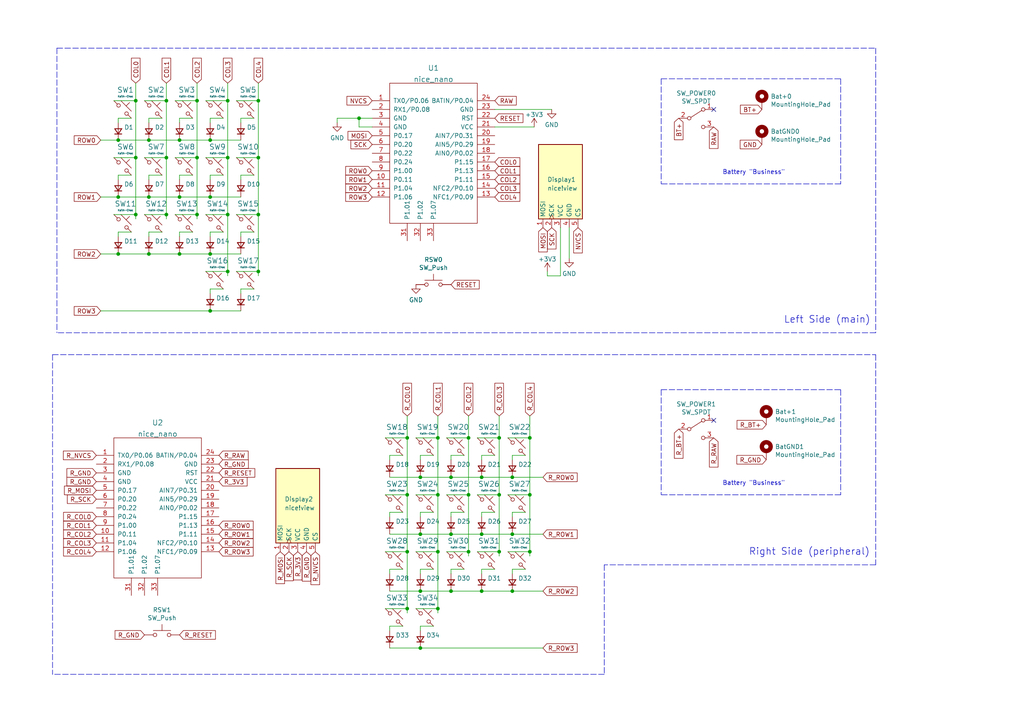
<source format=kicad_sch>
(kicad_sch (version 20211123) (generator eeschema)

  (uuid 628ac4d5-36ec-4532-ae41-3d8ecd77c045)

  (paper "A4")

  (title_block
    (title "Urchin on Steroids")
    (rev "v1.0")
  )

  (lib_symbols
    (symbol "Device:D_Small" (pin_numbers hide) (pin_names (offset 0.254) hide) (in_bom yes) (on_board yes)
      (property "Reference" "D" (id 0) (at -1.27 2.032 0)
        (effects (font (size 1.27 1.27)) (justify left))
      )
      (property "Value" "D_Small" (id 1) (at -3.81 -2.032 0)
        (effects (font (size 1.27 1.27)) (justify left))
      )
      (property "Footprint" "" (id 2) (at 0 0 90)
        (effects (font (size 1.27 1.27)) hide)
      )
      (property "Datasheet" "~" (id 3) (at 0 0 90)
        (effects (font (size 1.27 1.27)) hide)
      )
      (property "ki_keywords" "diode" (id 4) (at 0 0 0)
        (effects (font (size 1.27 1.27)) hide)
      )
      (property "ki_description" "Diode, small symbol" (id 5) (at 0 0 0)
        (effects (font (size 1.27 1.27)) hide)
      )
      (property "ki_fp_filters" "TO-???* *_Diode_* *SingleDiode* D_*" (id 6) (at 0 0 0)
        (effects (font (size 1.27 1.27)) hide)
      )
      (symbol "D_Small_0_1"
        (polyline
          (pts
            (xy -0.762 -1.016)
            (xy -0.762 1.016)
          )
          (stroke (width 0.254) (type default) (color 0 0 0 0))
          (fill (type none))
        )
        (polyline
          (pts
            (xy -0.762 0)
            (xy 0.762 0)
          )
          (stroke (width 0) (type default) (color 0 0 0 0))
          (fill (type none))
        )
        (polyline
          (pts
            (xy 0.762 -1.016)
            (xy -0.762 0)
            (xy 0.762 1.016)
            (xy 0.762 -1.016)
          )
          (stroke (width 0.254) (type default) (color 0 0 0 0))
          (fill (type none))
        )
      )
      (symbol "D_Small_1_1"
        (pin passive line (at -2.54 0 0) (length 1.778)
          (name "K" (effects (font (size 1.27 1.27))))
          (number "1" (effects (font (size 1.27 1.27))))
        )
        (pin passive line (at 2.54 0 180) (length 1.778)
          (name "A" (effects (font (size 1.27 1.27))))
          (number "2" (effects (font (size 1.27 1.27))))
        )
      )
    )
    (symbol "Mechanical:MountingHole_Pad" (pin_numbers hide) (pin_names (offset 1.016) hide) (in_bom yes) (on_board yes)
      (property "Reference" "H" (id 0) (at 0 6.35 0)
        (effects (font (size 1.27 1.27)))
      )
      (property "Value" "MountingHole_Pad" (id 1) (at 0 4.445 0)
        (effects (font (size 1.27 1.27)))
      )
      (property "Footprint" "" (id 2) (at 0 0 0)
        (effects (font (size 1.27 1.27)) hide)
      )
      (property "Datasheet" "~" (id 3) (at 0 0 0)
        (effects (font (size 1.27 1.27)) hide)
      )
      (property "ki_keywords" "mounting hole" (id 4) (at 0 0 0)
        (effects (font (size 1.27 1.27)) hide)
      )
      (property "ki_description" "Mounting Hole with connection" (id 5) (at 0 0 0)
        (effects (font (size 1.27 1.27)) hide)
      )
      (property "ki_fp_filters" "MountingHole*Pad*" (id 6) (at 0 0 0)
        (effects (font (size 1.27 1.27)) hide)
      )
      (symbol "MountingHole_Pad_0_1"
        (circle (center 0 1.27) (radius 1.27)
          (stroke (width 1.27) (type default) (color 0 0 0 0))
          (fill (type none))
        )
      )
      (symbol "MountingHole_Pad_1_1"
        (pin input line (at 0 -2.54 90) (length 2.54)
          (name "1" (effects (font (size 1.27 1.27))))
          (number "1" (effects (font (size 1.27 1.27))))
        )
      )
    )
    (symbol "Switch:SW_Push" (pin_numbers hide) (pin_names (offset 1.016) hide) (in_bom yes) (on_board yes)
      (property "Reference" "SW" (id 0) (at 1.27 2.54 0)
        (effects (font (size 1.27 1.27)) (justify left))
      )
      (property "Value" "SW_Push" (id 1) (at 0 -1.524 0)
        (effects (font (size 1.27 1.27)))
      )
      (property "Footprint" "" (id 2) (at 0 5.08 0)
        (effects (font (size 1.27 1.27)) hide)
      )
      (property "Datasheet" "~" (id 3) (at 0 5.08 0)
        (effects (font (size 1.27 1.27)) hide)
      )
      (property "ki_keywords" "switch normally-open pushbutton push-button" (id 4) (at 0 0 0)
        (effects (font (size 1.27 1.27)) hide)
      )
      (property "ki_description" "Push button switch, generic, two pins" (id 5) (at 0 0 0)
        (effects (font (size 1.27 1.27)) hide)
      )
      (symbol "SW_Push_0_1"
        (circle (center -2.032 0) (radius 0.508)
          (stroke (width 0) (type default) (color 0 0 0 0))
          (fill (type none))
        )
        (polyline
          (pts
            (xy 0 1.27)
            (xy 0 3.048)
          )
          (stroke (width 0) (type default) (color 0 0 0 0))
          (fill (type none))
        )
        (polyline
          (pts
            (xy 2.54 1.27)
            (xy -2.54 1.27)
          )
          (stroke (width 0) (type default) (color 0 0 0 0))
          (fill (type none))
        )
        (circle (center 2.032 0) (radius 0.508)
          (stroke (width 0) (type default) (color 0 0 0 0))
          (fill (type none))
        )
        (pin passive line (at -5.08 0 0) (length 2.54)
          (name "1" (effects (font (size 1.27 1.27))))
          (number "1" (effects (font (size 1.27 1.27))))
        )
        (pin passive line (at 5.08 0 180) (length 2.54)
          (name "2" (effects (font (size 1.27 1.27))))
          (number "2" (effects (font (size 1.27 1.27))))
        )
      )
    )
    (symbol "Switch:SW_SPDT" (pin_names (offset 0) hide) (in_bom yes) (on_board yes)
      (property "Reference" "SW" (id 0) (at 0 4.318 0)
        (effects (font (size 1.27 1.27)))
      )
      (property "Value" "SW_SPDT" (id 1) (at 0 -5.08 0)
        (effects (font (size 1.27 1.27)))
      )
      (property "Footprint" "" (id 2) (at 0 0 0)
        (effects (font (size 1.27 1.27)) hide)
      )
      (property "Datasheet" "~" (id 3) (at 0 0 0)
        (effects (font (size 1.27 1.27)) hide)
      )
      (property "ki_keywords" "switch single-pole double-throw spdt ON-ON" (id 4) (at 0 0 0)
        (effects (font (size 1.27 1.27)) hide)
      )
      (property "ki_description" "Switch, single pole double throw" (id 5) (at 0 0 0)
        (effects (font (size 1.27 1.27)) hide)
      )
      (symbol "SW_SPDT_0_0"
        (circle (center -2.032 0) (radius 0.508)
          (stroke (width 0) (type default) (color 0 0 0 0))
          (fill (type none))
        )
        (circle (center 2.032 -2.54) (radius 0.508)
          (stroke (width 0) (type default) (color 0 0 0 0))
          (fill (type none))
        )
      )
      (symbol "SW_SPDT_0_1"
        (polyline
          (pts
            (xy -1.524 0.254)
            (xy 1.651 2.286)
          )
          (stroke (width 0) (type default) (color 0 0 0 0))
          (fill (type none))
        )
        (circle (center 2.032 2.54) (radius 0.508)
          (stroke (width 0) (type default) (color 0 0 0 0))
          (fill (type none))
        )
      )
      (symbol "SW_SPDT_1_1"
        (pin passive line (at 5.08 2.54 180) (length 2.54)
          (name "A" (effects (font (size 1.27 1.27))))
          (number "1" (effects (font (size 1.27 1.27))))
        )
        (pin passive line (at -5.08 0 0) (length 2.54)
          (name "B" (effects (font (size 1.27 1.27))))
          (number "2" (effects (font (size 1.27 1.27))))
        )
        (pin passive line (at 5.08 -2.54 180) (length 2.54)
          (name "C" (effects (font (size 1.27 1.27))))
          (number "3" (effects (font (size 1.27 1.27))))
        )
      )
    )
    (symbol "marbastlib-mx:MX_SW_HS" (pin_numbers hide) (pin_names (offset 1.016) hide) (in_bom yes) (on_board yes)
      (property "Reference" "SW" (id 0) (at 3.048 1.016 0)
        (effects (font (size 1.27 1.27)) (justify left))
      )
      (property "Value" "MX_SW_HS" (id 1) (at 0 -3.81 0)
        (effects (font (size 1.27 1.27)))
      )
      (property "Footprint" "marbastlib-mx:SW_MX_HS_1u" (id 2) (at 0 0 0)
        (effects (font (size 1.27 1.27)) hide)
      )
      (property "Datasheet" "~" (id 3) (at 0 0 0)
        (effects (font (size 1.27 1.27)) hide)
      )
      (property "ki_keywords" "switch normally-open pushbutton push-button" (id 4) (at 0 0 0)
        (effects (font (size 1.27 1.27)) hide)
      )
      (property "ki_description" "Push button switch, normally open, two pins, 45° tilted" (id 5) (at 0 0 0)
        (effects (font (size 1.27 1.27)) hide)
      )
      (symbol "MX_SW_HS_0_1"
        (circle (center -1.1684 1.1684) (radius 0.508)
          (stroke (width 0) (type default) (color 0 0 0 0))
          (fill (type none))
        )
        (polyline
          (pts
            (xy -0.508 2.54)
            (xy 2.54 -0.508)
          )
          (stroke (width 0) (type default) (color 0 0 0 0))
          (fill (type none))
        )
        (polyline
          (pts
            (xy 1.016 1.016)
            (xy 2.032 2.032)
          )
          (stroke (width 0) (type default) (color 0 0 0 0))
          (fill (type none))
        )
        (polyline
          (pts
            (xy -2.54 2.54)
            (xy -1.524 1.524)
            (xy -1.524 1.524)
          )
          (stroke (width 0) (type default) (color 0 0 0 0))
          (fill (type none))
        )
        (polyline
          (pts
            (xy 1.524 -1.524)
            (xy 2.54 -2.54)
            (xy 2.54 -2.54)
            (xy 2.54 -2.54)
          )
          (stroke (width 0) (type default) (color 0 0 0 0))
          (fill (type none))
        )
        (circle (center 1.143 -1.1938) (radius 0.508)
          (stroke (width 0) (type default) (color 0 0 0 0))
          (fill (type none))
        )
        (pin passive line (at -2.54 2.54 0) (length 0)
          (name "1" (effects (font (size 1.27 1.27))))
          (number "1" (effects (font (size 1.27 1.27))))
        )
        (pin passive line (at 2.54 -2.54 180) (length 0)
          (name "2" (effects (font (size 1.27 1.27))))
          (number "2" (effects (font (size 1.27 1.27))))
        )
      )
    )
    (symbol "nice_nano:nice_nano" (pin_names (offset 1.016)) (in_bom yes) (on_board yes)
      (property "Reference" "U" (id 0) (at 0 0 0)
        (effects (font (size 1.524 1.524)))
      )
      (property "Value" "nice_nano" (id 1) (at 0 2.54 0)
        (effects (font (size 1.524 1.524)))
      )
      (property "Footprint" "" (id 2) (at 26.67 -63.5 90)
        (effects (font (size 1.524 1.524)) hide)
      )
      (property "Datasheet" "" (id 3) (at 26.67 -63.5 90)
        (effects (font (size 1.524 1.524)) hide)
      )
      (symbol "nice_nano_0_1"
        (rectangle (start -12.7 -21.59) (end 12.7 19.05)
          (stroke (width 0) (type default) (color 0 0 0 0))
          (fill (type none))
        )
      )
      (symbol "nice_nano_1_1"
        (pin input line (at -17.78 13.97 0) (length 5.08)
          (name "TX0/P0.06" (effects (font (size 1.27 1.27))))
          (number "1" (effects (font (size 1.27 1.27))))
        )
        (pin input line (at -17.78 -8.89 0) (length 5.08)
          (name "P0.11" (effects (font (size 1.27 1.27))))
          (number "10" (effects (font (size 1.27 1.27))))
        )
        (pin input line (at -17.78 -11.43 0) (length 5.08)
          (name "P1.04" (effects (font (size 1.27 1.27))))
          (number "11" (effects (font (size 1.27 1.27))))
        )
        (pin input line (at -17.78 -13.97 0) (length 5.08)
          (name "P1.06" (effects (font (size 1.27 1.27))))
          (number "12" (effects (font (size 1.27 1.27))))
        )
        (pin input line (at 17.78 -13.97 180) (length 5.08)
          (name "NFC1/P0.09" (effects (font (size 1.27 1.27))))
          (number "13" (effects (font (size 1.27 1.27))))
        )
        (pin input line (at 17.78 -11.43 180) (length 5.08)
          (name "NFC2/P0.10" (effects (font (size 1.27 1.27))))
          (number "14" (effects (font (size 1.27 1.27))))
        )
        (pin input line (at 17.78 -8.89 180) (length 5.08)
          (name "P1.11" (effects (font (size 1.27 1.27))))
          (number "15" (effects (font (size 1.27 1.27))))
        )
        (pin input line (at 17.78 -6.35 180) (length 5.08)
          (name "P1.13" (effects (font (size 1.27 1.27))))
          (number "16" (effects (font (size 1.27 1.27))))
        )
        (pin input line (at 17.78 -3.81 180) (length 5.08)
          (name "P1.15" (effects (font (size 1.27 1.27))))
          (number "17" (effects (font (size 1.27 1.27))))
        )
        (pin input line (at 17.78 -1.27 180) (length 5.08)
          (name "AIN0/P0.02" (effects (font (size 1.27 1.27))))
          (number "18" (effects (font (size 1.27 1.27))))
        )
        (pin input line (at 17.78 1.27 180) (length 5.08)
          (name "AIN5/P0.29" (effects (font (size 1.27 1.27))))
          (number "19" (effects (font (size 1.27 1.27))))
        )
        (pin input line (at -17.78 11.43 0) (length 5.08)
          (name "RX1/P0.08" (effects (font (size 1.27 1.27))))
          (number "2" (effects (font (size 1.27 1.27))))
        )
        (pin input line (at 17.78 3.81 180) (length 5.08)
          (name "AIN7/P0.31" (effects (font (size 1.27 1.27))))
          (number "20" (effects (font (size 1.27 1.27))))
        )
        (pin input line (at 17.78 6.35 180) (length 5.08)
          (name "VCC" (effects (font (size 1.27 1.27))))
          (number "21" (effects (font (size 1.27 1.27))))
        )
        (pin input line (at 17.78 8.89 180) (length 5.08)
          (name "RST" (effects (font (size 1.27 1.27))))
          (number "22" (effects (font (size 1.27 1.27))))
        )
        (pin input line (at 17.78 11.43 180) (length 5.08)
          (name "GND" (effects (font (size 1.27 1.27))))
          (number "23" (effects (font (size 1.27 1.27))))
        )
        (pin input line (at 17.78 13.97 180) (length 5.08)
          (name "BATIN/P0.04" (effects (font (size 1.27 1.27))))
          (number "24" (effects (font (size 1.27 1.27))))
        )
        (pin input line (at -17.78 8.89 0) (length 5.08)
          (name "GND" (effects (font (size 1.27 1.27))))
          (number "3" (effects (font (size 1.27 1.27))))
        )
        (pin input line (at -7.62 -26.67 90) (length 5.08)
          (name "P1.01" (effects (font (size 1.27 1.27))))
          (number "31" (effects (font (size 1.27 1.27))))
        )
        (pin input line (at -3.81 -26.67 90) (length 5.08)
          (name "P1.02" (effects (font (size 1.27 1.27))))
          (number "32" (effects (font (size 1.27 1.27))))
        )
        (pin input line (at 0 -26.67 90) (length 5.08)
          (name "P1.07" (effects (font (size 1.27 1.27))))
          (number "33" (effects (font (size 1.27 1.27))))
        )
        (pin input line (at -17.78 6.35 0) (length 5.08)
          (name "GND" (effects (font (size 1.27 1.27))))
          (number "4" (effects (font (size 1.27 1.27))))
        )
        (pin input line (at -17.78 3.81 0) (length 5.08)
          (name "P0.17" (effects (font (size 1.27 1.27))))
          (number "5" (effects (font (size 1.27 1.27))))
        )
        (pin input line (at -17.78 1.27 0) (length 5.08)
          (name "P0.20" (effects (font (size 1.27 1.27))))
          (number "6" (effects (font (size 1.27 1.27))))
        )
        (pin input line (at -17.78 -1.27 0) (length 5.08)
          (name "P0.22" (effects (font (size 1.27 1.27))))
          (number "7" (effects (font (size 1.27 1.27))))
        )
        (pin input line (at -17.78 -3.81 0) (length 5.08)
          (name "P0.24" (effects (font (size 1.27 1.27))))
          (number "8" (effects (font (size 1.27 1.27))))
        )
        (pin input line (at -17.78 -6.35 0) (length 5.08)
          (name "P1.00" (effects (font (size 1.27 1.27))))
          (number "9" (effects (font (size 1.27 1.27))))
        )
      )
    )
    (symbol "nice_view:nice!view" (in_bom yes) (on_board yes)
      (property "Reference" "Display" (id 0) (at 0 12.7 0)
        (effects (font (size 1.27 1.27)) (justify bottom))
      )
      (property "Value" "nice!view" (id 1) (at 0 0 0)
        (effects (font (size 1.27 1.27)))
      )
      (property "Footprint" "nice_view:nice_view" (id 2) (at 0 16.51 0)
        (effects (font (size 1.27 1.27)) hide)
      )
      (property "Datasheet" "https://nicekeyboards.com/docs/nice-view/pinout-schematic" (id 3) (at 2.54 -25.4 0)
        (effects (font (size 1.27 1.27)) hide)
      )
      (property "ki_keywords" "display MIP 36x14" (id 4) (at 0 0 0)
        (effects (font (size 1.27 1.27)) hide)
      )
      (property "ki_description" "Sharp LS011B7DH03 Memory in Pixel 160x68" (id 5) (at 0 0 0)
        (effects (font (size 1.27 1.27)) hide)
      )
      (property "ki_fp_filters" "nice*" (id 6) (at 0 0 0)
        (effects (font (size 1.27 1.27)) hide)
      )
      (symbol "nice!view_0_1"
        (rectangle (start -6.35 11.43) (end 6.35 -10.16)
          (stroke (width 0.254) (type default) (color 0 0 0 0))
          (fill (type background))
        )
      )
      (symbol "nice!view_1_1"
        (pin input line (at -5.08 -12.7 90) (length 2.54)
          (name "MOSI" (effects (font (size 1.27 1.27))))
          (number "1" (effects (font (size 1.27 1.27))))
        )
        (pin input clock (at -2.54 -12.7 90) (length 2.54)
          (name "SCK" (effects (font (size 1.27 1.27))))
          (number "2" (effects (font (size 1.27 1.27))))
        )
        (pin power_in line (at 0 -12.7 90) (length 2.54)
          (name "VCC" (effects (font (size 1.27 1.27))))
          (number "3" (effects (font (size 1.27 1.27))))
        )
        (pin power_out line (at 2.54 -12.7 90) (length 2.54)
          (name "GND" (effects (font (size 1.27 1.27))))
          (number "4" (effects (font (size 1.27 1.27))))
        )
        (pin passive line (at 5.08 -12.7 90) (length 2.54)
          (name "CS" (effects (font (size 1.27 1.27))))
          (number "5" (effects (font (size 1.27 1.27))))
        )
      )
    )
    (symbol "power:+3.3V" (power) (pin_names (offset 0)) (in_bom yes) (on_board yes)
      (property "Reference" "#PWR" (id 0) (at 0 -3.81 0)
        (effects (font (size 1.27 1.27)) hide)
      )
      (property "Value" "+3.3V" (id 1) (at 0 3.556 0)
        (effects (font (size 1.27 1.27)))
      )
      (property "Footprint" "" (id 2) (at 0 0 0)
        (effects (font (size 1.27 1.27)) hide)
      )
      (property "Datasheet" "" (id 3) (at 0 0 0)
        (effects (font (size 1.27 1.27)) hide)
      )
      (property "ki_keywords" "power-flag" (id 4) (at 0 0 0)
        (effects (font (size 1.27 1.27)) hide)
      )
      (property "ki_description" "Power symbol creates a global label with name \"+3.3V\"" (id 5) (at 0 0 0)
        (effects (font (size 1.27 1.27)) hide)
      )
      (symbol "+3.3V_0_1"
        (polyline
          (pts
            (xy -0.762 1.27)
            (xy 0 2.54)
          )
          (stroke (width 0) (type default) (color 0 0 0 0))
          (fill (type none))
        )
        (polyline
          (pts
            (xy 0 0)
            (xy 0 2.54)
          )
          (stroke (width 0) (type default) (color 0 0 0 0))
          (fill (type none))
        )
        (polyline
          (pts
            (xy 0 2.54)
            (xy 0.762 1.27)
          )
          (stroke (width 0) (type default) (color 0 0 0 0))
          (fill (type none))
        )
      )
      (symbol "+3.3V_1_1"
        (pin power_in line (at 0 0 90) (length 0) hide
          (name "+3V3" (effects (font (size 1.27 1.27))))
          (number "1" (effects (font (size 1.27 1.27))))
        )
      )
    )
    (symbol "power:GND" (power) (pin_names (offset 0)) (in_bom yes) (on_board yes)
      (property "Reference" "#PWR" (id 0) (at 0 -6.35 0)
        (effects (font (size 1.27 1.27)) hide)
      )
      (property "Value" "GND" (id 1) (at 0 -3.81 0)
        (effects (font (size 1.27 1.27)))
      )
      (property "Footprint" "" (id 2) (at 0 0 0)
        (effects (font (size 1.27 1.27)) hide)
      )
      (property "Datasheet" "" (id 3) (at 0 0 0)
        (effects (font (size 1.27 1.27)) hide)
      )
      (property "ki_keywords" "power-flag" (id 4) (at 0 0 0)
        (effects (font (size 1.27 1.27)) hide)
      )
      (property "ki_description" "Power symbol creates a global label with name \"GND\" , ground" (id 5) (at 0 0 0)
        (effects (font (size 1.27 1.27)) hide)
      )
      (symbol "GND_0_1"
        (polyline
          (pts
            (xy 0 0)
            (xy 0 -1.27)
            (xy 1.27 -1.27)
            (xy 0 -2.54)
            (xy -1.27 -1.27)
            (xy 0 -1.27)
          )
          (stroke (width 0) (type default) (color 0 0 0 0))
          (fill (type none))
        )
      )
      (symbol "GND_1_1"
        (pin power_in line (at 0 0 270) (length 0) hide
          (name "GND" (effects (font (size 1.27 1.27))))
          (number "1" (effects (font (size 1.27 1.27))))
        )
      )
    )
  )


  (junction (at 57.15 45.72) (diameter 0) (color 0 0 0 0)
    (uuid 0078b429-38fd-428b-9af3-74b77209f43e)
  )
  (junction (at 66.04 45.72) (diameter 0) (color 0 0 0 0)
    (uuid 0431e9e5-d537-45eb-8e71-7ff0b124211e)
  )
  (junction (at 153.67 127) (diameter 0) (color 0 0 0 0)
    (uuid 08dae8e8-a8e4-447d-a9ff-fad1b7837f58)
  )
  (junction (at 139.7 138.43) (diameter 0) (color 0 0 0 0)
    (uuid 13d99a53-476a-4350-9b09-a8fbe24c74c4)
  )
  (junction (at 144.78 160.02) (diameter 0) (color 0 0 0 0)
    (uuid 1ada6f56-65ba-496f-a201-b5303b66fbdc)
  )
  (junction (at 48.26 29.21) (diameter 0) (color 0 0 0 0)
    (uuid 234174f9-524b-45ac-9aa8-5fac53ca3d58)
  )
  (junction (at 121.92 171.45) (diameter 0) (color 0 0 0 0)
    (uuid 26ba2127-0f9f-4e48-8ca4-b163c357bfed)
  )
  (junction (at 139.7 171.45) (diameter 0) (color 0 0 0 0)
    (uuid 26ec7721-30c5-4540-9a1e-0b80ece93df0)
  )
  (junction (at 34.29 73.66) (diameter 0) (color 0 0 0 0)
    (uuid 282c2942-2e11-4b26-99b0-c4d67e4a0e4a)
  )
  (junction (at 52.07 40.64) (diameter 0) (color 0 0 0 0)
    (uuid 28da1b34-645b-4660-9c6d-7d36e88d56d6)
  )
  (junction (at 39.37 45.72) (diameter 0) (color 0 0 0 0)
    (uuid 2d024a22-ff80-4c1e-8b01-934da1bde792)
  )
  (junction (at 153.67 143.51) (diameter 0) (color 0 0 0 0)
    (uuid 3027522b-0c4d-4113-8996-29252a07361f)
  )
  (junction (at 52.07 57.15) (diameter 0) (color 0 0 0 0)
    (uuid 339684b3-c7c1-4072-abd7-1f3e3df10692)
  )
  (junction (at 74.93 29.21) (diameter 0) (color 0 0 0 0)
    (uuid 35649cd5-0967-48b4-a4ae-b49da2b1c7f2)
  )
  (junction (at 74.93 78.74) (diameter 0) (color 0 0 0 0)
    (uuid 356ccb10-f79c-44de-ab60-9dcddc7a6d7c)
  )
  (junction (at 34.29 40.64) (diameter 0) (color 0 0 0 0)
    (uuid 41d04f7d-c244-4635-8370-243c772401f7)
  )
  (junction (at 39.37 62.23) (diameter 0) (color 0 0 0 0)
    (uuid 43f865d3-eff0-45a3-845e-a9f877f77476)
  )
  (junction (at 127 176.53) (diameter 0) (color 0 0 0 0)
    (uuid 4bcb6dc5-d50e-40f5-a16d-1208d682adb3)
  )
  (junction (at 135.89 143.51) (diameter 0) (color 0 0 0 0)
    (uuid 4e86651f-6132-4eaa-820b-d9e436798912)
  )
  (junction (at 135.89 127) (diameter 0) (color 0 0 0 0)
    (uuid 521736e5-2ef1-4cde-9f23-6d670c0df20d)
  )
  (junction (at 48.26 62.23) (diameter 0) (color 0 0 0 0)
    (uuid 570310f3-02a5-4c63-a14c-61438b222401)
  )
  (junction (at 34.29 57.15) (diameter 0) (color 0 0 0 0)
    (uuid 584f0006-cbdf-4f08-8416-13895e5be4b3)
  )
  (junction (at 39.37 29.21) (diameter 0) (color 0 0 0 0)
    (uuid 5b18caa2-8e74-40b6-ad1a-29c4694547f4)
  )
  (junction (at 148.59 138.43) (diameter 0) (color 0 0 0 0)
    (uuid 5f02f060-9676-44a6-92aa-d2c272fde205)
  )
  (junction (at 43.18 40.64) (diameter 0) (color 0 0 0 0)
    (uuid 5f4ca04e-41ee-4999-9c7c-10a5433b9f72)
  )
  (junction (at 66.04 62.23) (diameter 0) (color 0 0 0 0)
    (uuid 5f97675d-3e60-4b3b-bd82-f3a14353ec70)
  )
  (junction (at 60.96 73.66) (diameter 0) (color 0 0 0 0)
    (uuid 68afb8ee-938c-4117-bef7-c204e218f4b2)
  )
  (junction (at 66.04 78.74) (diameter 0) (color 0 0 0 0)
    (uuid 6bb3c639-3809-4e92-b7ab-71602769913e)
  )
  (junction (at 43.18 73.66) (diameter 0) (color 0 0 0 0)
    (uuid 6e42d7fa-46c4-4b8c-bd7b-f517ac49fe18)
  )
  (junction (at 57.15 62.23) (diameter 0) (color 0 0 0 0)
    (uuid 70969c91-8210-49ad-8674-0d261fc38105)
  )
  (junction (at 135.89 160.02) (diameter 0) (color 0 0 0 0)
    (uuid 7590e4b1-f458-46a7-abf0-fce8390f33f8)
  )
  (junction (at 121.92 138.43) (diameter 0) (color 0 0 0 0)
    (uuid 7e9f9036-29a5-459f-b814-137d275883e2)
  )
  (junction (at 153.67 160.02) (diameter 0) (color 0 0 0 0)
    (uuid 82062c80-d5a8-4107-805d-0f494f350cef)
  )
  (junction (at 118.11 176.53) (diameter 0) (color 0 0 0 0)
    (uuid 86ce558c-4054-48ec-b194-a522e269fc38)
  )
  (junction (at 148.59 154.94) (diameter 0) (color 0 0 0 0)
    (uuid 8c343d31-f031-4d0d-a178-8fafc12fc692)
  )
  (junction (at 60.96 40.64) (diameter 0) (color 0 0 0 0)
    (uuid 8f24c78a-798f-41df-a3a7-4941e1ecec16)
  )
  (junction (at 118.11 160.02) (diameter 0) (color 0 0 0 0)
    (uuid 918a8691-fa57-4e74-885c-218df43b1535)
  )
  (junction (at 148.59 171.45) (diameter 0) (color 0 0 0 0)
    (uuid a1bea60f-a18a-4195-97b8-79fd25ebeb8b)
  )
  (junction (at 121.92 154.94) (diameter 0) (color 0 0 0 0)
    (uuid a30b07c8-c8a0-4fc0-8cec-e365e0f4498d)
  )
  (junction (at 144.78 127) (diameter 0) (color 0 0 0 0)
    (uuid a3baacd9-455f-4574-af3f-2a7a3f3fb7d5)
  )
  (junction (at 130.81 154.94) (diameter 0) (color 0 0 0 0)
    (uuid a7a6a425-2177-4f51-b84a-8fac4c5f2ac6)
  )
  (junction (at 130.81 138.43) (diameter 0) (color 0 0 0 0)
    (uuid adbeeb79-b0db-49f7-af23-a1f462641fe4)
  )
  (junction (at 121.92 187.96) (diameter 0) (color 0 0 0 0)
    (uuid aee93560-4415-4ef1-8ce2-f802d7f10a30)
  )
  (junction (at 60.96 57.15) (diameter 0) (color 0 0 0 0)
    (uuid b7301f24-0379-41bc-9301-d3d0ba2b71e0)
  )
  (junction (at 57.15 29.21) (diameter 0) (color 0 0 0 0)
    (uuid c16da6d3-2509-4abb-84a0-c2a47c0062db)
  )
  (junction (at 104.14 34.29) (diameter 0) (color 0 0 0 0)
    (uuid c906c8e2-914f-42eb-b8d7-45efd7356b88)
  )
  (junction (at 118.11 127) (diameter 0) (color 0 0 0 0)
    (uuid ca92cb85-c925-4477-ad5d-815e5124fa8a)
  )
  (junction (at 127 127) (diameter 0) (color 0 0 0 0)
    (uuid d143699d-bb1c-4754-8f45-f80b1818d12e)
  )
  (junction (at 118.11 143.51) (diameter 0) (color 0 0 0 0)
    (uuid d39588ad-4760-4fa1-bb71-b57117dd9704)
  )
  (junction (at 74.93 45.72) (diameter 0) (color 0 0 0 0)
    (uuid d5027b0a-9f8f-4374-92df-b6a827ec0eb6)
  )
  (junction (at 48.26 45.72) (diameter 0) (color 0 0 0 0)
    (uuid ddaa7195-e54c-4f87-886e-6c5ab4718c4d)
  )
  (junction (at 60.96 90.17) (diameter 0) (color 0 0 0 0)
    (uuid e079286c-bc1f-40b3-b996-3539b38e9164)
  )
  (junction (at 144.78 143.51) (diameter 0) (color 0 0 0 0)
    (uuid e09ee055-fe42-4bfb-be77-27ff15dfe238)
  )
  (junction (at 74.93 62.23) (diameter 0) (color 0 0 0 0)
    (uuid e36ea3c0-ad26-40bd-91f7-48852b6cc265)
  )
  (junction (at 52.07 73.66) (diameter 0) (color 0 0 0 0)
    (uuid e4502cda-d680-4a2f-8ec1-bfc9233d6561)
  )
  (junction (at 43.18 57.15) (diameter 0) (color 0 0 0 0)
    (uuid e5871559-997f-4247-b866-7381d071af5c)
  )
  (junction (at 127 160.02) (diameter 0) (color 0 0 0 0)
    (uuid e7d718d4-9a29-44b6-b6e1-eb1f625cf3d8)
  )
  (junction (at 139.7 154.94) (diameter 0) (color 0 0 0 0)
    (uuid ee1efb95-addf-42f7-b190-d6dfed9e1f6a)
  )
  (junction (at 66.04 29.21) (diameter 0) (color 0 0 0 0)
    (uuid f783ee04-759a-4e7e-ac00-68b38799b46c)
  )
  (junction (at 127 143.51) (diameter 0) (color 0 0 0 0)
    (uuid f9256e47-8f99-4b6c-b02b-f9e048352860)
  )
  (junction (at 130.81 171.45) (diameter 0) (color 0 0 0 0)
    (uuid fdd08bd2-3a1b-42f8-8173-cc505ad9a0cc)
  )

  (no_connect (at 207.01 121.92) (uuid fa2d3f63-8f0f-4d26-aa23-ef52b4b0942b))
  (no_connect (at 207.01 31.75) (uuid fa2d3f63-8f0f-4d26-aa23-ef52b4b0942c))

  (wire (pts (xy 111.76 160.02) (xy 118.11 160.02))
    (stroke (width 0) (type default) (color 0 0 0 0))
    (uuid 005cb862-c5b3-407c-963c-ef1814d98718)
  )
  (wire (pts (xy 130.81 171.45) (xy 139.7 171.45))
    (stroke (width 0) (type default) (color 0 0 0 0))
    (uuid 007250d6-1223-4604-80be-11db53e75d22)
  )
  (wire (pts (xy 48.26 62.23) (xy 48.26 63.5))
    (stroke (width 0) (type default) (color 0 0 0 0))
    (uuid 056559f0-c30b-4635-89dc-84fdedc6c346)
  )
  (wire (pts (xy 52.07 50.8) (xy 55.88 50.8))
    (stroke (width 0) (type default) (color 0 0 0 0))
    (uuid 0714e42d-d217-4638-a940-e517b09bf6ed)
  )
  (wire (pts (xy 43.18 57.15) (xy 52.07 57.15))
    (stroke (width 0) (type default) (color 0 0 0 0))
    (uuid 09f4a7f7-3348-4b05-9786-0aa4289f9d4e)
  )
  (wire (pts (xy 113.03 133.35) (xy 113.03 132.08))
    (stroke (width 0) (type default) (color 0 0 0 0))
    (uuid 0add94fd-fb42-4cdb-94e6-19f058df9a13)
  )
  (wire (pts (xy 52.07 35.56) (xy 52.07 34.29))
    (stroke (width 0) (type default) (color 0 0 0 0))
    (uuid 0bbabcab-9e23-4048-b77f-884aa207b5b6)
  )
  (wire (pts (xy 129.54 160.02) (xy 135.89 160.02))
    (stroke (width 0) (type default) (color 0 0 0 0))
    (uuid 0e6a5bea-15ec-46ad-9cbd-5566fdea2654)
  )
  (wire (pts (xy 153.67 160.02) (xy 153.67 161.29))
    (stroke (width 0) (type default) (color 0 0 0 0))
    (uuid 10322583-1a99-4524-9d60-0dc5041052fc)
  )
  (wire (pts (xy 43.18 34.29) (xy 46.99 34.29))
    (stroke (width 0) (type default) (color 0 0 0 0))
    (uuid 1062e2db-87a0-4c73-af99-5d55eced60fc)
  )
  (wire (pts (xy 60.96 90.17) (xy 69.85 90.17))
    (stroke (width 0) (type default) (color 0 0 0 0))
    (uuid 12408ec7-f952-44fc-8213-d2ffbec7566c)
  )
  (wire (pts (xy 121.92 133.35) (xy 121.92 132.08))
    (stroke (width 0) (type default) (color 0 0 0 0))
    (uuid 136ed81a-efcc-4e6e-8906-3fa895c85be4)
  )
  (wire (pts (xy 48.26 29.21) (xy 48.26 45.72))
    (stroke (width 0) (type default) (color 0 0 0 0))
    (uuid 13b98b8f-e5df-4d39-90ac-4019fbd37b93)
  )
  (wire (pts (xy 34.29 40.64) (xy 43.18 40.64))
    (stroke (width 0) (type default) (color 0 0 0 0))
    (uuid 13cfeade-16b1-4ceb-b485-59bdebdf840e)
  )
  (wire (pts (xy 34.29 52.07) (xy 34.29 50.8))
    (stroke (width 0) (type default) (color 0 0 0 0))
    (uuid 148b3e2e-a844-4aca-8e7e-802b6a8b433b)
  )
  (wire (pts (xy 60.96 40.64) (xy 69.85 40.64))
    (stroke (width 0) (type default) (color 0 0 0 0))
    (uuid 14a5caf6-6d77-4c5c-ad98-644c3b19f163)
  )
  (wire (pts (xy 121.92 182.88) (xy 121.92 181.61))
    (stroke (width 0) (type default) (color 0 0 0 0))
    (uuid 162c027a-4be3-41c8-add4-963e38431949)
  )
  (wire (pts (xy 43.18 40.64) (xy 52.07 40.64))
    (stroke (width 0) (type default) (color 0 0 0 0))
    (uuid 18a5a8e2-03fc-4c92-82d5-dd888e3dc0b4)
  )
  (wire (pts (xy 130.81 148.59) (xy 134.62 148.59))
    (stroke (width 0) (type default) (color 0 0 0 0))
    (uuid 1a8b4099-61df-49f7-9aeb-25b25b3e87f8)
  )
  (wire (pts (xy 113.03 171.45) (xy 121.92 171.45))
    (stroke (width 0) (type default) (color 0 0 0 0))
    (uuid 1a92548d-5cd0-4a1f-95a9-350f92d5fda0)
  )
  (wire (pts (xy 68.58 29.21) (xy 74.93 29.21))
    (stroke (width 0) (type default) (color 0 0 0 0))
    (uuid 1c5ae405-f261-4b0c-9947-fcf739d5921f)
  )
  (wire (pts (xy 121.92 181.61) (xy 125.73 181.61))
    (stroke (width 0) (type default) (color 0 0 0 0))
    (uuid 1db10524-da62-4190-9f1f-d1397bbfa37a)
  )
  (polyline (pts (xy 254 163.83) (xy 175.26 163.83))
    (stroke (width 0) (type default) (color 0 0 0 0))
    (uuid 1e5b6421-a7fa-405a-8d6f-ebe013ed589d)
  )

  (wire (pts (xy 60.96 67.31) (xy 64.77 67.31))
    (stroke (width 0) (type default) (color 0 0 0 0))
    (uuid 206115c7-0043-44bd-9a02-fdee60d13f70)
  )
  (wire (pts (xy 139.7 138.43) (xy 148.59 138.43))
    (stroke (width 0) (type default) (color 0 0 0 0))
    (uuid 2083d4e5-349c-4bbf-85e4-8a8d617e5eb6)
  )
  (wire (pts (xy 121.92 165.1) (xy 125.73 165.1))
    (stroke (width 0) (type default) (color 0 0 0 0))
    (uuid 229a897f-2121-49b4-a0fa-ce67a13f6a1f)
  )
  (wire (pts (xy 162.56 66.04) (xy 162.56 80.01))
    (stroke (width 0) (type default) (color 0 0 0 0))
    (uuid 241cf151-4204-4ba1-828b-a963ae9b97f3)
  )
  (wire (pts (xy 118.11 127) (xy 118.11 143.51))
    (stroke (width 0) (type default) (color 0 0 0 0))
    (uuid 2505ea69-56ca-40cc-afa7-554630695f70)
  )
  (wire (pts (xy 66.04 29.21) (xy 66.04 45.72))
    (stroke (width 0) (type default) (color 0 0 0 0))
    (uuid 2584c522-4ae0-43dc-a3d6-eaca4aa134ae)
  )
  (wire (pts (xy 104.14 36.83) (xy 104.14 34.29))
    (stroke (width 0) (type default) (color 0 0 0 0))
    (uuid 263b7245-be42-4513-bbf8-d95a1f389325)
  )
  (polyline (pts (xy 16.51 13.97) (xy 16.51 96.52))
    (stroke (width 0) (type default) (color 0 0 0 0))
    (uuid 273551c0-dde2-4603-bde2-1c4c093722fe)
  )

  (wire (pts (xy 118.11 160.02) (xy 118.11 176.53))
    (stroke (width 0) (type default) (color 0 0 0 0))
    (uuid 27bd739b-df5f-4d99-a1e4-0d8668a4b72f)
  )
  (wire (pts (xy 148.59 154.94) (xy 157.48 154.94))
    (stroke (width 0) (type default) (color 0 0 0 0))
    (uuid 2a70bbb8-7fa5-40f7-bb74-eaf0dcbf63de)
  )
  (wire (pts (xy 118.11 120.65) (xy 118.11 127))
    (stroke (width 0) (type default) (color 0 0 0 0))
    (uuid 2b3c4188-d28b-48c0-b19c-28977bf0ea55)
  )
  (wire (pts (xy 29.21 90.17) (xy 60.96 90.17))
    (stroke (width 0) (type default) (color 0 0 0 0))
    (uuid 2d82ffa6-3402-4e38-88bf-88479a0ad1dc)
  )
  (wire (pts (xy 147.32 160.02) (xy 153.67 160.02))
    (stroke (width 0) (type default) (color 0 0 0 0))
    (uuid 2d988214-4646-40e0-a010-59fbb79f2c0c)
  )
  (wire (pts (xy 162.56 80.01) (xy 158.75 80.01))
    (stroke (width 0) (type default) (color 0 0 0 0))
    (uuid 2e4ec781-6c24-435b-9953-0dda8fa9d2fc)
  )
  (wire (pts (xy 113.03 132.08) (xy 116.84 132.08))
    (stroke (width 0) (type default) (color 0 0 0 0))
    (uuid 2f7f6b2a-ea16-4ed6-a32e-f1b29fc72acc)
  )
  (wire (pts (xy 139.7 132.08) (xy 143.51 132.08))
    (stroke (width 0) (type default) (color 0 0 0 0))
    (uuid 2f8136e3-1bdb-4cab-848b-26e2c76c1a7d)
  )
  (wire (pts (xy 52.07 52.07) (xy 52.07 50.8))
    (stroke (width 0) (type default) (color 0 0 0 0))
    (uuid 3089e42c-312f-4f4c-b80b-15fc6d1f59ba)
  )
  (wire (pts (xy 111.76 176.53) (xy 118.11 176.53))
    (stroke (width 0) (type default) (color 0 0 0 0))
    (uuid 30c2e633-3693-4c0b-ad26-237935748b70)
  )
  (wire (pts (xy 69.85 67.31) (xy 73.66 67.31))
    (stroke (width 0) (type default) (color 0 0 0 0))
    (uuid 314e3502-b3e3-4685-889b-7b6b9730a17c)
  )
  (wire (pts (xy 148.59 133.35) (xy 148.59 132.08))
    (stroke (width 0) (type default) (color 0 0 0 0))
    (uuid 327e2945-d990-4e64-9975-beb8b4a2a310)
  )
  (wire (pts (xy 139.7 171.45) (xy 148.59 171.45))
    (stroke (width 0) (type default) (color 0 0 0 0))
    (uuid 350d04d9-617d-421b-a39f-7c6735165573)
  )
  (wire (pts (xy 148.59 166.37) (xy 148.59 165.1))
    (stroke (width 0) (type default) (color 0 0 0 0))
    (uuid 356cd1f8-6d76-4431-a9db-2b722a641612)
  )
  (wire (pts (xy 60.96 85.09) (xy 60.96 83.82))
    (stroke (width 0) (type default) (color 0 0 0 0))
    (uuid 3604ff3d-2fa1-48f6-b544-3121edf7e369)
  )
  (wire (pts (xy 121.92 132.08) (xy 125.73 132.08))
    (stroke (width 0) (type default) (color 0 0 0 0))
    (uuid 36ad12e9-6d26-4334-97c6-4c55f7fc3919)
  )
  (polyline (pts (xy 243.84 143.51) (xy 191.77 143.51))
    (stroke (width 0) (type default) (color 0 0 0 0))
    (uuid 37f5000c-9eb3-4c6d-972d-556667745191)
  )
  (polyline (pts (xy 15.24 102.87) (xy 254 102.87))
    (stroke (width 0) (type default) (color 0 0 0 0))
    (uuid 383be095-b700-457e-aeb8-e7d5ac95b24b)
  )

  (wire (pts (xy 57.15 45.72) (xy 57.15 62.23))
    (stroke (width 0) (type default) (color 0 0 0 0))
    (uuid 3b8b8f97-062c-42e0-ad70-20a72532ac39)
  )
  (wire (pts (xy 34.29 34.29) (xy 34.29 35.56))
    (stroke (width 0) (type default) (color 0 0 0 0))
    (uuid 3cd0b554-8853-4580-ad3b-f3f57e97d5f7)
  )
  (wire (pts (xy 127 160.02) (xy 127 176.53))
    (stroke (width 0) (type default) (color 0 0 0 0))
    (uuid 3e2b29bf-67cd-4d2c-953c-35c156d178ff)
  )
  (wire (pts (xy 33.02 45.72) (xy 39.37 45.72))
    (stroke (width 0) (type default) (color 0 0 0 0))
    (uuid 4263c5b2-e4ad-420e-bbcc-2ae5a36950fc)
  )
  (wire (pts (xy 29.21 57.15) (xy 34.29 57.15))
    (stroke (width 0) (type default) (color 0 0 0 0))
    (uuid 435cac11-c8ea-4574-90a4-0ccb23cfce81)
  )
  (wire (pts (xy 69.85 50.8) (xy 73.66 50.8))
    (stroke (width 0) (type default) (color 0 0 0 0))
    (uuid 442bd9ba-8151-4263-ac29-59e166da2aa6)
  )
  (wire (pts (xy 48.26 45.72) (xy 48.26 62.23))
    (stroke (width 0) (type default) (color 0 0 0 0))
    (uuid 44d47097-e71e-4e7a-b3ed-4d7b84a3d607)
  )
  (wire (pts (xy 138.43 160.02) (xy 144.78 160.02))
    (stroke (width 0) (type default) (color 0 0 0 0))
    (uuid 47b89529-0ba5-42f6-8bb1-8d5775f47bb1)
  )
  (wire (pts (xy 129.54 143.51) (xy 135.89 143.51))
    (stroke (width 0) (type default) (color 0 0 0 0))
    (uuid 4aaf6ad2-bfb5-491c-96cf-e24183119351)
  )
  (wire (pts (xy 69.85 34.29) (xy 73.66 34.29))
    (stroke (width 0) (type default) (color 0 0 0 0))
    (uuid 4ab24914-7672-4102-91ba-a413d52206a9)
  )
  (wire (pts (xy 43.18 73.66) (xy 52.07 73.66))
    (stroke (width 0) (type default) (color 0 0 0 0))
    (uuid 4b1f2147-5738-4b47-877f-a77e3d7ef47f)
  )
  (wire (pts (xy 147.32 127) (xy 153.67 127))
    (stroke (width 0) (type default) (color 0 0 0 0))
    (uuid 4cb0d122-2abb-4ff1-ab99-69af3a74cddb)
  )
  (wire (pts (xy 130.81 165.1) (xy 134.62 165.1))
    (stroke (width 0) (type default) (color 0 0 0 0))
    (uuid 4ccb1afc-2684-45f0-b27b-11f35841fe74)
  )
  (wire (pts (xy 34.29 67.31) (xy 38.1 67.31))
    (stroke (width 0) (type default) (color 0 0 0 0))
    (uuid 4d2d3adf-bb00-43d9-a148-ee3951b8b217)
  )
  (wire (pts (xy 60.96 73.66) (xy 69.85 73.66))
    (stroke (width 0) (type default) (color 0 0 0 0))
    (uuid 4dbc929a-3029-4714-b1dd-4a452eacdfa9)
  )
  (wire (pts (xy 127 143.51) (xy 127 160.02))
    (stroke (width 0) (type default) (color 0 0 0 0))
    (uuid 4e328cbd-2a86-4512-b181-fa11d7d596f2)
  )
  (wire (pts (xy 121.92 187.96) (xy 157.48 187.96))
    (stroke (width 0) (type default) (color 0 0 0 0))
    (uuid 4ee131f3-d3d3-4c65-bf86-a65c35102318)
  )
  (wire (pts (xy 139.7 165.1) (xy 143.51 165.1))
    (stroke (width 0) (type default) (color 0 0 0 0))
    (uuid 4eeb3252-98ab-42b4-9538-3306397d6025)
  )
  (wire (pts (xy 57.15 24.13) (xy 57.15 29.21))
    (stroke (width 0) (type default) (color 0 0 0 0))
    (uuid 5428dd9c-85ec-4d5d-865d-75f23e747bd6)
  )
  (polyline (pts (xy 175.26 195.58) (xy 15.24 195.58))
    (stroke (width 0) (type default) (color 0 0 0 0))
    (uuid 54ccdaf1-75fd-44cc-ad15-dcfdc09454fb)
  )

  (wire (pts (xy 127 120.65) (xy 127 127))
    (stroke (width 0) (type default) (color 0 0 0 0))
    (uuid 56c52c0f-1106-4719-b99f-f0129f47898d)
  )
  (wire (pts (xy 66.04 62.23) (xy 66.04 78.74))
    (stroke (width 0) (type default) (color 0 0 0 0))
    (uuid 5770b7f2-2f67-46c7-b101-2cac452389ee)
  )
  (polyline (pts (xy 15.24 102.87) (xy 15.24 195.58))
    (stroke (width 0) (type default) (color 0 0 0 0))
    (uuid 58469b50-35b9-406f-bf86-5ce34bc4d809)
  )

  (wire (pts (xy 97.79 34.29) (xy 97.79 35.56))
    (stroke (width 0) (type default) (color 0 0 0 0))
    (uuid 5b09db99-1907-4193-94db-37f2ce2ed8b5)
  )
  (wire (pts (xy 52.07 40.64) (xy 60.96 40.64))
    (stroke (width 0) (type default) (color 0 0 0 0))
    (uuid 5b14a39d-609c-4246-bdc1-aa9f6699bcf3)
  )
  (wire (pts (xy 34.29 68.58) (xy 34.29 67.31))
    (stroke (width 0) (type default) (color 0 0 0 0))
    (uuid 5bb1129b-ce5a-4874-b3ff-2dd6e38b0312)
  )
  (wire (pts (xy 113.03 187.96) (xy 121.92 187.96))
    (stroke (width 0) (type default) (color 0 0 0 0))
    (uuid 5edfe34d-6aaf-4d6b-ae5f-6fe756180ac5)
  )
  (wire (pts (xy 148.59 138.43) (xy 157.48 138.43))
    (stroke (width 0) (type default) (color 0 0 0 0))
    (uuid 610030fa-de78-40dc-9c09-48db3a35217e)
  )
  (wire (pts (xy 66.04 45.72) (xy 66.04 62.23))
    (stroke (width 0) (type default) (color 0 0 0 0))
    (uuid 628d28b6-a236-42e1-b09c-59179e4a42da)
  )
  (wire (pts (xy 139.7 149.86) (xy 139.7 148.59))
    (stroke (width 0) (type default) (color 0 0 0 0))
    (uuid 671ad2a8-cf3a-498f-ad4c-e082a4e97e84)
  )
  (wire (pts (xy 57.15 62.23) (xy 57.15 63.5))
    (stroke (width 0) (type default) (color 0 0 0 0))
    (uuid 6a46975a-f277-4e94-b005-74a45f70d8f4)
  )
  (wire (pts (xy 29.21 73.66) (xy 34.29 73.66))
    (stroke (width 0) (type default) (color 0 0 0 0))
    (uuid 6b9f1dca-2be6-4490-a87a-8a6f236b125e)
  )
  (wire (pts (xy 41.91 29.21) (xy 48.26 29.21))
    (stroke (width 0) (type default) (color 0 0 0 0))
    (uuid 6d13eb8c-c0ed-4a92-8b27-5ee328d3eaac)
  )
  (wire (pts (xy 74.93 45.72) (xy 74.93 62.23))
    (stroke (width 0) (type default) (color 0 0 0 0))
    (uuid 6d4979eb-c68c-4f67-bfef-fa052da4230e)
  )
  (wire (pts (xy 107.95 36.83) (xy 104.14 36.83))
    (stroke (width 0) (type default) (color 0 0 0 0))
    (uuid 70ac6131-8f6f-4344-ae2c-8646fc53b67c)
  )
  (wire (pts (xy 130.81 138.43) (xy 139.7 138.43))
    (stroke (width 0) (type default) (color 0 0 0 0))
    (uuid 713c62c8-5290-41d1-a9c7-728fbb38e848)
  )
  (wire (pts (xy 50.8 45.72) (xy 57.15 45.72))
    (stroke (width 0) (type default) (color 0 0 0 0))
    (uuid 722a2535-52cd-4e6b-91eb-270715046c1e)
  )
  (wire (pts (xy 139.7 148.59) (xy 143.51 148.59))
    (stroke (width 0) (type default) (color 0 0 0 0))
    (uuid 72c84c46-186b-46f4-9596-8173b14526f4)
  )
  (wire (pts (xy 69.85 68.58) (xy 69.85 67.31))
    (stroke (width 0) (type default) (color 0 0 0 0))
    (uuid 72f23a1f-9bac-4765-8776-849d61c1c045)
  )
  (wire (pts (xy 113.03 181.61) (xy 116.84 181.61))
    (stroke (width 0) (type default) (color 0 0 0 0))
    (uuid 73919235-6fb9-44af-be52-3a4287ef41b3)
  )
  (wire (pts (xy 29.21 40.64) (xy 34.29 40.64))
    (stroke (width 0) (type default) (color 0 0 0 0))
    (uuid 75138069-fa72-4a37-aec1-7c38d3245142)
  )
  (polyline (pts (xy 175.26 163.83) (xy 175.26 195.58))
    (stroke (width 0) (type default) (color 0 0 0 0))
    (uuid 752afba5-c3e3-4c49-8ff9-62f4a154959a)
  )

  (wire (pts (xy 127 176.53) (xy 127 177.8))
    (stroke (width 0) (type default) (color 0 0 0 0))
    (uuid 76b0dd55-42b0-4bcf-a826-b9ebd240fef1)
  )
  (wire (pts (xy 52.07 67.31) (xy 55.88 67.31))
    (stroke (width 0) (type default) (color 0 0 0 0))
    (uuid 7c43818c-abf4-42b3-be2f-bb39d85b3e03)
  )
  (wire (pts (xy 68.58 78.74) (xy 74.93 78.74))
    (stroke (width 0) (type default) (color 0 0 0 0))
    (uuid 7e2fec7d-4e8b-48b0-9831-7bafad63a935)
  )
  (wire (pts (xy 113.03 166.37) (xy 113.03 165.1))
    (stroke (width 0) (type default) (color 0 0 0 0))
    (uuid 7fc075cd-a2f0-4ff9-a396-464a543afcbd)
  )
  (wire (pts (xy 60.96 34.29) (xy 64.77 34.29))
    (stroke (width 0) (type default) (color 0 0 0 0))
    (uuid 8047cd1c-82a1-45f8-beae-c8292273120b)
  )
  (wire (pts (xy 68.58 45.72) (xy 74.93 45.72))
    (stroke (width 0) (type default) (color 0 0 0 0))
    (uuid 8066737c-da23-4854-9c9c-af15d4283bc4)
  )
  (wire (pts (xy 138.43 127) (xy 144.78 127))
    (stroke (width 0) (type default) (color 0 0 0 0))
    (uuid 80bb89b2-843d-40f1-9332-22ce6016dfd5)
  )
  (wire (pts (xy 130.81 133.35) (xy 130.81 132.08))
    (stroke (width 0) (type default) (color 0 0 0 0))
    (uuid 83104950-f74f-414e-9865-f9e9d56e0ab0)
  )
  (wire (pts (xy 118.11 176.53) (xy 118.11 177.8))
    (stroke (width 0) (type default) (color 0 0 0 0))
    (uuid 837c8c52-d312-423a-a541-af657e6f645d)
  )
  (wire (pts (xy 148.59 132.08) (xy 152.4 132.08))
    (stroke (width 0) (type default) (color 0 0 0 0))
    (uuid 83d856e6-90b4-463b-b185-52c3c1489683)
  )
  (wire (pts (xy 39.37 62.23) (xy 39.37 63.5))
    (stroke (width 0) (type default) (color 0 0 0 0))
    (uuid 849d798f-418e-4dad-af3a-9b4fc78f9691)
  )
  (wire (pts (xy 138.43 143.51) (xy 144.78 143.51))
    (stroke (width 0) (type default) (color 0 0 0 0))
    (uuid 8551e85e-dfac-4a77-90bd-a6dc5d5fa3b9)
  )
  (wire (pts (xy 74.93 24.13) (xy 74.93 29.21))
    (stroke (width 0) (type default) (color 0 0 0 0))
    (uuid 86ebe289-c073-4c06-8be3-a0f938bb08d7)
  )
  (wire (pts (xy 60.96 52.07) (xy 60.96 50.8))
    (stroke (width 0) (type default) (color 0 0 0 0))
    (uuid 8742cca9-27b8-463d-80f3-9d6b91738fab)
  )
  (wire (pts (xy 144.78 143.51) (xy 144.78 160.02))
    (stroke (width 0) (type default) (color 0 0 0 0))
    (uuid 877a5749-45a2-4de4-81ef-74826dbd9577)
  )
  (wire (pts (xy 66.04 24.13) (xy 66.04 29.21))
    (stroke (width 0) (type default) (color 0 0 0 0))
    (uuid 88e0f1f1-222b-4c67-a865-56646f310ce0)
  )
  (wire (pts (xy 113.03 138.43) (xy 121.92 138.43))
    (stroke (width 0) (type default) (color 0 0 0 0))
    (uuid 89dd8bbf-048b-4fd0-9d9b-797a7d8206c3)
  )
  (wire (pts (xy 43.18 68.58) (xy 43.18 67.31))
    (stroke (width 0) (type default) (color 0 0 0 0))
    (uuid 8a46d5fb-3c5e-455d-9e7d-cdce333569f4)
  )
  (polyline (pts (xy 254 13.97) (xy 254 96.52))
    (stroke (width 0) (type default) (color 0 0 0 0))
    (uuid 8b3aecd1-ae69-4bd9-b9f2-1c3eb46ac2d1)
  )

  (wire (pts (xy 147.32 143.51) (xy 153.67 143.51))
    (stroke (width 0) (type default) (color 0 0 0 0))
    (uuid 8c389ddb-7e7e-4e98-8e59-b67efdb00eaa)
  )
  (wire (pts (xy 50.8 29.21) (xy 57.15 29.21))
    (stroke (width 0) (type default) (color 0 0 0 0))
    (uuid 8cda93e8-0750-4666-8f34-ed4795164515)
  )
  (wire (pts (xy 121.92 166.37) (xy 121.92 165.1))
    (stroke (width 0) (type default) (color 0 0 0 0))
    (uuid 8d679931-1c1e-4964-9177-d55be6163065)
  )
  (wire (pts (xy 59.69 45.72) (xy 66.04 45.72))
    (stroke (width 0) (type default) (color 0 0 0 0))
    (uuid 8eb767b1-a1e8-424e-8006-67ee656386d4)
  )
  (wire (pts (xy 121.92 148.59) (xy 125.73 148.59))
    (stroke (width 0) (type default) (color 0 0 0 0))
    (uuid 8f86a5ee-934d-4af4-b394-e4b05aff0074)
  )
  (wire (pts (xy 34.29 50.8) (xy 38.1 50.8))
    (stroke (width 0) (type default) (color 0 0 0 0))
    (uuid 9054e66f-50a7-49a4-ae04-37b2ec668591)
  )
  (wire (pts (xy 120.65 176.53) (xy 127 176.53))
    (stroke (width 0) (type default) (color 0 0 0 0))
    (uuid 92e52dc7-b36b-486c-a2ae-fd207c628d53)
  )
  (polyline (pts (xy 191.77 113.03) (xy 243.84 113.03))
    (stroke (width 0) (type default) (color 0 0 0 0))
    (uuid 931f2b21-cbbf-464b-b488-7a6bb49040ec)
  )

  (wire (pts (xy 153.67 143.51) (xy 153.67 160.02))
    (stroke (width 0) (type default) (color 0 0 0 0))
    (uuid 946faa82-02dc-4701-bbc7-441f7dc31657)
  )
  (wire (pts (xy 34.29 73.66) (xy 43.18 73.66))
    (stroke (width 0) (type default) (color 0 0 0 0))
    (uuid 9501d5b5-8c79-4866-ad5c-fc4fe206ea16)
  )
  (wire (pts (xy 111.76 143.51) (xy 118.11 143.51))
    (stroke (width 0) (type default) (color 0 0 0 0))
    (uuid 9523b7d0-7e56-478c-8f6a-317741e0ed73)
  )
  (wire (pts (xy 135.89 120.65) (xy 135.89 127))
    (stroke (width 0) (type default) (color 0 0 0 0))
    (uuid 955be6ce-968a-453e-b039-7a140c38eed2)
  )
  (wire (pts (xy 120.65 160.02) (xy 127 160.02))
    (stroke (width 0) (type default) (color 0 0 0 0))
    (uuid 98a94e44-6725-4466-896e-194b2fa5239a)
  )
  (wire (pts (xy 113.03 148.59) (xy 116.84 148.59))
    (stroke (width 0) (type default) (color 0 0 0 0))
    (uuid 98ff4582-0ee9-4b34-b788-9c5afa53cbda)
  )
  (wire (pts (xy 121.92 149.86) (xy 121.92 148.59))
    (stroke (width 0) (type default) (color 0 0 0 0))
    (uuid 9918fae3-c622-4f2c-a75e-1a48d79cd698)
  )
  (wire (pts (xy 33.02 29.21) (xy 39.37 29.21))
    (stroke (width 0) (type default) (color 0 0 0 0))
    (uuid 9aaca5f1-0567-43e2-b064-fa664469e7b7)
  )
  (wire (pts (xy 139.7 154.94) (xy 148.59 154.94))
    (stroke (width 0) (type default) (color 0 0 0 0))
    (uuid 9be90549-1bd8-439a-abdf-a7026e92cd61)
  )
  (wire (pts (xy 144.78 127) (xy 144.78 143.51))
    (stroke (width 0) (type default) (color 0 0 0 0))
    (uuid 9bfc1f70-2e27-4967-938e-26bc48555b60)
  )
  (wire (pts (xy 148.59 171.45) (xy 157.48 171.45))
    (stroke (width 0) (type default) (color 0 0 0 0))
    (uuid 9c67e1dc-240f-492c-ae30-e21338dc7435)
  )
  (wire (pts (xy 59.69 29.21) (xy 66.04 29.21))
    (stroke (width 0) (type default) (color 0 0 0 0))
    (uuid 9e3e77a8-2935-4502-a699-301731433dd1)
  )
  (wire (pts (xy 143.51 36.83) (xy 154.94 36.83))
    (stroke (width 0) (type default) (color 0 0 0 0))
    (uuid 9f05d7df-bad4-4d0a-a2d2-5e0f53c5e671)
  )
  (wire (pts (xy 60.96 57.15) (xy 69.85 57.15))
    (stroke (width 0) (type default) (color 0 0 0 0))
    (uuid a2cf3098-cd4e-453e-8507-2a0957943e69)
  )
  (wire (pts (xy 39.37 24.13) (xy 39.37 29.21))
    (stroke (width 0) (type default) (color 0 0 0 0))
    (uuid a35286ff-68d1-4327-8135-c81aa5928eb0)
  )
  (wire (pts (xy 60.96 68.58) (xy 60.96 67.31))
    (stroke (width 0) (type default) (color 0 0 0 0))
    (uuid a52b116e-eb25-47e4-8cbf-cca93e80e380)
  )
  (polyline (pts (xy 254 102.87) (xy 254 163.83))
    (stroke (width 0) (type default) (color 0 0 0 0))
    (uuid a69ecbac-7e4e-4fe2-b382-28f207bec6c6)
  )

  (wire (pts (xy 33.02 62.23) (xy 39.37 62.23))
    (stroke (width 0) (type default) (color 0 0 0 0))
    (uuid a6a9c182-3cea-42f4-b047-2ca3663b9979)
  )
  (wire (pts (xy 69.85 52.07) (xy 69.85 50.8))
    (stroke (width 0) (type default) (color 0 0 0 0))
    (uuid a7bedd5f-bb8e-4b29-83c8-b28c57435f8c)
  )
  (wire (pts (xy 148.59 149.86) (xy 148.59 148.59))
    (stroke (width 0) (type default) (color 0 0 0 0))
    (uuid a88c0363-47d8-4522-9117-dd62a464cccf)
  )
  (wire (pts (xy 34.29 57.15) (xy 43.18 57.15))
    (stroke (width 0) (type default) (color 0 0 0 0))
    (uuid a8b1a8cf-97a7-4057-80f9-9e4a1af8c7be)
  )
  (wire (pts (xy 121.92 154.94) (xy 130.81 154.94))
    (stroke (width 0) (type default) (color 0 0 0 0))
    (uuid aa0006a8-ce13-466a-8e08-5443834c3613)
  )
  (wire (pts (xy 60.96 35.56) (xy 60.96 34.29))
    (stroke (width 0) (type default) (color 0 0 0 0))
    (uuid aa591ab5-36a9-4aca-86f4-f6b33665c798)
  )
  (wire (pts (xy 144.78 120.65) (xy 144.78 127))
    (stroke (width 0) (type default) (color 0 0 0 0))
    (uuid aa62c1eb-1e50-4b39-85c1-6329d4f50c0b)
  )
  (wire (pts (xy 121.92 171.45) (xy 130.81 171.45))
    (stroke (width 0) (type default) (color 0 0 0 0))
    (uuid aa76e2e5-42e0-4cc2-83f6-07ec50eca13b)
  )
  (wire (pts (xy 130.81 166.37) (xy 130.81 165.1))
    (stroke (width 0) (type default) (color 0 0 0 0))
    (uuid afe3e092-2285-492a-8e4d-b3615c15ce46)
  )
  (wire (pts (xy 59.69 78.74) (xy 66.04 78.74))
    (stroke (width 0) (type default) (color 0 0 0 0))
    (uuid b08db000-bfe9-47dc-b315-939b176fc164)
  )
  (polyline (pts (xy 191.77 22.86) (xy 243.84 22.86))
    (stroke (width 0) (type default) (color 0 0 0 0))
    (uuid b1713660-183b-414c-894b-8c9e394dee36)
  )

  (wire (pts (xy 52.07 57.15) (xy 60.96 57.15))
    (stroke (width 0) (type default) (color 0 0 0 0))
    (uuid b18a128d-3ba0-4471-94f8-6695f84edd42)
  )
  (wire (pts (xy 148.59 148.59) (xy 152.4 148.59))
    (stroke (width 0) (type default) (color 0 0 0 0))
    (uuid b2e7f869-a544-4a5c-9620-de4374ce3a99)
  )
  (wire (pts (xy 66.04 78.74) (xy 66.04 80.01))
    (stroke (width 0) (type default) (color 0 0 0 0))
    (uuid b96be280-7d13-4548-ad3f-0f765f3aa11c)
  )
  (wire (pts (xy 135.89 127) (xy 135.89 143.51))
    (stroke (width 0) (type default) (color 0 0 0 0))
    (uuid b9fc6ba7-83fd-4e48-abf3-acaaa8bb58fa)
  )
  (wire (pts (xy 118.11 143.51) (xy 118.11 160.02))
    (stroke (width 0) (type default) (color 0 0 0 0))
    (uuid ba4beda5-ff3c-4d7e-a22d-bc77565a22e5)
  )
  (wire (pts (xy 135.89 143.51) (xy 135.89 160.02))
    (stroke (width 0) (type default) (color 0 0 0 0))
    (uuid bac2d2a0-d862-47ca-a96b-4643f3ccd716)
  )
  (wire (pts (xy 43.18 35.56) (xy 43.18 34.29))
    (stroke (width 0) (type default) (color 0 0 0 0))
    (uuid bbb060d3-01af-4cde-8f15-ab4bc6fe14e5)
  )
  (wire (pts (xy 50.8 62.23) (xy 57.15 62.23))
    (stroke (width 0) (type default) (color 0 0 0 0))
    (uuid bbc73827-fcf6-4f09-abbb-8dace1eaceb3)
  )
  (wire (pts (xy 39.37 45.72) (xy 39.37 62.23))
    (stroke (width 0) (type default) (color 0 0 0 0))
    (uuid bd1be60d-64ac-4493-8aac-caaa69fca087)
  )
  (wire (pts (xy 143.51 31.75) (xy 160.02 31.75))
    (stroke (width 0) (type default) (color 0 0 0 0))
    (uuid c01c4d3d-74c1-42d0-9aaf-6445cb9bb4dc)
  )
  (wire (pts (xy 139.7 133.35) (xy 139.7 132.08))
    (stroke (width 0) (type default) (color 0 0 0 0))
    (uuid c03e2a19-8420-4616-aaf1-b46686bf7903)
  )
  (wire (pts (xy 130.81 132.08) (xy 134.62 132.08))
    (stroke (width 0) (type default) (color 0 0 0 0))
    (uuid c0a53cad-1c1d-4a64-9c94-ab1ff5c4fa7e)
  )
  (wire (pts (xy 48.26 24.13) (xy 48.26 29.21))
    (stroke (width 0) (type default) (color 0 0 0 0))
    (uuid c1e88ec4-5c8d-4718-b05e-25e01e8fe6a4)
  )
  (polyline (pts (xy 191.77 22.86) (xy 191.77 53.34))
    (stroke (width 0) (type default) (color 0 0 0 0))
    (uuid c2879f2e-62d8-4b8b-a54c-eaa99ace4108)
  )

  (wire (pts (xy 97.79 34.29) (xy 104.14 34.29))
    (stroke (width 0) (type default) (color 0 0 0 0))
    (uuid c3e3096a-50d7-4618-b1c3-c33c4950b12c)
  )
  (polyline (pts (xy 243.84 53.34) (xy 191.77 53.34))
    (stroke (width 0) (type default) (color 0 0 0 0))
    (uuid cb67ba68-d535-4e54-97b8-a3a9b13a62b1)
  )

  (wire (pts (xy 57.15 29.21) (xy 57.15 45.72))
    (stroke (width 0) (type default) (color 0 0 0 0))
    (uuid cedb6ffd-f5c8-4bd5-a34d-37fefb3cb382)
  )
  (wire (pts (xy 69.85 35.56) (xy 69.85 34.29))
    (stroke (width 0) (type default) (color 0 0 0 0))
    (uuid ceee9100-828b-463e-87a5-0ac2a58aa8a1)
  )
  (wire (pts (xy 68.58 62.23) (xy 74.93 62.23))
    (stroke (width 0) (type default) (color 0 0 0 0))
    (uuid cf7e62f0-eb08-406f-8427-52611c978d5a)
  )
  (wire (pts (xy 111.76 127) (xy 118.11 127))
    (stroke (width 0) (type default) (color 0 0 0 0))
    (uuid d07841d8-fc26-4bc0-858d-bc2653c1a2b9)
  )
  (polyline (pts (xy 243.84 113.03) (xy 243.84 143.51))
    (stroke (width 0) (type default) (color 0 0 0 0))
    (uuid d3025ca8-b677-4669-8f79-c2d26640c297)
  )

  (wire (pts (xy 60.96 50.8) (xy 64.77 50.8))
    (stroke (width 0) (type default) (color 0 0 0 0))
    (uuid d3197c91-d7bd-46a8-923b-4a25c1d3087e)
  )
  (wire (pts (xy 127 127) (xy 127 143.51))
    (stroke (width 0) (type default) (color 0 0 0 0))
    (uuid d4770adc-384b-4380-b4de-e06f45fe8594)
  )
  (wire (pts (xy 165.1 66.04) (xy 165.1 74.93))
    (stroke (width 0) (type default) (color 0 0 0 0))
    (uuid d4b2c65b-c963-487a-87c9-aee429dfd42d)
  )
  (polyline (pts (xy 191.77 113.03) (xy 191.77 143.51))
    (stroke (width 0) (type default) (color 0 0 0 0))
    (uuid d56612cf-8416-40b1-b24d-0ee772f8798d)
  )

  (wire (pts (xy 52.07 68.58) (xy 52.07 67.31))
    (stroke (width 0) (type default) (color 0 0 0 0))
    (uuid d6507e62-77a8-4cf3-869b-48f64829d8c8)
  )
  (wire (pts (xy 135.89 160.02) (xy 135.89 161.29))
    (stroke (width 0) (type default) (color 0 0 0 0))
    (uuid d7504757-77e6-4d39-9f97-c9c3ae12b4f5)
  )
  (wire (pts (xy 158.75 80.01) (xy 158.75 78.74))
    (stroke (width 0) (type default) (color 0 0 0 0))
    (uuid d757baed-748a-41b6-a7d0-fcfe50654afb)
  )
  (wire (pts (xy 113.03 154.94) (xy 121.92 154.94))
    (stroke (width 0) (type default) (color 0 0 0 0))
    (uuid d80ad166-0139-4398-b26c-e4af4a94be35)
  )
  (polyline (pts (xy 254 96.52) (xy 16.51 96.52))
    (stroke (width 0) (type default) (color 0 0 0 0))
    (uuid d83daceb-3d24-458a-ae44-553781aaa48e)
  )

  (wire (pts (xy 69.85 85.09) (xy 69.85 83.82))
    (stroke (width 0) (type default) (color 0 0 0 0))
    (uuid d8d6694f-761e-4455-93e7-b0b2e2f4ec73)
  )
  (wire (pts (xy 74.93 78.74) (xy 74.93 80.01))
    (stroke (width 0) (type default) (color 0 0 0 0))
    (uuid d9172308-07b5-4c2f-8a26-8b223b25fa57)
  )
  (wire (pts (xy 144.78 160.02) (xy 144.78 161.29))
    (stroke (width 0) (type default) (color 0 0 0 0))
    (uuid d9fae3b9-b771-48dd-9648-6415a14272ab)
  )
  (wire (pts (xy 41.91 45.72) (xy 48.26 45.72))
    (stroke (width 0) (type default) (color 0 0 0 0))
    (uuid dc2e8fac-106a-4a16-a3cf-bb156f2b353f)
  )
  (polyline (pts (xy 243.84 22.86) (xy 243.84 53.34))
    (stroke (width 0) (type default) (color 0 0 0 0))
    (uuid ddde290e-4159-481f-8bc2-ca4c7121a7bd)
  )

  (wire (pts (xy 74.93 62.23) (xy 74.93 78.74))
    (stroke (width 0) (type default) (color 0 0 0 0))
    (uuid e005bf0a-0ddb-4030-bf40-df65064369f7)
  )
  (wire (pts (xy 43.18 52.07) (xy 43.18 50.8))
    (stroke (width 0) (type default) (color 0 0 0 0))
    (uuid e0329f70-b380-46a2-8b7f-3dc60233bb07)
  )
  (wire (pts (xy 130.81 149.86) (xy 130.81 148.59))
    (stroke (width 0) (type default) (color 0 0 0 0))
    (uuid e1b2c761-23a4-4fda-af0e-c7ffd6dfe8ca)
  )
  (wire (pts (xy 121.92 138.43) (xy 130.81 138.43))
    (stroke (width 0) (type default) (color 0 0 0 0))
    (uuid e34b0dee-d720-4e6a-ae25-885f3a9fb2e3)
  )
  (wire (pts (xy 148.59 165.1) (xy 152.4 165.1))
    (stroke (width 0) (type default) (color 0 0 0 0))
    (uuid e37b5367-b038-4f6f-9cca-d3355c568651)
  )
  (wire (pts (xy 60.96 83.82) (xy 64.77 83.82))
    (stroke (width 0) (type default) (color 0 0 0 0))
    (uuid e77961ae-2e01-4dd6-b6f6-fcfa39620a6e)
  )
  (polyline (pts (xy 16.51 13.97) (xy 254 13.97))
    (stroke (width 0) (type default) (color 0 0 0 0))
    (uuid e94682fd-97ac-45b9-8a69-d9e0f9a5071f)
  )

  (wire (pts (xy 59.69 62.23) (xy 66.04 62.23))
    (stroke (width 0) (type default) (color 0 0 0 0))
    (uuid e96390a2-ebb6-485a-a9f4-a9b689f8be07)
  )
  (wire (pts (xy 43.18 67.31) (xy 46.99 67.31))
    (stroke (width 0) (type default) (color 0 0 0 0))
    (uuid e9f5594f-7678-46b3-b1a0-f9777bf97f54)
  )
  (wire (pts (xy 52.07 73.66) (xy 60.96 73.66))
    (stroke (width 0) (type default) (color 0 0 0 0))
    (uuid ea8c399b-6616-475b-bd27-f987080dbcd7)
  )
  (wire (pts (xy 43.18 50.8) (xy 46.99 50.8))
    (stroke (width 0) (type default) (color 0 0 0 0))
    (uuid ebe2dd98-d414-4cff-9b43-4973b4001fb4)
  )
  (wire (pts (xy 120.65 127) (xy 127 127))
    (stroke (width 0) (type default) (color 0 0 0 0))
    (uuid ec9c4b3f-f6ef-4a25-966e-3cad9b7dda87)
  )
  (wire (pts (xy 120.65 143.51) (xy 127 143.51))
    (stroke (width 0) (type default) (color 0 0 0 0))
    (uuid ecb855a9-8e30-4a2a-b0a2-c9d4dc61ccf5)
  )
  (wire (pts (xy 113.03 182.88) (xy 113.03 181.61))
    (stroke (width 0) (type default) (color 0 0 0 0))
    (uuid ecc4c036-16f0-4c96-b350-0745573e2f9f)
  )
  (wire (pts (xy 38.1 34.29) (xy 34.29 34.29))
    (stroke (width 0) (type default) (color 0 0 0 0))
    (uuid f00dcae0-4aea-4f13-aa98-809968dac120)
  )
  (wire (pts (xy 139.7 166.37) (xy 139.7 165.1))
    (stroke (width 0) (type default) (color 0 0 0 0))
    (uuid f2a4176c-bbda-4ce1-853b-8d1333b2f691)
  )
  (wire (pts (xy 129.54 127) (xy 135.89 127))
    (stroke (width 0) (type default) (color 0 0 0 0))
    (uuid f3407047-18e7-49f0-92e0-2ab8f95da448)
  )
  (wire (pts (xy 41.91 62.23) (xy 48.26 62.23))
    (stroke (width 0) (type default) (color 0 0 0 0))
    (uuid f3725361-0d4d-49fe-8433-a8b1556df044)
  )
  (wire (pts (xy 153.67 120.65) (xy 153.67 127))
    (stroke (width 0) (type default) (color 0 0 0 0))
    (uuid f5759287-295e-4aa3-9047-a814df5a3085)
  )
  (wire (pts (xy 52.07 34.29) (xy 55.88 34.29))
    (stroke (width 0) (type default) (color 0 0 0 0))
    (uuid f7308046-8df7-496b-a24c-61a6ad864bf4)
  )
  (wire (pts (xy 113.03 149.86) (xy 113.03 148.59))
    (stroke (width 0) (type default) (color 0 0 0 0))
    (uuid f7575651-013d-4008-82de-bbbc7e38d1db)
  )
  (wire (pts (xy 107.95 34.29) (xy 104.14 34.29))
    (stroke (width 0) (type default) (color 0 0 0 0))
    (uuid fadf56f8-0efa-4e13-9c48-4d5be91c6d0b)
  )
  (wire (pts (xy 69.85 83.82) (xy 73.66 83.82))
    (stroke (width 0) (type default) (color 0 0 0 0))
    (uuid fc61b967-e249-48a8-a53a-9c49f9b01428)
  )
  (wire (pts (xy 113.03 165.1) (xy 116.84 165.1))
    (stroke (width 0) (type default) (color 0 0 0 0))
    (uuid fda9e8e1-9f5f-4b2a-8cf4-848f18c4b05a)
  )
  (wire (pts (xy 74.93 29.21) (xy 74.93 45.72))
    (stroke (width 0) (type default) (color 0 0 0 0))
    (uuid fdf10cce-794a-4b09-b032-4f3783e67987)
  )
  (wire (pts (xy 130.81 154.94) (xy 139.7 154.94))
    (stroke (width 0) (type default) (color 0 0 0 0))
    (uuid feb959d9-5cc9-45d6-b1e0-5a6ec73ebbef)
  )
  (wire (pts (xy 39.37 29.21) (xy 39.37 45.72))
    (stroke (width 0) (type default) (color 0 0 0 0))
    (uuid fef1f507-55ad-4b45-bc00-df8e105c79d0)
  )
  (wire (pts (xy 153.67 127) (xy 153.67 143.51))
    (stroke (width 0) (type default) (color 0 0 0 0))
    (uuid ff5711b6-0af0-4e5b-98c7-0f6ab9fadb61)
  )

  (text "Right Side (peripheral)" (at 217.17 161.29 0)
    (effects (font (size 2 2)) (justify left bottom))
    (uuid 43e6c918-1e36-4a56-ba0f-14cfcbd96581)
  )
  (text "Battery \"Business\"" (at 209.55 140.97 0)
    (effects (font (size 1.27 1.27)) (justify left bottom))
    (uuid 52dbc6c1-1f71-4245-8740-375a9b53df76)
  )
  (text "Battery \"Business\"" (at 209.55 50.8 0)
    (effects (font (size 1.27 1.27)) (justify left bottom))
    (uuid 73a8d374-572c-46fe-a106-83fca5e81b0a)
  )
  (text "Left Side (main)" (at 227.33 93.98 0)
    (effects (font (size 2 2)) (justify left bottom))
    (uuid fa07fb6f-e12a-42a7-a490-2bfed3dbce46)
  )

  (global_label "R_3V3" (shape input) (at 86.36 160.02 270) (fields_autoplaced)
    (effects (font (size 1.27 1.27)) (justify right))
    (uuid 02ad1d7d-99eb-4975-9757-547c36fd09d9)
    (property "Intersheet References" "${INTERSHEET_REFS}" (id 0) (at 86.2806 168.1783 90)
      (effects (font (size 1.27 1.27)) (justify right) hide)
    )
  )
  (global_label "ROW3" (shape input) (at 29.21 90.17 180) (fields_autoplaced)
    (effects (font (size 1.27 1.27)) (justify right))
    (uuid 03e8bffe-8687-4517-9707-7ec1395f7482)
    (property "Intersheet References" "${INTERSHEET_REFS}" (id 0) (at 21.5355 90.0906 0)
      (effects (font (size 1.27 1.27)) (justify right) hide)
    )
  )
  (global_label "R_COL1" (shape input) (at 127 120.65 90) (fields_autoplaced)
    (effects (font (size 1.27 1.27)) (justify left))
    (uuid 0936bb63-0adf-4f5c-bbff-1cad822da14e)
    (property "Intersheet References" "${INTERSHEET_REFS}" (id 0) (at 126.9206 111.1612 90)
      (effects (font (size 1.27 1.27)) (justify left) hide)
    )
  )
  (global_label "ROW1" (shape input) (at 29.21 57.15 180) (fields_autoplaced)
    (effects (font (size 1.27 1.27)) (justify right))
    (uuid 0b8e243d-e838-4156-ba2c-1ed46699a943)
    (property "Intersheet References" "${INTERSHEET_REFS}" (id 0) (at 21.5355 57.0706 0)
      (effects (font (size 1.27 1.27)) (justify right) hide)
    )
  )
  (global_label "BT+" (shape input) (at 220.98 31.75 180) (fields_autoplaced)
    (effects (font (size 1.27 1.27)) (justify right))
    (uuid 0ca7d869-ced1-4216-8c87-1eaf3c78b429)
    (property "Intersheet References" "${INTERSHEET_REFS}" (id 0) (at -25.4 -10.16 0)
      (effects (font (size 1.27 1.27)) hide)
    )
  )
  (global_label "R_GND" (shape input) (at 88.9 160.02 270) (fields_autoplaced)
    (effects (font (size 1.27 1.27)) (justify right))
    (uuid 1700a394-17dc-4644-bd7f-53bc818633cd)
    (property "Intersheet References" "${INTERSHEET_REFS}" (id 0) (at 88.8206 168.5412 90)
      (effects (font (size 1.27 1.27)) (justify right) hide)
    )
  )
  (global_label "RESET" (shape input) (at 130.81 82.55 0) (fields_autoplaced)
    (effects (font (size 1.27 1.27)) (justify left))
    (uuid 1d3b8ed1-2444-4682-8603-4ec9ea30cc09)
    (property "Intersheet References" "${INTERSHEET_REFS}" (id 0) (at 138.9683 82.4706 0)
      (effects (font (size 1.27 1.27)) (justify left) hide)
    )
  )
  (global_label "R_BT+" (shape input) (at 196.85 124.46 270) (fields_autoplaced)
    (effects (font (size 1.27 1.27)) (justify right))
    (uuid 1ddbd635-713b-4344-9bc6-064f51648392)
    (property "Intersheet References" "${INTERSHEET_REFS}" (id 0) (at 196.7706 132.9207 90)
      (effects (font (size 1.27 1.27)) (justify right) hide)
    )
  )
  (global_label "RAW" (shape input) (at 143.51 29.21 0) (fields_autoplaced)
    (effects (font (size 1.27 1.27)) (justify left))
    (uuid 208e63ee-966e-422b-89fc-e65f635a2bb9)
    (property "Intersheet References" "${INTERSHEET_REFS}" (id 0) (at 149.7331 29.2894 0)
      (effects (font (size 1.27 1.27)) (justify left) hide)
    )
  )
  (global_label "BT+" (shape input) (at 196.85 34.29 270) (fields_autoplaced)
    (effects (font (size 1.27 1.27)) (justify right))
    (uuid 25667bbb-e3fc-4aeb-b907-8b936ece4de3)
    (property "Intersheet References" "${INTERSHEET_REFS}" (id 0) (at -16.51 -11.43 0)
      (effects (font (size 1.27 1.27)) hide)
    )
  )
  (global_label "R_COL4" (shape input) (at 153.67 120.65 90) (fields_autoplaced)
    (effects (font (size 1.27 1.27)) (justify left))
    (uuid 3399b1be-ccae-4bdb-947d-c16629d9bd7f)
    (property "Intersheet References" "${INTERSHEET_REFS}" (id 0) (at 153.5906 111.1612 90)
      (effects (font (size 1.27 1.27)) (justify left) hide)
    )
  )
  (global_label "R_MOSI" (shape input) (at 81.28 160.02 270) (fields_autoplaced)
    (effects (font (size 1.27 1.27)) (justify right))
    (uuid 33f38571-f9d5-4702-a798-4fca326f5d9b)
    (property "Intersheet References" "${INTERSHEET_REFS}" (id 0) (at 81.2006 169.2669 90)
      (effects (font (size 1.27 1.27)) (justify right) hide)
    )
  )
  (global_label "COL3" (shape input) (at 66.04 24.13 90) (fields_autoplaced)
    (effects (font (size 1.27 1.27)) (justify left))
    (uuid 34303730-a537-47a7-bf68-0d19dac84b4d)
    (property "Intersheet References" "${INTERSHEET_REFS}" (id 0) (at 65.9606 16.8788 90)
      (effects (font (size 1.27 1.27)) (justify left) hide)
    )
  )
  (global_label "RAW" (shape input) (at 207.01 36.83 270) (fields_autoplaced)
    (effects (font (size 1.27 1.27)) (justify right))
    (uuid 34b0c13f-ea07-4b0f-9934-9ef8ef813c18)
    (property "Intersheet References" "${INTERSHEET_REFS}" (id 0) (at 206.9306 43.0531 90)
      (effects (font (size 1.27 1.27)) (justify right) hide)
    )
  )
  (global_label "R_RESET" (shape input) (at 63.5 137.16 0) (fields_autoplaced)
    (effects (font (size 1.27 1.27)) (justify left))
    (uuid 39dc7f99-66cd-46bf-a7ea-1d4d59373592)
    (property "Intersheet References" "${INTERSHEET_REFS}" (id 0) (at 73.896 137.0806 0)
      (effects (font (size 1.27 1.27)) (justify left) hide)
    )
  )
  (global_label "R_NVCS" (shape input) (at 91.44 160.02 270) (fields_autoplaced)
    (effects (font (size 1.27 1.27)) (justify right))
    (uuid 3a747ad2-2315-4486-9590-15b90730eea5)
    (property "Intersheet References" "${INTERSHEET_REFS}" (id 0) (at 91.3606 169.5693 90)
      (effects (font (size 1.27 1.27)) (justify right) hide)
    )
  )
  (global_label "R_SCK" (shape input) (at 27.94 144.78 180) (fields_autoplaced)
    (effects (font (size 1.27 1.27)) (justify right))
    (uuid 42146804-be64-4238-b654-0b8d19237001)
    (property "Intersheet References" "${INTERSHEET_REFS}" (id 0) (at 19.5398 144.7006 0)
      (effects (font (size 1.27 1.27)) (justify right) hide)
    )
  )
  (global_label "COL3" (shape input) (at 143.51 54.61 0) (fields_autoplaced)
    (effects (font (size 1.27 1.27)) (justify left))
    (uuid 4c7ef120-6fae-444a-8b76-f3a9b2cc6ebd)
    (property "Intersheet References" "${INTERSHEET_REFS}" (id 0) (at 150.7612 54.5306 0)
      (effects (font (size 1.27 1.27)) (justify left) hide)
    )
  )
  (global_label "R_ROW2" (shape input) (at 157.48 171.45 0) (fields_autoplaced)
    (effects (font (size 1.27 1.27)) (justify left))
    (uuid 53b9b1c7-6fe7-4eef-8cb0-7b13ac79e04a)
    (property "Intersheet References" "${INTERSHEET_REFS}" (id 0) (at 167.3921 171.3706 0)
      (effects (font (size 1.27 1.27)) (justify left) hide)
    )
  )
  (global_label "R_RESET" (shape input) (at 52.07 184.15 0) (fields_autoplaced)
    (effects (font (size 1.27 1.27)) (justify left))
    (uuid 53edf456-7977-4c49-985e-efd7467cbfe7)
    (property "Intersheet References" "${INTERSHEET_REFS}" (id 0) (at 62.466 184.0706 0)
      (effects (font (size 1.27 1.27)) (justify left) hide)
    )
  )
  (global_label "R_GND" (shape input) (at 27.94 139.7 180) (fields_autoplaced)
    (effects (font (size 1.27 1.27)) (justify right))
    (uuid 589b0d5b-de13-46a4-b025-c309769d9c3f)
    (property "Intersheet References" "${INTERSHEET_REFS}" (id 0) (at 19.4188 139.6206 0)
      (effects (font (size 1.27 1.27)) (justify right) hide)
    )
  )
  (global_label "R_COL2" (shape input) (at 135.89 120.65 90) (fields_autoplaced)
    (effects (font (size 1.27 1.27)) (justify left))
    (uuid 6301c542-e160-47f1-984a-6f35957e8713)
    (property "Intersheet References" "${INTERSHEET_REFS}" (id 0) (at 135.8106 111.1612 90)
      (effects (font (size 1.27 1.27)) (justify left) hide)
    )
  )
  (global_label "COL1" (shape input) (at 143.51 49.53 0) (fields_autoplaced)
    (effects (font (size 1.27 1.27)) (justify left))
    (uuid 69884e76-70e7-4da7-ab36-5d917f1b8099)
    (property "Intersheet References" "${INTERSHEET_REFS}" (id 0) (at 150.7612 49.4506 0)
      (effects (font (size 1.27 1.27)) (justify left) hide)
    )
  )
  (global_label "R_COL3" (shape input) (at 27.94 157.48 180) (fields_autoplaced)
    (effects (font (size 1.27 1.27)) (justify right))
    (uuid 6d238157-fbaf-4978-a6ef-cc2c4be5ff57)
    (property "Intersheet References" "${INTERSHEET_REFS}" (id 0) (at 18.4512 157.5594 0)
      (effects (font (size 1.27 1.27)) (justify right) hide)
    )
  )
  (global_label "ROW1" (shape input) (at 107.95 52.07 180) (fields_autoplaced)
    (effects (font (size 1.27 1.27)) (justify right))
    (uuid 6ee75e06-655a-4bea-bd7d-81cef1d877fb)
    (property "Intersheet References" "${INTERSHEET_REFS}" (id 0) (at 100.2755 51.9906 0)
      (effects (font (size 1.27 1.27)) (justify right) hide)
    )
  )
  (global_label "ROW0" (shape input) (at 107.95 49.53 180) (fields_autoplaced)
    (effects (font (size 1.27 1.27)) (justify right))
    (uuid 72edea76-c649-419b-96ff-a43a7a532422)
    (property "Intersheet References" "${INTERSHEET_REFS}" (id 0) (at 100.2755 49.4506 0)
      (effects (font (size 1.27 1.27)) (justify right) hide)
    )
  )
  (global_label "R_RAW" (shape input) (at 207.01 127 270) (fields_autoplaced)
    (effects (font (size 1.27 1.27)) (justify right))
    (uuid 76a3382f-c6d0-4af4-bfaa-6f9b0ab5b818)
    (property "Intersheet References" "${INTERSHEET_REFS}" (id 0) (at 206.9306 135.4607 90)
      (effects (font (size 1.27 1.27)) (justify right) hide)
    )
  )
  (global_label "ROW2" (shape input) (at 29.21 73.66 180) (fields_autoplaced)
    (effects (font (size 1.27 1.27)) (justify right))
    (uuid 7a9b3db1-c40a-46da-acb5-8a005f2756b0)
    (property "Intersheet References" "${INTERSHEET_REFS}" (id 0) (at 21.5355 73.5806 0)
      (effects (font (size 1.27 1.27)) (justify right) hide)
    )
  )
  (global_label "COL1" (shape input) (at 48.26 24.13 90) (fields_autoplaced)
    (effects (font (size 1.27 1.27)) (justify left))
    (uuid 7c4aae43-6876-42f8-9ea3-2bbe88671fde)
    (property "Intersheet References" "${INTERSHEET_REFS}" (id 0) (at 48.1806 16.8788 90)
      (effects (font (size 1.27 1.27)) (justify left) hide)
    )
  )
  (global_label "R_ROW3" (shape input) (at 157.48 187.96 0) (fields_autoplaced)
    (effects (font (size 1.27 1.27)) (justify left))
    (uuid 7c5d1e96-94fc-453c-b20a-edf960fbd008)
    (property "Intersheet References" "${INTERSHEET_REFS}" (id 0) (at 167.3921 187.8806 0)
      (effects (font (size 1.27 1.27)) (justify left) hide)
    )
  )
  (global_label "R_COL3" (shape input) (at 144.78 120.65 90) (fields_autoplaced)
    (effects (font (size 1.27 1.27)) (justify left))
    (uuid 7e5876a9-29dd-44f8-9d38-14c99e87efeb)
    (property "Intersheet References" "${INTERSHEET_REFS}" (id 0) (at 144.7006 111.1612 90)
      (effects (font (size 1.27 1.27)) (justify left) hide)
    )
  )
  (global_label "R_NVCS" (shape input) (at 27.94 132.08 180) (fields_autoplaced)
    (effects (font (size 1.27 1.27)) (justify right))
    (uuid 7fda5298-a2c1-4c1e-90a4-e31cd2c7d07a)
    (property "Intersheet References" "${INTERSHEET_REFS}" (id 0) (at 18.3907 132.0006 0)
      (effects (font (size 1.27 1.27)) (justify right) hide)
    )
  )
  (global_label "R_BT+" (shape input) (at 222.25 123.19 180) (fields_autoplaced)
    (effects (font (size 1.27 1.27)) (justify right))
    (uuid 80df38db-2358-48ae-88bb-10da148e1311)
    (property "Intersheet References" "${INTERSHEET_REFS}" (id 0) (at 213.7893 123.1106 0)
      (effects (font (size 1.27 1.27)) (justify right) hide)
    )
  )
  (global_label "SCK" (shape input) (at 107.95 41.91 180) (fields_autoplaced)
    (effects (font (size 1.27 1.27)) (justify right))
    (uuid 8106a8dd-ba98-445b-800d-f2db4035e46e)
    (property "Intersheet References" "${INTERSHEET_REFS}" (id 0) (at 101.7874 41.9894 0)
      (effects (font (size 1.27 1.27)) (justify right) hide)
    )
  )
  (global_label "R_GND" (shape input) (at 222.25 133.35 180) (fields_autoplaced)
    (effects (font (size 1.27 1.27)) (justify right))
    (uuid 8d5a8da7-10df-442d-a076-e502eb47a24f)
    (property "Intersheet References" "${INTERSHEET_REFS}" (id 0) (at 213.7288 133.2706 0)
      (effects (font (size 1.27 1.27)) (justify right) hide)
    )
  )
  (global_label "ROW3" (shape input) (at 107.95 57.15 180) (fields_autoplaced)
    (effects (font (size 1.27 1.27)) (justify right))
    (uuid 9564d5cf-ff3d-4778-b334-57a17b02cb6b)
    (property "Intersheet References" "${INTERSHEET_REFS}" (id 0) (at 100.2755 57.0706 0)
      (effects (font (size 1.27 1.27)) (justify right) hide)
    )
  )
  (global_label "COL2" (shape input) (at 57.15 24.13 90) (fields_autoplaced)
    (effects (font (size 1.27 1.27)) (justify left))
    (uuid 97ff9202-1118-470e-920c-90a11b327569)
    (property "Intersheet References" "${INTERSHEET_REFS}" (id 0) (at 57.0706 16.8788 90)
      (effects (font (size 1.27 1.27)) (justify left) hide)
    )
  )
  (global_label "COL2" (shape input) (at 143.51 52.07 0) (fields_autoplaced)
    (effects (font (size 1.27 1.27)) (justify left))
    (uuid 9b41ca59-046f-47c4-b199-bda3df3a4acd)
    (property "Intersheet References" "${INTERSHEET_REFS}" (id 0) (at 150.7612 51.9906 0)
      (effects (font (size 1.27 1.27)) (justify left) hide)
    )
  )
  (global_label "R_ROW3" (shape input) (at 63.5 160.02 0) (fields_autoplaced)
    (effects (font (size 1.27 1.27)) (justify left))
    (uuid 9e674716-5822-4c68-b60d-1e898b891cbd)
    (property "Intersheet References" "${INTERSHEET_REFS}" (id 0) (at 73.4121 159.9406 0)
      (effects (font (size 1.27 1.27)) (justify left) hide)
    )
  )
  (global_label "R_SCK" (shape input) (at 83.82 160.02 270) (fields_autoplaced)
    (effects (font (size 1.27 1.27)) (justify right))
    (uuid 9f40addf-dc0e-48e0-900e-2d762cff5256)
    (property "Intersheet References" "${INTERSHEET_REFS}" (id 0) (at 83.7406 168.4202 90)
      (effects (font (size 1.27 1.27)) (justify right) hide)
    )
  )
  (global_label "ROW0" (shape input) (at 29.21 40.64 180) (fields_autoplaced)
    (effects (font (size 1.27 1.27)) (justify right))
    (uuid 9fcd4e53-ff2e-470a-8e39-0d1fe0baf269)
    (property "Intersheet References" "${INTERSHEET_REFS}" (id 0) (at 21.5355 40.5606 0)
      (effects (font (size 1.27 1.27)) (justify right) hide)
    )
  )
  (global_label "COL0" (shape input) (at 39.37 24.13 90) (fields_autoplaced)
    (effects (font (size 1.27 1.27)) (justify left))
    (uuid a27f2c91-bae8-49c2-87af-ec3e69c57310)
    (property "Intersheet References" "${INTERSHEET_REFS}" (id 0) (at 39.2906 16.8788 90)
      (effects (font (size 1.27 1.27)) (justify left) hide)
    )
  )
  (global_label "R_ROW1" (shape input) (at 63.5 154.94 0) (fields_autoplaced)
    (effects (font (size 1.27 1.27)) (justify left))
    (uuid a2c96ed8-e709-4d31-9c71-e2c368a58e36)
    (property "Intersheet References" "${INTERSHEET_REFS}" (id 0) (at 73.4121 154.8606 0)
      (effects (font (size 1.27 1.27)) (justify left) hide)
    )
  )
  (global_label "R_COL2" (shape input) (at 27.94 154.94 180) (fields_autoplaced)
    (effects (font (size 1.27 1.27)) (justify right))
    (uuid a9b56709-c177-4428-916e-c17be6809f9d)
    (property "Intersheet References" "${INTERSHEET_REFS}" (id 0) (at 18.4512 155.0194 0)
      (effects (font (size 1.27 1.27)) (justify right) hide)
    )
  )
  (global_label "R_ROW0" (shape input) (at 63.5 152.4 0) (fields_autoplaced)
    (effects (font (size 1.27 1.27)) (justify left))
    (uuid abc32c5e-a242-48f7-99f7-7aa2155c8be8)
    (property "Intersheet References" "${INTERSHEET_REFS}" (id 0) (at 73.4121 152.3206 0)
      (effects (font (size 1.27 1.27)) (justify left) hide)
    )
  )
  (global_label "R_COL4" (shape input) (at 27.94 160.02 180) (fields_autoplaced)
    (effects (font (size 1.27 1.27)) (justify right))
    (uuid aeda9d57-a924-4ee7-8a5d-edbcb3e26c9e)
    (property "Intersheet References" "${INTERSHEET_REFS}" (id 0) (at 18.4512 160.0994 0)
      (effects (font (size 1.27 1.27)) (justify right) hide)
    )
  )
  (global_label "R_ROW0" (shape input) (at 157.48 138.43 0) (fields_autoplaced)
    (effects (font (size 1.27 1.27)) (justify left))
    (uuid b0b5716c-330c-4a8b-9ea8-5dc80f96a0ec)
    (property "Intersheet References" "${INTERSHEET_REFS}" (id 0) (at 167.3921 138.3506 0)
      (effects (font (size 1.27 1.27)) (justify left) hide)
    )
  )
  (global_label "R_ROW2" (shape input) (at 63.5 157.48 0) (fields_autoplaced)
    (effects (font (size 1.27 1.27)) (justify left))
    (uuid b6759667-0d65-4757-a5b4-5b955c2fc5d6)
    (property "Intersheet References" "${INTERSHEET_REFS}" (id 0) (at 73.4121 157.4006 0)
      (effects (font (size 1.27 1.27)) (justify left) hide)
    )
  )
  (global_label "R_COL0" (shape input) (at 118.11 120.65 90) (fields_autoplaced)
    (effects (font (size 1.27 1.27)) (justify left))
    (uuid bd5de823-7eef-4c0f-a13b-f9389cf5b4a9)
    (property "Intersheet References" "${INTERSHEET_REFS}" (id 0) (at 118.0306 111.1612 90)
      (effects (font (size 1.27 1.27)) (justify left) hide)
    )
  )
  (global_label "R_GND" (shape input) (at 27.94 137.16 180) (fields_autoplaced)
    (effects (font (size 1.27 1.27)) (justify right))
    (uuid bfbb31e8-d693-46ff-b218-34dd86d6a2ce)
    (property "Intersheet References" "${INTERSHEET_REFS}" (id 0) (at 19.4188 137.0806 0)
      (effects (font (size 1.27 1.27)) (justify right) hide)
    )
  )
  (global_label "COL4" (shape input) (at 143.51 57.15 0) (fields_autoplaced)
    (effects (font (size 1.27 1.27)) (justify left))
    (uuid bfcc3751-a362-48ab-aa6f-8083c265fd18)
    (property "Intersheet References" "${INTERSHEET_REFS}" (id 0) (at 150.7612 57.0706 0)
      (effects (font (size 1.27 1.27)) (justify left) hide)
    )
  )
  (global_label "R_ROW1" (shape input) (at 157.48 154.94 0) (fields_autoplaced)
    (effects (font (size 1.27 1.27)) (justify left))
    (uuid bfd17f16-8bf7-46cb-b483-0684a6a30199)
    (property "Intersheet References" "${INTERSHEET_REFS}" (id 0) (at 167.3921 154.8606 0)
      (effects (font (size 1.27 1.27)) (justify left) hide)
    )
  )
  (global_label "MOSI" (shape input) (at 107.95 39.37 180) (fields_autoplaced)
    (effects (font (size 1.27 1.27)) (justify right))
    (uuid c1a75208-89c5-4950-9a1f-df58b2774c16)
    (property "Intersheet References" "${INTERSHEET_REFS}" (id 0) (at 100.9407 39.4494 0)
      (effects (font (size 1.27 1.27)) (justify right) hide)
    )
  )
  (global_label "ROW2" (shape input) (at 107.95 54.61 180) (fields_autoplaced)
    (effects (font (size 1.27 1.27)) (justify right))
    (uuid c221263b-3633-48b3-bbf0-5a569f2322be)
    (property "Intersheet References" "${INTERSHEET_REFS}" (id 0) (at 100.2755 54.5306 0)
      (effects (font (size 1.27 1.27)) (justify right) hide)
    )
  )
  (global_label "SCK" (shape input) (at 160.02 66.04 270) (fields_autoplaced)
    (effects (font (size 1.27 1.27)) (justify right))
    (uuid c379aed5-8fdf-4e87-8902-05077a5e1324)
    (property "Intersheet References" "${INTERSHEET_REFS}" (id 0) (at 160.0994 72.2026 90)
      (effects (font (size 1.27 1.27)) (justify right) hide)
    )
  )
  (global_label "R_3V3" (shape input) (at 63.5 139.7 0) (fields_autoplaced)
    (effects (font (size 1.27 1.27)) (justify left))
    (uuid c44c6984-cecb-4256-ba88-59ae6d231725)
    (property "Intersheet References" "${INTERSHEET_REFS}" (id 0) (at 71.6583 139.7794 0)
      (effects (font (size 1.27 1.27)) (justify left) hide)
    )
  )
  (global_label "COL0" (shape input) (at 143.51 46.99 0) (fields_autoplaced)
    (effects (font (size 1.27 1.27)) (justify left))
    (uuid c875e8f6-4aa9-42c8-8a24-788fbcf74e37)
    (property "Intersheet References" "${INTERSHEET_REFS}" (id 0) (at 150.7612 46.9106 0)
      (effects (font (size 1.27 1.27)) (justify left) hide)
    )
  )
  (global_label "NVCS" (shape input) (at 107.95 29.21 180) (fields_autoplaced)
    (effects (font (size 1.27 1.27)) (justify right))
    (uuid cb8e071f-a9fd-4b0b-9e79-b8f74bf06cee)
    (property "Intersheet References" "${INTERSHEET_REFS}" (id 0) (at 100.6383 29.1306 0)
      (effects (font (size 1.27 1.27)) (justify right) hide)
    )
  )
  (global_label "R_GND" (shape input) (at 41.91 184.15 180) (fields_autoplaced)
    (effects (font (size 1.27 1.27)) (justify right))
    (uuid d215f78c-2644-4b44-9390-79269cb8d8b1)
    (property "Intersheet References" "${INTERSHEET_REFS}" (id 0) (at 33.3888 184.0706 0)
      (effects (font (size 1.27 1.27)) (justify right) hide)
    )
  )
  (global_label "COL4" (shape input) (at 74.93 24.13 90) (fields_autoplaced)
    (effects (font (size 1.27 1.27)) (justify left))
    (uuid e01b8a7c-4c8d-4798-ad68-145e55410063)
    (property "Intersheet References" "${INTERSHEET_REFS}" (id 0) (at 74.8506 16.8788 90)
      (effects (font (size 1.27 1.27)) (justify left) hide)
    )
  )
  (global_label "R_COL0" (shape input) (at 27.94 149.86 180) (fields_autoplaced)
    (effects (font (size 1.27 1.27)) (justify right))
    (uuid e030bb5e-a274-47c9-bf0e-c19735ff0cef)
    (property "Intersheet References" "${INTERSHEET_REFS}" (id 0) (at 18.4512 149.9394 0)
      (effects (font (size 1.27 1.27)) (justify right) hide)
    )
  )
  (global_label "R_GND" (shape input) (at 63.5 134.62 0) (fields_autoplaced)
    (effects (font (size 1.27 1.27)) (justify left))
    (uuid e333a1cc-4f2d-4682-9c62-81acfa373cfb)
    (property "Intersheet References" "${INTERSHEET_REFS}" (id 0) (at 72.0212 134.6994 0)
      (effects (font (size 1.27 1.27)) (justify left) hide)
    )
  )
  (global_label "RESET" (shape input) (at 143.51 34.29 0) (fields_autoplaced)
    (effects (font (size 1.27 1.27)) (justify left))
    (uuid e6ccf694-0f08-4da4-a346-f33a9df4c52a)
    (property "Intersheet References" "${INTERSHEET_REFS}" (id 0) (at 151.6683 34.2106 0)
      (effects (font (size 1.27 1.27)) (justify left) hide)
    )
  )
  (global_label "GND" (shape input) (at 220.98 41.91 180) (fields_autoplaced)
    (effects (font (size 1.27 1.27)) (justify right))
    (uuid e7135970-40ac-43f5-884e-6a558bfcd77a)
    (property "Intersheet References" "${INTERSHEET_REFS}" (id 0) (at 214.6964 41.8306 0)
      (effects (font (size 1.27 1.27)) (justify right) hide)
    )
  )
  (global_label "NVCS" (shape input) (at 167.64 66.04 270) (fields_autoplaced)
    (effects (font (size 1.27 1.27)) (justify right))
    (uuid e7d66ee4-5ffe-4f9a-8ed0-6b29aae83170)
    (property "Intersheet References" "${INTERSHEET_REFS}" (id 0) (at 167.7194 73.3517 90)
      (effects (font (size 1.27 1.27)) (justify right) hide)
    )
  )
  (global_label "R_RAW" (shape input) (at 63.5 132.08 0) (fields_autoplaced)
    (effects (font (size 1.27 1.27)) (justify left))
    (uuid ed929215-899a-499c-ab87-a18d4569f712)
    (property "Intersheet References" "${INTERSHEET_REFS}" (id 0) (at 71.9607 132.1594 0)
      (effects (font (size 1.27 1.27)) (justify left) hide)
    )
  )
  (global_label "R_MOSI" (shape input) (at 27.94 142.24 180) (fields_autoplaced)
    (effects (font (size 1.27 1.27)) (justify right))
    (uuid f0ec024f-3a80-4ae2-8624-d1c0e233a3b0)
    (property "Intersheet References" "${INTERSHEET_REFS}" (id 0) (at 18.6931 142.1606 0)
      (effects (font (size 1.27 1.27)) (justify right) hide)
    )
  )
  (global_label "MOSI" (shape input) (at 157.48 66.04 270) (fields_autoplaced)
    (effects (font (size 1.27 1.27)) (justify right))
    (uuid f4c65b42-eb8c-4543-b3fc-1002f1c7dd2e)
    (property "Intersheet References" "${INTERSHEET_REFS}" (id 0) (at 157.5594 73.0493 90)
      (effects (font (size 1.27 1.27)) (justify right) hide)
    )
  )
  (global_label "R_COL1" (shape input) (at 27.94 152.4 180) (fields_autoplaced)
    (effects (font (size 1.27 1.27)) (justify right))
    (uuid ff247a0b-cf7f-4e41-bd7d-68e667692316)
    (property "Intersheet References" "${INTERSHEET_REFS}" (id 0) (at 18.4512 152.4794 0)
      (effects (font (size 1.27 1.27)) (justify right) hide)
    )
  )

  (symbol (lib_id "Device:D_Small") (at 139.7 135.89 90) (unit 1)
    (in_bom yes) (on_board yes)
    (uuid 01a0ccba-a709-41b4-8fc5-4c4917247315)
    (property "Reference" "D21" (id 0) (at 141.4272 134.7216 90)
      (effects (font (size 1.27 1.27)) (justify right))
    )
    (property "Value" "diode" (id 1) (at 141.4272 137.033 90)
      (effects (font (size 1.27 1.27)) (justify right) hide)
    )
    (property "Footprint" "* duckyb-collection:D_SMD_TH" (id 2) (at 139.7 135.89 90)
      (effects (font (size 1.27 1.27)) hide)
    )
    (property "Datasheet" "~" (id 3) (at 139.7 135.89 90)
      (effects (font (size 1.27 1.27)) hide)
    )
    (pin "1" (uuid 16e73307-cb77-4f89-8882-9a87d4ffc297))
    (pin "2" (uuid 99762507-5ec4-4881-94b0-2622ec0d9efa))
  )

  (symbol (lib_id "marbastlib-mx:MX_SW_HS") (at 62.23 64.77 0) (unit 1)
    (in_bom yes) (on_board yes)
    (uuid 05112c67-6661-483a-a014-1bfd396fde5f)
    (property "Reference" "SW14" (id 0) (at 63.0682 59.1058 0)
      (effects (font (size 1.524 1.524)))
    )
    (property "Value" "Kailh-Choc" (id 1) (at 63.0682 60.9854 0)
      (effects (font (size 0.508 0.508)))
    )
    (property "Footprint" "marbastlib-mx:SW_MX_HS_1u" (id 2) (at 62.23 64.77 0)
      (effects (font (size 1.27 1.27)) hide)
    )
    (property "Datasheet" "~" (id 3) (at 62.23 64.77 0)
      (effects (font (size 1.27 1.27)) hide)
    )
    (pin "1" (uuid 5645b416-659c-40ce-8d73-3422dffc81af))
    (pin "2" (uuid 1b07eeff-01d7-4243-8387-c4e8f19c5ae0))
  )

  (symbol (lib_id "marbastlib-mx:MX_SW_HS") (at 149.86 162.56 0) (unit 1)
    (in_bom yes) (on_board yes)
    (uuid 07fe0c5b-184a-48c8-8c1f-111350a3f07e)
    (property "Reference" "SW32" (id 0) (at 150.6982 156.8958 0)
      (effects (font (size 1.524 1.524)))
    )
    (property "Value" "Kailh-Choc" (id 1) (at 150.6982 158.7754 0)
      (effects (font (size 0.508 0.508)))
    )
    (property "Footprint" "marbastlib-mx:SW_MX_HS_1u" (id 2) (at 149.86 162.56 0)
      (effects (font (size 1.27 1.27)) hide)
    )
    (property "Datasheet" "~" (id 3) (at 149.86 162.56 0)
      (effects (font (size 1.27 1.27)) hide)
    )
    (pin "1" (uuid 94b1db41-174d-4bc9-916d-d4f8feb1b273))
    (pin "2" (uuid a2767b2b-c9f9-4cea-8f58-1a210806ccc6))
  )

  (symbol (lib_id "power:GND") (at 120.65 82.55 0) (unit 1)
    (in_bom yes) (on_board yes) (fields_autoplaced)
    (uuid 0eb68e6e-484a-43df-b48d-65d9d4d17a1b)
    (property "Reference" "#PWR0103" (id 0) (at 120.65 88.9 0)
      (effects (font (size 1.27 1.27)) hide)
    )
    (property "Value" "GND" (id 1) (at 120.65 86.9934 0))
    (property "Footprint" "" (id 2) (at 120.65 82.55 0)
      (effects (font (size 1.27 1.27)) hide)
    )
    (property "Datasheet" "" (id 3) (at 120.65 82.55 0)
      (effects (font (size 1.27 1.27)) hide)
    )
    (pin "1" (uuid b95f3a0a-db5f-4614-b13b-fc15d4f9ed8d))
  )

  (symbol (lib_id "Device:D_Small") (at 60.96 38.1 90) (unit 1)
    (in_bom yes) (on_board yes)
    (uuid 16cd8cbb-7084-40b8-a8d4-6901e465f646)
    (property "Reference" "D4" (id 0) (at 62.6872 36.9316 90)
      (effects (font (size 1.27 1.27)) (justify right))
    )
    (property "Value" "diode" (id 1) (at 62.6872 39.243 90)
      (effects (font (size 1.27 1.27)) (justify right) hide)
    )
    (property "Footprint" "* duckyb-collection:D_SMD_TH" (id 2) (at 60.96 38.1 90)
      (effects (font (size 1.27 1.27)) hide)
    )
    (property "Datasheet" "~" (id 3) (at 60.96 38.1 90)
      (effects (font (size 1.27 1.27)) hide)
    )
    (pin "1" (uuid 37bb1e0f-4242-43ce-bf77-187be2f1b669))
    (pin "2" (uuid a69c3b25-b1cb-4a4e-a412-f1ce62f5a6dc))
  )

  (symbol (lib_id "marbastlib-mx:MX_SW_HS") (at 114.3 179.07 0) (unit 1)
    (in_bom yes) (on_board yes)
    (uuid 17e5ad38-5c5b-474c-acb9-9da00cfd2b15)
    (property "Reference" "SW33" (id 0) (at 115.1382 173.4058 0)
      (effects (font (size 1.524 1.524)))
    )
    (property "Value" "Kailh-Choc" (id 1) (at 115.1382 175.2854 0)
      (effects (font (size 0.508 0.508)))
    )
    (property "Footprint" "marbastlib-mx:SW_MX_HS_1u" (id 2) (at 114.3 179.07 0)
      (effects (font (size 1.27 1.27)) hide)
    )
    (property "Datasheet" "~" (id 3) (at 114.3 179.07 0)
      (effects (font (size 1.27 1.27)) hide)
    )
    (pin "1" (uuid 4e5d774b-1123-437e-b319-2a7701068f8e))
    (pin "2" (uuid f6d0b785-526a-411b-a73a-efc5dcac6eee))
  )

  (symbol (lib_id "marbastlib-mx:MX_SW_HS") (at 123.19 129.54 0) (unit 1)
    (in_bom yes) (on_board yes)
    (uuid 18e4b3cc-a07e-4735-834b-3be44589dc07)
    (property "Reference" "SW19" (id 0) (at 124.0282 123.8758 0)
      (effects (font (size 1.524 1.524)))
    )
    (property "Value" "Kailh-Choc" (id 1) (at 124.0282 125.7554 0)
      (effects (font (size 0.508 0.508)))
    )
    (property "Footprint" "marbastlib-mx:SW_MX_HS_1u" (id 2) (at 123.19 129.54 0)
      (effects (font (size 1.27 1.27)) hide)
    )
    (property "Datasheet" "~" (id 3) (at 123.19 129.54 0)
      (effects (font (size 1.27 1.27)) hide)
    )
    (pin "1" (uuid 699d3d2f-a843-4b01-be56-160fbcfd3a0c))
    (pin "2" (uuid 64f18448-e4cf-4538-b145-7b27f19972be))
  )

  (symbol (lib_id "Device:D_Small") (at 52.07 38.1 90) (unit 1)
    (in_bom yes) (on_board yes)
    (uuid 19d3b09e-f4a9-4ad2-816e-3071239840ac)
    (property "Reference" "D3" (id 0) (at 53.7972 36.9316 90)
      (effects (font (size 1.27 1.27)) (justify right))
    )
    (property "Value" "diode" (id 1) (at 53.7972 39.243 90)
      (effects (font (size 1.27 1.27)) (justify right) hide)
    )
    (property "Footprint" "* duckyb-collection:D_SMD_TH" (id 2) (at 52.07 38.1 90)
      (effects (font (size 1.27 1.27)) hide)
    )
    (property "Datasheet" "~" (id 3) (at 52.07 38.1 90)
      (effects (font (size 1.27 1.27)) hide)
    )
    (pin "1" (uuid 771eaaa4-0337-4649-be62-90ccecca079d))
    (pin "2" (uuid 14803022-2a87-4ec0-a814-61dd02535247))
  )

  (symbol (lib_id "marbastlib-mx:MX_SW_HS") (at 114.3 129.54 0) (unit 1)
    (in_bom yes) (on_board yes)
    (uuid 19fde6f8-4d0c-41bf-ac29-08b1160fcf10)
    (property "Reference" "SW18" (id 0) (at 115.1382 123.8758 0)
      (effects (font (size 1.524 1.524)))
    )
    (property "Value" "Kailh-Choc" (id 1) (at 115.1382 125.7554 0)
      (effects (font (size 0.508 0.508)))
    )
    (property "Footprint" "marbastlib-mx:SW_MX_HS_1u" (id 2) (at 114.3 129.54 0)
      (effects (font (size 1.27 1.27)) hide)
    )
    (property "Datasheet" "~" (id 3) (at 114.3 129.54 0)
      (effects (font (size 1.27 1.27)) hide)
    )
    (pin "1" (uuid 1f524d02-9c3f-4935-8517-79c08e770ccf))
    (pin "2" (uuid 503940ef-e70c-452d-9fbb-ccdf7899025e))
  )

  (symbol (lib_id "Device:D_Small") (at 113.03 185.42 90) (unit 1)
    (in_bom yes) (on_board yes)
    (uuid 1ace4be1-d5ea-4a1d-a46f-39384d7410c2)
    (property "Reference" "D33" (id 0) (at 114.7572 184.2516 90)
      (effects (font (size 1.27 1.27)) (justify right))
    )
    (property "Value" "diode" (id 1) (at 114.7572 186.563 90)
      (effects (font (size 1.27 1.27)) (justify right) hide)
    )
    (property "Footprint" "* duckyb-collection:D_SMD_TH" (id 2) (at 113.03 185.42 90)
      (effects (font (size 1.27 1.27)) hide)
    )
    (property "Datasheet" "~" (id 3) (at 113.03 185.42 90)
      (effects (font (size 1.27 1.27)) hide)
    )
    (pin "1" (uuid c67812d2-6bbf-44fa-aa15-f3aa6a220d78))
    (pin "2" (uuid 498f9106-5a4b-49d4-b448-731c7b781b4b))
  )

  (symbol (lib_id "marbastlib-mx:MX_SW_HS") (at 71.12 81.28 0) (unit 1)
    (in_bom yes) (on_board yes)
    (uuid 1ebb7e68-6419-47de-8cbd-b3713afe69ab)
    (property "Reference" "SW17" (id 0) (at 71.9582 75.6158 0)
      (effects (font (size 1.524 1.524)))
    )
    (property "Value" "Kailh-Choc" (id 1) (at 71.9582 77.4954 0)
      (effects (font (size 0.508 0.508)))
    )
    (property "Footprint" "marbastlib-mx:SW_MX_HS_1u" (id 2) (at 71.12 81.28 0)
      (effects (font (size 1.27 1.27)) hide)
    )
    (property "Datasheet" "~" (id 3) (at 71.12 81.28 0)
      (effects (font (size 1.27 1.27)) hide)
    )
    (pin "1" (uuid 4dc029e2-f13d-462a-864b-d347566f24a5))
    (pin "2" (uuid 56587eea-8fb6-4bb2-a5b0-9dc53e6591ac))
  )

  (symbol (lib_id "Switch:SW_Push") (at 125.73 82.55 0) (unit 1)
    (in_bom yes) (on_board yes)
    (uuid 1ed21d78-d588-405d-9738-72792f1c70cb)
    (property "Reference" "RSW0" (id 0) (at 125.73 75.311 0))
    (property "Value" "SW_Push" (id 1) (at 125.73 77.6224 0))
    (property "Footprint" "* duckyb-collection:SW_RESET" (id 2) (at 125.73 77.47 0)
      (effects (font (size 1.27 1.27)) hide)
    )
    (property "Datasheet" "~" (id 3) (at 125.73 77.47 0)
      (effects (font (size 1.27 1.27)) hide)
    )
    (pin "1" (uuid 78940f9b-68c1-405c-8067-97d6fcafe2f5))
    (pin "2" (uuid 85a21fee-8cb4-4c3d-ae3b-60ea2d4d23f9))
  )

  (symbol (lib_id "marbastlib-mx:MX_SW_HS") (at 132.08 146.05 0) (unit 1)
    (in_bom yes) (on_board yes)
    (uuid 208179af-b34b-4f46-bc58-bebd09a977b0)
    (property "Reference" "SW25" (id 0) (at 132.9182 140.3858 0)
      (effects (font (size 1.524 1.524)))
    )
    (property "Value" "Kailh-Choc" (id 1) (at 132.9182 142.2654 0)
      (effects (font (size 0.508 0.508)))
    )
    (property "Footprint" "marbastlib-mx:SW_MX_HS_1u" (id 2) (at 132.08 146.05 0)
      (effects (font (size 1.27 1.27)) hide)
    )
    (property "Datasheet" "~" (id 3) (at 132.08 146.05 0)
      (effects (font (size 1.27 1.27)) hide)
    )
    (pin "1" (uuid f455ae2d-1d0e-4c7d-8954-dce67f594675))
    (pin "2" (uuid cd9d9767-58d4-4409-b8c5-3c47a5ab92ff))
  )

  (symbol (lib_id "nice_nano:nice_nano") (at 125.73 43.18 0) (unit 1)
    (in_bom yes) (on_board yes) (fields_autoplaced)
    (uuid 22166c71-edfc-4617-b73f-3dc820876130)
    (property "Reference" "U1" (id 0) (at 125.73 19.7261 0)
      (effects (font (size 1.524 1.524)))
    )
    (property "Value" "nice_nano" (id 1) (at 125.73 23.0051 0)
      (effects (font (size 1.524 1.524)))
    )
    (property "Footprint" "* duckyb-collection:nice_nano" (id 2) (at 152.4 106.68 90)
      (effects (font (size 1.524 1.524)) hide)
    )
    (property "Datasheet" "" (id 3) (at 152.4 106.68 90)
      (effects (font (size 1.524 1.524)) hide)
    )
    (pin "1" (uuid 54466f95-e141-45f0-b06e-4e0f68c5ca51))
    (pin "10" (uuid 8c11fd9a-5ea7-4ccc-aec2-632cf674d921))
    (pin "11" (uuid 8a0c36ff-33f3-4ee9-851c-2ef02e7b1ed0))
    (pin "12" (uuid b10506f2-60c0-4c9b-aa58-d60ae2dffca4))
    (pin "13" (uuid 12d0ff4b-4e4d-4b0a-921e-862ef656c5f4))
    (pin "14" (uuid 71ae4557-5e71-49e4-8d9e-a955aa299ab2))
    (pin "15" (uuid bcd9a4f0-d944-4ed6-bc1a-aacde71471e7))
    (pin "16" (uuid c62b0ec2-56a5-4a06-8de4-4c360d77cff5))
    (pin "17" (uuid b19fdd02-9422-4a5c-a493-add955315a25))
    (pin "18" (uuid 813b5387-6e87-4153-b419-b3c1c3cba130))
    (pin "19" (uuid 7aa2d891-cc9b-41a1-acac-580e55ea3050))
    (pin "2" (uuid 246e3b34-c44e-4456-a8da-27e6cfcfdb81))
    (pin "20" (uuid dcb15afd-c3c7-48b5-8df7-a57acedd5831))
    (pin "21" (uuid 5687f287-b4c7-4ffa-8f06-aad5eff52978))
    (pin "22" (uuid 43a4b304-2f62-4704-a91a-12509ec01275))
    (pin "23" (uuid 24541341-3ceb-4537-b262-32bb833b1419))
    (pin "24" (uuid 320d99f6-9560-4e66-ae77-89abd9bc93fe))
    (pin "3" (uuid 9150c1c6-25bf-4be3-859d-c765b1c434ae))
    (pin "31" (uuid 39ef5438-0564-49da-a958-0cc52477f2d8))
    (pin "32" (uuid ec72b5b2-263a-4847-8acf-0683617a04cd))
    (pin "33" (uuid d08cfdde-23ad-4f7f-b9a4-29e97f520be4))
    (pin "4" (uuid 9a8c10ab-a46c-48cb-bcbe-6f322e2dd5d3))
    (pin "5" (uuid a93a0220-3a74-4d83-b864-083770ae0a47))
    (pin "6" (uuid a8214bf9-cb08-4741-94f4-992fe82d5c91))
    (pin "7" (uuid b95f5972-8b2d-4b05-8738-34335d127e0f))
    (pin "8" (uuid 38e9991e-5727-464a-bb49-f7be942383e7))
    (pin "9" (uuid 96278bb6-245d-4fae-9963-e70f932b44e3))
  )

  (symbol (lib_id "Device:D_Small") (at 113.03 152.4 90) (unit 1)
    (in_bom yes) (on_board yes)
    (uuid 285ec287-6a5a-4ff8-89fb-1547a1671b52)
    (property "Reference" "D23" (id 0) (at 114.7572 151.2316 90)
      (effects (font (size 1.27 1.27)) (justify right))
    )
    (property "Value" "diode" (id 1) (at 114.7572 153.543 90)
      (effects (font (size 1.27 1.27)) (justify right) hide)
    )
    (property "Footprint" "* duckyb-collection:D_SMD_TH" (id 2) (at 113.03 152.4 90)
      (effects (font (size 1.27 1.27)) hide)
    )
    (property "Datasheet" "~" (id 3) (at 113.03 152.4 90)
      (effects (font (size 1.27 1.27)) hide)
    )
    (pin "1" (uuid e7c402dc-a3bb-4f7e-a450-7141c6d8e702))
    (pin "2" (uuid 9feec4be-442e-4196-b5cf-3f41f12b8c40))
  )

  (symbol (lib_id "marbastlib-mx:MX_SW_HS") (at 123.19 162.56 0) (unit 1)
    (in_bom yes) (on_board yes)
    (uuid 2c6b9a46-7a3a-4775-9585-db0373dcf04c)
    (property "Reference" "SW29" (id 0) (at 124.0282 156.8958 0)
      (effects (font (size 1.524 1.524)))
    )
    (property "Value" "Kailh-Choc" (id 1) (at 124.0282 158.7754 0)
      (effects (font (size 0.508 0.508)))
    )
    (property "Footprint" "marbastlib-mx:SW_MX_HS_1u" (id 2) (at 123.19 162.56 0)
      (effects (font (size 1.27 1.27)) hide)
    )
    (property "Datasheet" "~" (id 3) (at 123.19 162.56 0)
      (effects (font (size 1.27 1.27)) hide)
    )
    (pin "1" (uuid 9910d845-422c-444f-9a64-d11dd6da8f2b))
    (pin "2" (uuid 2ec809b3-eb6d-4d15-bddc-ca13c5132d8b))
  )

  (symbol (lib_id "marbastlib-mx:MX_SW_HS") (at 53.34 48.26 0) (unit 1)
    (in_bom yes) (on_board yes)
    (uuid 2e404205-206f-4b68-91cf-266229466a99)
    (property "Reference" "SW8" (id 0) (at 54.1782 42.5958 0)
      (effects (font (size 1.524 1.524)))
    )
    (property "Value" "Kailh-Choc" (id 1) (at 54.1782 44.4754 0)
      (effects (font (size 0.508 0.508)))
    )
    (property "Footprint" "marbastlib-mx:SW_MX_HS_1u" (id 2) (at 53.34 48.26 0)
      (effects (font (size 1.27 1.27)) hide)
    )
    (property "Datasheet" "~" (id 3) (at 53.34 48.26 0)
      (effects (font (size 1.27 1.27)) hide)
    )
    (pin "1" (uuid f948fcba-8452-4c2c-af50-16bed6e73236))
    (pin "2" (uuid b33a0317-6be0-4360-a24e-949ddf405e9c))
  )

  (symbol (lib_id "power:+3.3V") (at 154.94 36.83 0) (unit 1)
    (in_bom yes) (on_board yes) (fields_autoplaced)
    (uuid 35041357-04c5-4c51-8cc6-202c7776feaf)
    (property "Reference" "#PWR0102" (id 0) (at 154.94 40.64 0)
      (effects (font (size 1.27 1.27)) hide)
    )
    (property "Value" "+3.3V" (id 1) (at 154.94 33.2542 0))
    (property "Footprint" "" (id 2) (at 154.94 36.83 0)
      (effects (font (size 1.27 1.27)) hide)
    )
    (property "Datasheet" "" (id 3) (at 154.94 36.83 0)
      (effects (font (size 1.27 1.27)) hide)
    )
    (pin "1" (uuid 2f819177-5dfb-4b5a-9c0b-fdc9138ca44d))
  )

  (symbol (lib_id "Switch:SW_SPDT") (at 201.93 124.46 0) (unit 1)
    (in_bom yes) (on_board yes)
    (uuid 3921fc0d-e37b-496e-a2dc-94330d12dbda)
    (property "Reference" "SW_POWER1" (id 0) (at 201.93 117.221 0))
    (property "Value" "SW_SPDT" (id 1) (at 201.93 119.5324 0))
    (property "Footprint" "* duckyb-collection:SPDT_C128955" (id 2) (at 201.93 124.46 0)
      (effects (font (size 1.27 1.27)) hide)
    )
    (property "Datasheet" "~" (id 3) (at 201.93 124.46 0)
      (effects (font (size 1.27 1.27)) hide)
    )
    (pin "1" (uuid d2aa1c12-cba2-4c73-89d6-ccf52fba6382))
    (pin "2" (uuid dfcbe955-6958-43ee-9c8c-ae39891f420a))
    (pin "3" (uuid 9aa97744-00e1-4e9f-bb5b-1cfa09421d0e))
  )

  (symbol (lib_id "Device:D_Small") (at 69.85 87.63 90) (unit 1)
    (in_bom yes) (on_board yes)
    (uuid 3b999077-5ac6-4ee4-95fa-dc9f863d70d2)
    (property "Reference" "D17" (id 0) (at 71.5772 86.4616 90)
      (effects (font (size 1.27 1.27)) (justify right))
    )
    (property "Value" "diode" (id 1) (at 71.5772 88.773 90)
      (effects (font (size 1.27 1.27)) (justify right) hide)
    )
    (property "Footprint" "* duckyb-collection:D_SMD_TH" (id 2) (at 69.85 87.63 90)
      (effects (font (size 1.27 1.27)) hide)
    )
    (property "Datasheet" "~" (id 3) (at 69.85 87.63 90)
      (effects (font (size 1.27 1.27)) hide)
    )
    (pin "1" (uuid c78bfa80-5473-4842-b9d5-33ef18e3cb5c))
    (pin "2" (uuid 23109c2f-febb-4ff5-9f6f-52345d79e427))
  )

  (symbol (lib_id "Device:D_Small") (at 113.03 135.89 90) (unit 1)
    (in_bom yes) (on_board yes)
    (uuid 3da3e336-00a6-4606-94d0-b6817d6df5d7)
    (property "Reference" "D18" (id 0) (at 114.7572 134.7216 90)
      (effects (font (size 1.27 1.27)) (justify right))
    )
    (property "Value" "diode" (id 1) (at 114.7572 137.033 90)
      (effects (font (size 1.27 1.27)) (justify right) hide)
    )
    (property "Footprint" "* duckyb-collection:D_SMD_TH" (id 2) (at 113.03 135.89 90)
      (effects (font (size 1.27 1.27)) hide)
    )
    (property "Datasheet" "~" (id 3) (at 113.03 135.89 90)
      (effects (font (size 1.27 1.27)) hide)
    )
    (pin "1" (uuid 3d4d26a1-70ef-4fde-9c12-bfd7f9166613))
    (pin "2" (uuid 1cd7c3a9-96d9-473b-b8c0-49e12176acd4))
  )

  (symbol (lib_id "Device:D_Small") (at 43.18 71.12 90) (unit 1)
    (in_bom yes) (on_board yes)
    (uuid 3f5da289-7f5d-4fbc-bf5b-96c67f7f5d56)
    (property "Reference" "D12" (id 0) (at 44.9072 69.9516 90)
      (effects (font (size 1.27 1.27)) (justify right))
    )
    (property "Value" "diode" (id 1) (at 44.9072 72.263 90)
      (effects (font (size 1.27 1.27)) (justify right) hide)
    )
    (property "Footprint" "* duckyb-collection:D_SMD_TH" (id 2) (at 43.18 71.12 90)
      (effects (font (size 1.27 1.27)) hide)
    )
    (property "Datasheet" "~" (id 3) (at 43.18 71.12 90)
      (effects (font (size 1.27 1.27)) hide)
    )
    (pin "1" (uuid e7598a6e-8613-4426-accd-9c37c7056c56))
    (pin "2" (uuid 8bae4f72-af36-4bb1-8a3d-0097618a03ef))
  )

  (symbol (lib_id "marbastlib-mx:MX_SW_HS") (at 132.08 162.56 0) (unit 1)
    (in_bom yes) (on_board yes)
    (uuid 42c6cc29-f666-4052-bee9-bdc3de29da13)
    (property "Reference" "SW30" (id 0) (at 132.9182 156.8958 0)
      (effects (font (size 1.524 1.524)))
    )
    (property "Value" "Kailh-Choc" (id 1) (at 132.9182 158.7754 0)
      (effects (font (size 0.508 0.508)))
    )
    (property "Footprint" "marbastlib-mx:SW_MX_HS_1u" (id 2) (at 132.08 162.56 0)
      (effects (font (size 1.27 1.27)) hide)
    )
    (property "Datasheet" "~" (id 3) (at 132.08 162.56 0)
      (effects (font (size 1.27 1.27)) hide)
    )
    (pin "1" (uuid 13e1f5fd-75eb-4693-a560-e4d951b5f263))
    (pin "2" (uuid c7b2b72e-513e-42ed-8ec8-dc39c82b335f))
  )

  (symbol (lib_id "marbastlib-mx:MX_SW_HS") (at 71.12 64.77 0) (unit 1)
    (in_bom yes) (on_board yes)
    (uuid 46af82b3-07d1-4693-9976-9696ff7c9c9d)
    (property "Reference" "SW15" (id 0) (at 71.9582 59.1058 0)
      (effects (font (size 1.524 1.524)))
    )
    (property "Value" "Kailh-Choc" (id 1) (at 71.9582 60.9854 0)
      (effects (font (size 0.508 0.508)))
    )
    (property "Footprint" "marbastlib-mx:SW_MX_HS_1u" (id 2) (at 71.12 64.77 0)
      (effects (font (size 1.27 1.27)) hide)
    )
    (property "Datasheet" "~" (id 3) (at 71.12 64.77 0)
      (effects (font (size 1.27 1.27)) hide)
    )
    (pin "1" (uuid f64da05d-17ce-4e13-9593-49705bd78720))
    (pin "2" (uuid 550f286a-88a1-4079-951b-1de211ef9147))
  )

  (symbol (lib_id "Device:D_Small") (at 130.81 135.89 90) (unit 1)
    (in_bom yes) (on_board yes)
    (uuid 48b43820-e5ab-457f-b011-79640d2dfa70)
    (property "Reference" "D20" (id 0) (at 132.5372 134.7216 90)
      (effects (font (size 1.27 1.27)) (justify right))
    )
    (property "Value" "diode" (id 1) (at 132.5372 137.033 90)
      (effects (font (size 1.27 1.27)) (justify right) hide)
    )
    (property "Footprint" "* duckyb-collection:D_SMD_TH" (id 2) (at 130.81 135.89 90)
      (effects (font (size 1.27 1.27)) hide)
    )
    (property "Datasheet" "~" (id 3) (at 130.81 135.89 90)
      (effects (font (size 1.27 1.27)) hide)
    )
    (pin "1" (uuid 5fd3a41c-de71-49a1-a24a-67d2a61113dc))
    (pin "2" (uuid 2a1498d8-7a6a-4c6a-b008-819755e17680))
  )

  (symbol (lib_id "nice_view:nice!view") (at 86.36 147.32 0) (unit 1)
    (in_bom yes) (on_board yes)
    (uuid 49187203-e96a-409f-b73d-7c737b43daf8)
    (property "Reference" "Display2" (id 0) (at 82.55 144.78 0)
      (effects (font (size 1.27 1.27)) (justify left))
    )
    (property "Value" "nice!view" (id 1) (at 82.55 147.32 0)
      (effects (font (size 1.27 1.27)) (justify left))
    )
    (property "Footprint" "* duckyb-collection:nice_view" (id 2) (at 86.36 130.81 0)
      (effects (font (size 1.27 1.27)) hide)
    )
    (property "Datasheet" "https://nicekeyboards.com/docs/nice-view/pinout-schematic" (id 3) (at 88.9 172.72 0)
      (effects (font (size 1.27 1.27)) hide)
    )
    (pin "1" (uuid edb45734-f066-4778-8367-0c9c46e63989))
    (pin "2" (uuid d21c34a1-cc05-468c-a037-f5638cb13ceb))
    (pin "3" (uuid 4fb1c182-f4e7-47f6-98ab-ed9dd0739dae))
    (pin "4" (uuid 2aa79fcf-2a2e-48c1-984d-e80d6284c71a))
    (pin "5" (uuid 30613f78-b389-4a69-9da8-fe06fdda238f))
  )

  (symbol (lib_id "Device:D_Small") (at 148.59 168.91 90) (unit 1)
    (in_bom yes) (on_board yes)
    (uuid 49b73e23-4773-471c-af34-e881cc2b199a)
    (property "Reference" "D32" (id 0) (at 150.3172 167.7416 90)
      (effects (font (size 1.27 1.27)) (justify right))
    )
    (property "Value" "diode" (id 1) (at 150.3172 170.053 90)
      (effects (font (size 1.27 1.27)) (justify right) hide)
    )
    (property "Footprint" "* duckyb-collection:D_SMD_TH" (id 2) (at 148.59 168.91 90)
      (effects (font (size 1.27 1.27)) hide)
    )
    (property "Datasheet" "~" (id 3) (at 148.59 168.91 90)
      (effects (font (size 1.27 1.27)) hide)
    )
    (pin "1" (uuid 9f745fd9-e073-4729-b885-c1d2ff14b3b8))
    (pin "2" (uuid 7b134035-fee3-4891-90f4-9e70165610be))
  )

  (symbol (lib_id "Device:D_Small") (at 148.59 152.4 90) (unit 1)
    (in_bom yes) (on_board yes)
    (uuid 4b83dd6f-4ada-4902-8d51-1b3a952f6065)
    (property "Reference" "D27" (id 0) (at 150.3172 151.2316 90)
      (effects (font (size 1.27 1.27)) (justify right))
    )
    (property "Value" "diode" (id 1) (at 150.3172 153.543 90)
      (effects (font (size 1.27 1.27)) (justify right) hide)
    )
    (property "Footprint" "* duckyb-collection:D_SMD_TH" (id 2) (at 148.59 152.4 90)
      (effects (font (size 1.27 1.27)) hide)
    )
    (property "Datasheet" "~" (id 3) (at 148.59 152.4 90)
      (effects (font (size 1.27 1.27)) hide)
    )
    (pin "1" (uuid b3cf2578-7c7e-4817-87cb-df48a0acab84))
    (pin "2" (uuid 144307f7-0990-4c0b-9bce-c3f089a3df78))
  )

  (symbol (lib_id "Device:D_Small") (at 69.85 71.12 90) (unit 1)
    (in_bom yes) (on_board yes)
    (uuid 4fd71094-f9c8-4427-8029-3faea1c00e94)
    (property "Reference" "D15" (id 0) (at 71.5772 69.9516 90)
      (effects (font (size 1.27 1.27)) (justify right))
    )
    (property "Value" "diode" (id 1) (at 71.5772 72.263 90)
      (effects (font (size 1.27 1.27)) (justify right) hide)
    )
    (property "Footprint" "* duckyb-collection:D_SMD_TH" (id 2) (at 69.85 71.12 90)
      (effects (font (size 1.27 1.27)) hide)
    )
    (property "Datasheet" "~" (id 3) (at 69.85 71.12 90)
      (effects (font (size 1.27 1.27)) hide)
    )
    (pin "1" (uuid 0a6abeb8-247a-4b8a-98e9-98596cf31186))
    (pin "2" (uuid e33b0657-9c7d-4ba7-9003-c6c407267f9e))
  )

  (symbol (lib_id "marbastlib-mx:MX_SW_HS") (at 123.19 146.05 0) (unit 1)
    (in_bom yes) (on_board yes)
    (uuid 50f13fff-8dc2-4888-a26d-969c5307530b)
    (property "Reference" "SW24" (id 0) (at 124.0282 140.3858 0)
      (effects (font (size 1.524 1.524)))
    )
    (property "Value" "Kailh-Choc" (id 1) (at 124.0282 142.2654 0)
      (effects (font (size 0.508 0.508)))
    )
    (property "Footprint" "marbastlib-mx:SW_MX_HS_1u" (id 2) (at 123.19 146.05 0)
      (effects (font (size 1.27 1.27)) hide)
    )
    (property "Datasheet" "~" (id 3) (at 123.19 146.05 0)
      (effects (font (size 1.27 1.27)) hide)
    )
    (pin "1" (uuid 6dabfdc9-8c92-4d57-85e7-e7d5f33ad14c))
    (pin "2" (uuid 5e42f6c7-af4d-4a47-840c-430d014da6fd))
  )

  (symbol (lib_id "Switch:SW_SPDT") (at 201.93 34.29 0) (unit 1)
    (in_bom yes) (on_board yes)
    (uuid 527e5467-04a2-48e0-afae-f95895b2f459)
    (property "Reference" "SW_POWER0" (id 0) (at 201.93 27.051 0))
    (property "Value" "SW_SPDT" (id 1) (at 201.93 29.3624 0))
    (property "Footprint" "* duckyb-collection:SPDT_C128955" (id 2) (at 201.93 34.29 0)
      (effects (font (size 1.27 1.27)) hide)
    )
    (property "Datasheet" "~" (id 3) (at 201.93 34.29 0)
      (effects (font (size 1.27 1.27)) hide)
    )
    (pin "1" (uuid 42cafd1e-62c9-49e6-8607-99da0b3b2eee))
    (pin "2" (uuid dd2de09d-814a-42f6-b817-ff71b356a848))
    (pin "3" (uuid deff55a8-62bb-4438-ab9c-308076dfce87))
  )

  (symbol (lib_id "marbastlib-mx:MX_SW_HS") (at 35.56 31.75 0) (unit 1)
    (in_bom yes) (on_board yes)
    (uuid 5739ed08-86d0-4390-bd9e-160c149c3c1a)
    (property "Reference" "SW1" (id 0) (at 36.3982 26.0858 0)
      (effects (font (size 1.524 1.524)))
    )
    (property "Value" "Kailh-Choc" (id 1) (at 36.3982 27.9654 0)
      (effects (font (size 0.508 0.508)))
    )
    (property "Footprint" "marbastlib-mx:SW_MX_HS_1u" (id 2) (at 35.56 31.75 0)
      (effects (font (size 1.27 1.27)) hide)
    )
    (property "Datasheet" "~" (id 3) (at 35.56 31.75 0)
      (effects (font (size 1.27 1.27)) hide)
    )
    (pin "1" (uuid 27b342b4-2e49-4d9e-802a-bc41ac9c4511))
    (pin "2" (uuid f453bb5c-70a3-4fae-aa20-be09db83853d))
  )

  (symbol (lib_id "marbastlib-mx:MX_SW_HS") (at 140.97 146.05 0) (unit 1)
    (in_bom yes) (on_board yes)
    (uuid 58c1c8b8-aca5-4957-8089-d6658d3eb0aa)
    (property "Reference" "SW26" (id 0) (at 141.8082 140.3858 0)
      (effects (font (size 1.524 1.524)))
    )
    (property "Value" "Kailh-Choc" (id 1) (at 141.8082 142.2654 0)
      (effects (font (size 0.508 0.508)))
    )
    (property "Footprint" "marbastlib-mx:SW_MX_HS_1u" (id 2) (at 140.97 146.05 0)
      (effects (font (size 1.27 1.27)) hide)
    )
    (property "Datasheet" "~" (id 3) (at 140.97 146.05 0)
      (effects (font (size 1.27 1.27)) hide)
    )
    (pin "1" (uuid 25a70cc5-1f46-4f0a-a59a-8254d0338d10))
    (pin "2" (uuid e286c5e7-e248-4cdf-99c7-28e0f2c5a2f5))
  )

  (symbol (lib_id "marbastlib-mx:MX_SW_HS") (at 62.23 31.75 0) (unit 1)
    (in_bom yes) (on_board yes)
    (uuid 5fdf36a5-a29d-4c57-9f30-83efdf19b265)
    (property "Reference" "SW4" (id 0) (at 63.0682 26.0858 0)
      (effects (font (size 1.524 1.524)))
    )
    (property "Value" "Kailh-Choc" (id 1) (at 63.0682 27.9654 0)
      (effects (font (size 0.508 0.508)))
    )
    (property "Footprint" "marbastlib-mx:SW_MX_HS_1u" (id 2) (at 62.23 31.75 0)
      (effects (font (size 1.27 1.27)) hide)
    )
    (property "Datasheet" "~" (id 3) (at 62.23 31.75 0)
      (effects (font (size 1.27 1.27)) hide)
    )
    (pin "1" (uuid fbe15a28-af25-4a72-830c-c13fa5449ed7))
    (pin "2" (uuid b069f912-50f2-49e3-b891-46b37aac504a))
  )

  (symbol (lib_id "Device:D_Small") (at 43.18 38.1 90) (unit 1)
    (in_bom yes) (on_board yes)
    (uuid 607ca060-5df0-4419-ac9a-866fa57344c9)
    (property "Reference" "D2" (id 0) (at 44.9072 36.9316 90)
      (effects (font (size 1.27 1.27)) (justify right))
    )
    (property "Value" "diode" (id 1) (at 44.9072 39.243 90)
      (effects (font (size 1.27 1.27)) (justify right) hide)
    )
    (property "Footprint" "* duckyb-collection:D_SMD_TH" (id 2) (at 43.18 38.1 90)
      (effects (font (size 1.27 1.27)) hide)
    )
    (property "Datasheet" "~" (id 3) (at 43.18 38.1 90)
      (effects (font (size 1.27 1.27)) hide)
    )
    (pin "1" (uuid a76eeb34-711f-4aa4-a3c2-7ddde122d0b1))
    (pin "2" (uuid 2b4de019-e22a-45d0-b553-e950516e1a04))
  )

  (symbol (lib_id "Device:D_Small") (at 69.85 54.61 90) (unit 1)
    (in_bom yes) (on_board yes)
    (uuid 68201be7-6b65-4950-8b29-2ff1d4572073)
    (property "Reference" "D10" (id 0) (at 71.5772 53.4416 90)
      (effects (font (size 1.27 1.27)) (justify right))
    )
    (property "Value" "diode" (id 1) (at 71.5772 55.753 90)
      (effects (font (size 1.27 1.27)) (justify right) hide)
    )
    (property "Footprint" "* duckyb-collection:D_SMD_TH" (id 2) (at 69.85 54.61 90)
      (effects (font (size 1.27 1.27)) hide)
    )
    (property "Datasheet" "~" (id 3) (at 69.85 54.61 90)
      (effects (font (size 1.27 1.27)) hide)
    )
    (pin "1" (uuid a47a94a1-e7e9-4136-9748-e2fff4649eaa))
    (pin "2" (uuid 5fdc453b-a5fb-4a3a-bcf0-72c4aef71fa9))
  )

  (symbol (lib_id "Device:D_Small") (at 130.81 168.91 90) (unit 1)
    (in_bom yes) (on_board yes)
    (uuid 6b1479d0-6590-4f5f-b1be-1d4334520442)
    (property "Reference" "D30" (id 0) (at 132.5372 167.7416 90)
      (effects (font (size 1.27 1.27)) (justify right))
    )
    (property "Value" "diode" (id 1) (at 132.5372 170.053 90)
      (effects (font (size 1.27 1.27)) (justify right) hide)
    )
    (property "Footprint" "* duckyb-collection:D_SMD_TH" (id 2) (at 130.81 168.91 90)
      (effects (font (size 1.27 1.27)) hide)
    )
    (property "Datasheet" "~" (id 3) (at 130.81 168.91 90)
      (effects (font (size 1.27 1.27)) hide)
    )
    (pin "1" (uuid 802bcbdb-0199-4575-9df4-c2bec2753d63))
    (pin "2" (uuid e5b6c588-ad3a-41bc-a078-977976a99629))
  )

  (symbol (lib_id "Switch:SW_Push") (at 46.99 184.15 0) (unit 1)
    (in_bom yes) (on_board yes)
    (uuid 6cd04342-960f-4f76-b976-90eb852725e1)
    (property "Reference" "RSW1" (id 0) (at 46.99 176.911 0))
    (property "Value" "SW_Push" (id 1) (at 46.99 179.2224 0))
    (property "Footprint" "* duckyb-collection:SW_RESET" (id 2) (at 46.99 179.07 0)
      (effects (font (size 1.27 1.27)) hide)
    )
    (property "Datasheet" "~" (id 3) (at 46.99 179.07 0)
      (effects (font (size 1.27 1.27)) hide)
    )
    (pin "1" (uuid 976e0421-cc11-4124-a88e-7812de54e939))
    (pin "2" (uuid dab62882-6dcc-4e25-b13a-ee19ea8ae5cf))
  )

  (symbol (lib_id "Device:D_Small") (at 130.81 152.4 90) (unit 1)
    (in_bom yes) (on_board yes)
    (uuid 6f2d898c-eba3-4f82-8770-5becf6ffbf26)
    (property "Reference" "D25" (id 0) (at 132.5372 151.2316 90)
      (effects (font (size 1.27 1.27)) (justify right))
    )
    (property "Value" "diode" (id 1) (at 132.5372 153.543 90)
      (effects (font (size 1.27 1.27)) (justify right) hide)
    )
    (property "Footprint" "* duckyb-collection:D_SMD_TH" (id 2) (at 130.81 152.4 90)
      (effects (font (size 1.27 1.27)) hide)
    )
    (property "Datasheet" "~" (id 3) (at 130.81 152.4 90)
      (effects (font (size 1.27 1.27)) hide)
    )
    (pin "1" (uuid 049c00bb-7583-4a99-bc17-94d602d133e2))
    (pin "2" (uuid 6d4d0c93-f87f-4df6-9ac9-90ec8843d946))
  )

  (symbol (lib_id "Device:D_Small") (at 113.03 168.91 90) (unit 1)
    (in_bom yes) (on_board yes)
    (uuid 734d44ca-2717-42db-baa0-fe6c4d5ba540)
    (property "Reference" "D28" (id 0) (at 114.7572 167.7416 90)
      (effects (font (size 1.27 1.27)) (justify right))
    )
    (property "Value" "diode" (id 1) (at 114.7572 170.053 90)
      (effects (font (size 1.27 1.27)) (justify right) hide)
    )
    (property "Footprint" "* duckyb-collection:D_SMD_TH" (id 2) (at 113.03 168.91 90)
      (effects (font (size 1.27 1.27)) hide)
    )
    (property "Datasheet" "~" (id 3) (at 113.03 168.91 90)
      (effects (font (size 1.27 1.27)) hide)
    )
    (pin "1" (uuid 1b6cdb5c-83df-4357-91ae-e0df93c2f2ab))
    (pin "2" (uuid 7c7604cf-5d5d-434a-ac23-a367cfc4cf1e))
  )

  (symbol (lib_id "Mechanical:MountingHole_Pad") (at 222.25 130.81 0) (unit 1)
    (in_bom yes) (on_board yes)
    (uuid 74f67945-5d10-42d7-aa8a-22ea30c6a090)
    (property "Reference" "BatGND1" (id 0) (at 224.79 129.5654 0)
      (effects (font (size 1.27 1.27)) (justify left))
    )
    (property "Value" "MountingHole_Pad" (id 1) (at 224.79 131.8768 0)
      (effects (font (size 1.27 1.27)) (justify left))
    )
    (property "Footprint" "* duckyb-collection:1pin_conn" (id 2) (at 222.25 130.81 0)
      (effects (font (size 1.27 1.27)) hide)
    )
    (property "Datasheet" "~" (id 3) (at 222.25 130.81 0)
      (effects (font (size 1.27 1.27)) hide)
    )
    (pin "1" (uuid b8611327-c12b-4ba8-b8a2-09f56dfc1d5b))
  )

  (symbol (lib_id "marbastlib-mx:MX_SW_HS") (at 62.23 48.26 0) (unit 1)
    (in_bom yes) (on_board yes)
    (uuid 7a641d97-fcfc-4071-8698-87b5a5f2d551)
    (property "Reference" "SW9" (id 0) (at 63.0682 42.5958 0)
      (effects (font (size 1.524 1.524)))
    )
    (property "Value" "Kailh-Choc" (id 1) (at 63.0682 44.4754 0)
      (effects (font (size 0.508 0.508)))
    )
    (property "Footprint" "marbastlib-mx:SW_MX_HS_1u" (id 2) (at 62.23 48.26 0)
      (effects (font (size 1.27 1.27)) hide)
    )
    (property "Datasheet" "~" (id 3) (at 62.23 48.26 0)
      (effects (font (size 1.27 1.27)) hide)
    )
    (pin "1" (uuid 31a5a41c-552e-4ed5-ae06-a17a2d5ee0d2))
    (pin "2" (uuid 6e89fcd1-c38f-4f9c-9ff8-b13a2374ca11))
  )

  (symbol (lib_id "power:+3.3V") (at 158.75 78.74 0) (unit 1)
    (in_bom yes) (on_board yes) (fields_autoplaced)
    (uuid 7c9cb962-d687-4d56-a8cb-aff45311907f)
    (property "Reference" "#PWR0104" (id 0) (at 158.75 82.55 0)
      (effects (font (size 1.27 1.27)) hide)
    )
    (property "Value" "+3.3V" (id 1) (at 158.75 75.1642 0))
    (property "Footprint" "" (id 2) (at 158.75 78.74 0)
      (effects (font (size 1.27 1.27)) hide)
    )
    (property "Datasheet" "" (id 3) (at 158.75 78.74 0)
      (effects (font (size 1.27 1.27)) hide)
    )
    (pin "1" (uuid 8d155807-1d2c-4629-b91f-200ffb4399f2))
  )

  (symbol (lib_id "nice_view:nice!view") (at 162.56 53.34 0) (unit 1)
    (in_bom yes) (on_board yes)
    (uuid 7fe1c744-40ca-4a34-9510-401e4e2ea2a3)
    (property "Reference" "Display1" (id 0) (at 158.75 52.0731 0)
      (effects (font (size 1.27 1.27)) (justify left))
    )
    (property "Value" "nice!view" (id 1) (at 158.75 54.61 0)
      (effects (font (size 1.27 1.27)) (justify left))
    )
    (property "Footprint" "* duckyb-collection:nice_view" (id 2) (at 162.56 36.83 0)
      (effects (font (size 1.27 1.27)) hide)
    )
    (property "Datasheet" "https://nicekeyboards.com/docs/nice-view/pinout-schematic" (id 3) (at 165.1 78.74 0)
      (effects (font (size 1.27 1.27)) hide)
    )
    (pin "1" (uuid e0bac3cb-0cac-4c20-b81f-c4f6fff002ce))
    (pin "2" (uuid 8f777a9a-9058-4d68-b8d1-bd3bfd925861))
    (pin "3" (uuid 0f061788-6547-47fe-a803-273059db0220))
    (pin "4" (uuid e9763cdd-2d39-4361-9008-03699923f880))
    (pin "5" (uuid 166af942-21c8-4e48-a7a4-c98228625340))
  )

  (symbol (lib_id "Device:D_Small") (at 43.18 54.61 90) (unit 1)
    (in_bom yes) (on_board yes)
    (uuid 82100293-08ef-4835-82a9-09605908f835)
    (property "Reference" "D7" (id 0) (at 44.9072 53.4416 90)
      (effects (font (size 1.27 1.27)) (justify right))
    )
    (property "Value" "diode" (id 1) (at 44.9072 55.753 90)
      (effects (font (size 1.27 1.27)) (justify right) hide)
    )
    (property "Footprint" "* duckyb-collection:D_SMD_TH" (id 2) (at 43.18 54.61 90)
      (effects (font (size 1.27 1.27)) hide)
    )
    (property "Datasheet" "~" (id 3) (at 43.18 54.61 90)
      (effects (font (size 1.27 1.27)) hide)
    )
    (pin "1" (uuid 6ce10225-e0b6-4853-bdc9-aa50360f60ca))
    (pin "2" (uuid 1c1ccff0-dffb-4ae9-bfca-bdf1b5e8f8c0))
  )

  (symbol (lib_id "marbastlib-mx:MX_SW_HS") (at 140.97 162.56 0) (unit 1)
    (in_bom yes) (on_board yes)
    (uuid 860f2e65-761c-4c5b-9c09-ebe4167b3afa)
    (property "Reference" "SW31" (id 0) (at 141.8082 156.8958 0)
      (effects (font (size 1.524 1.524)))
    )
    (property "Value" "Kailh-Choc" (id 1) (at 141.8082 158.7754 0)
      (effects (font (size 0.508 0.508)))
    )
    (property "Footprint" "marbastlib-mx:SW_MX_HS_1u" (id 2) (at 140.97 162.56 0)
      (effects (font (size 1.27 1.27)) hide)
    )
    (property "Datasheet" "~" (id 3) (at 140.97 162.56 0)
      (effects (font (size 1.27 1.27)) hide)
    )
    (pin "1" (uuid e6be8120-b07f-4042-bca8-3547ff1d6475))
    (pin "2" (uuid c0e17b2e-284a-4eb3-8205-3536e1b1bc15))
  )

  (symbol (lib_id "Device:D_Small") (at 52.07 54.61 90) (unit 1)
    (in_bom yes) (on_board yes)
    (uuid 86352829-e24e-4ba0-a06b-786517e31e01)
    (property "Reference" "D8" (id 0) (at 53.7972 53.4416 90)
      (effects (font (size 1.27 1.27)) (justify right))
    )
    (property "Value" "diode" (id 1) (at 53.7972 55.753 90)
      (effects (font (size 1.27 1.27)) (justify right) hide)
    )
    (property "Footprint" "* duckyb-collection:D_SMD_TH" (id 2) (at 52.07 54.61 90)
      (effects (font (size 1.27 1.27)) hide)
    )
    (property "Datasheet" "~" (id 3) (at 52.07 54.61 90)
      (effects (font (size 1.27 1.27)) hide)
    )
    (pin "1" (uuid 7240fa53-89dd-42ee-800b-0ddb613907e1))
    (pin "2" (uuid 681da7a5-225c-4a03-a429-51d2ae64631e))
  )

  (symbol (lib_id "Mechanical:MountingHole_Pad") (at 220.98 39.37 0) (unit 1)
    (in_bom yes) (on_board yes)
    (uuid 89ae54d7-dde4-46ef-8b72-def21ac9e6b7)
    (property "Reference" "BatGND0" (id 0) (at 223.52 38.1254 0)
      (effects (font (size 1.27 1.27)) (justify left))
    )
    (property "Value" "MountingHole_Pad" (id 1) (at 223.52 40.4368 0)
      (effects (font (size 1.27 1.27)) (justify left))
    )
    (property "Footprint" "* duckyb-collection:1pin_conn" (id 2) (at 220.98 39.37 0)
      (effects (font (size 1.27 1.27)) hide)
    )
    (property "Datasheet" "~" (id 3) (at 220.98 39.37 0)
      (effects (font (size 1.27 1.27)) hide)
    )
    (pin "1" (uuid 13f4bdd9-f976-467a-9188-56e016a15c5c))
  )

  (symbol (lib_id "power:GND") (at 97.79 35.56 0) (unit 1)
    (in_bom yes) (on_board yes) (fields_autoplaced)
    (uuid 8c46a270-ece3-4d22-a25c-6f85a7699d4a)
    (property "Reference" "#PWR0106" (id 0) (at 97.79 41.91 0)
      (effects (font (size 1.27 1.27)) hide)
    )
    (property "Value" "GND" (id 1) (at 97.79 40.0034 0))
    (property "Footprint" "" (id 2) (at 97.79 35.56 0)
      (effects (font (size 1.27 1.27)) hide)
    )
    (property "Datasheet" "" (id 3) (at 97.79 35.56 0)
      (effects (font (size 1.27 1.27)) hide)
    )
    (pin "1" (uuid 3f904d7a-54af-41f4-ade2-9e25036e8a54))
  )

  (symbol (lib_id "marbastlib-mx:MX_SW_HS") (at 44.45 48.26 0) (unit 1)
    (in_bom yes) (on_board yes)
    (uuid 920656df-3e57-4240-a6c7-32c909ae3564)
    (property "Reference" "SW7" (id 0) (at 45.2882 42.5958 0)
      (effects (font (size 1.524 1.524)))
    )
    (property "Value" "Kailh-Choc" (id 1) (at 45.2882 44.4754 0)
      (effects (font (size 0.508 0.508)))
    )
    (property "Footprint" "marbastlib-mx:SW_MX_HS_1u" (id 2) (at 44.45 48.26 0)
      (effects (font (size 1.27 1.27)) hide)
    )
    (property "Datasheet" "~" (id 3) (at 44.45 48.26 0)
      (effects (font (size 1.27 1.27)) hide)
    )
    (pin "1" (uuid e3b6c95b-4577-4bb7-b2ce-4142c66a56ed))
    (pin "2" (uuid b6f3ad9f-427b-4cb0-8b54-7ee91e0c3f44))
  )

  (symbol (lib_id "Device:D_Small") (at 34.29 38.1 90) (unit 1)
    (in_bom yes) (on_board yes)
    (uuid 931db880-da2b-4aad-80a3-bd71ddc0ed74)
    (property "Reference" "D1" (id 0) (at 36.0172 36.9316 90)
      (effects (font (size 1.27 1.27)) (justify right))
    )
    (property "Value" "diode" (id 1) (at 36.0172 39.243 90)
      (effects (font (size 1.27 1.27)) (justify right) hide)
    )
    (property "Footprint" "* duckyb-collection:D_SMD_TH" (id 2) (at 34.29 38.1 90)
      (effects (font (size 1.27 1.27)) hide)
    )
    (property "Datasheet" "~" (id 3) (at 34.29 38.1 90)
      (effects (font (size 1.27 1.27)) hide)
    )
    (pin "1" (uuid 9aed30f3-4538-493a-af6a-0275ff014dc6))
    (pin "2" (uuid 738e13d9-8a83-4433-ac2a-c1df99f97e5d))
  )

  (symbol (lib_id "marbastlib-mx:MX_SW_HS") (at 35.56 48.26 0) (unit 1)
    (in_bom yes) (on_board yes)
    (uuid 9776d565-cc0b-4d4c-b595-ca8cb2edbbf9)
    (property "Reference" "SW6" (id 0) (at 36.3982 42.5958 0)
      (effects (font (size 1.524 1.524)))
    )
    (property "Value" "Kailh-Choc" (id 1) (at 36.3982 44.4754 0)
      (effects (font (size 0.508 0.508)))
    )
    (property "Footprint" "marbastlib-mx:SW_MX_HS_1u" (id 2) (at 35.56 48.26 0)
      (effects (font (size 1.27 1.27)) hide)
    )
    (property "Datasheet" "~" (id 3) (at 35.56 48.26 0)
      (effects (font (size 1.27 1.27)) hide)
    )
    (pin "1" (uuid 44a31b0b-1b63-484d-9bcc-e49aa59b54b8))
    (pin "2" (uuid ad3ef270-eb05-4018-8b53-85118e374d2d))
  )

  (symbol (lib_id "marbastlib-mx:MX_SW_HS") (at 62.23 81.28 0) (unit 1)
    (in_bom yes) (on_board yes)
    (uuid 97d3acd0-088f-4796-85e1-0494aa8da391)
    (property "Reference" "SW16" (id 0) (at 63.0682 75.6158 0)
      (effects (font (size 1.524 1.524)))
    )
    (property "Value" "Kailh-Choc" (id 1) (at 63.0682 77.4954 0)
      (effects (font (size 0.508 0.508)))
    )
    (property "Footprint" "marbastlib-mx:SW_MX_HS_1u" (id 2) (at 62.23 81.28 0)
      (effects (font (size 1.27 1.27)) hide)
    )
    (property "Datasheet" "~" (id 3) (at 62.23 81.28 0)
      (effects (font (size 1.27 1.27)) hide)
    )
    (pin "1" (uuid 2d761949-5676-43d2-9a89-e5f9f5f0ffa3))
    (pin "2" (uuid b285ba34-7f5d-4713-8307-e816f58a69ef))
  )

  (symbol (lib_id "Device:D_Small") (at 60.96 71.12 90) (unit 1)
    (in_bom yes) (on_board yes)
    (uuid 98515565-c54a-4904-83d7-9cdb4590b05f)
    (property "Reference" "D14" (id 0) (at 62.6872 69.9516 90)
      (effects (font (size 1.27 1.27)) (justify right))
    )
    (property "Value" "diode" (id 1) (at 62.6872 72.263 90)
      (effects (font (size 1.27 1.27)) (justify right) hide)
    )
    (property "Footprint" "* duckyb-collection:D_SMD_TH" (id 2) (at 60.96 71.12 90)
      (effects (font (size 1.27 1.27)) hide)
    )
    (property "Datasheet" "~" (id 3) (at 60.96 71.12 90)
      (effects (font (size 1.27 1.27)) hide)
    )
    (pin "1" (uuid 046a0bb9-a6af-4b6b-9767-bfca4bdcb540))
    (pin "2" (uuid 3b73ab3b-94c6-4750-9f44-b3d8eee381b1))
  )

  (symbol (lib_id "marbastlib-mx:MX_SW_HS") (at 114.3 146.05 0) (unit 1)
    (in_bom yes) (on_board yes)
    (uuid 9a9c5007-bbec-461f-a5ec-a13859829367)
    (property "Reference" "SW23" (id 0) (at 115.1382 140.3858 0)
      (effects (font (size 1.524 1.524)))
    )
    (property "Value" "Kailh-Choc" (id 1) (at 115.1382 142.2654 0)
      (effects (font (size 0.508 0.508)))
    )
    (property "Footprint" "marbastlib-mx:SW_MX_HS_1u" (id 2) (at 114.3 146.05 0)
      (effects (font (size 1.27 1.27)) hide)
    )
    (property "Datasheet" "~" (id 3) (at 114.3 146.05 0)
      (effects (font (size 1.27 1.27)) hide)
    )
    (pin "1" (uuid fc91efb7-4f78-45fa-8e4b-bb6a4d29828d))
    (pin "2" (uuid bd0b86a1-ddc7-43e8-aa43-4dea39d5fe9d))
  )

  (symbol (lib_id "nice_nano:nice_nano") (at 45.72 146.05 0) (unit 1)
    (in_bom yes) (on_board yes) (fields_autoplaced)
    (uuid 9ad9597c-1e3e-48e7-bd07-3f593ab5dfa1)
    (property "Reference" "U2" (id 0) (at 45.72 122.5961 0)
      (effects (font (size 1.524 1.524)))
    )
    (property "Value" "nice_nano" (id 1) (at 45.72 125.8751 0)
      (effects (font (size 1.524 1.524)))
    )
    (property "Footprint" "* duckyb-collection:nice_nano" (id 2) (at 72.39 209.55 90)
      (effects (font (size 1.524 1.524)) hide)
    )
    (property "Datasheet" "" (id 3) (at 72.39 209.55 90)
      (effects (font (size 1.524 1.524)) hide)
    )
    (pin "1" (uuid 54c19393-5c6c-4d97-8c5f-d15a2ab722ee))
    (pin "10" (uuid 47c47175-76a5-4e85-8799-d02f310658fc))
    (pin "11" (uuid 4a9e5e43-86cd-4ee0-a935-14ba3d78de7a))
    (pin "12" (uuid f6904927-dda2-4d52-8b31-74b078c739c5))
    (pin "13" (uuid a9fa0c11-69c5-4aab-adba-897c4915e32a))
    (pin "14" (uuid 839abe15-65dc-4792-840a-9d52286dd5ef))
    (pin "15" (uuid 0293ca96-2048-45e9-a065-849e921aa68b))
    (pin "16" (uuid 0f6e1c1f-4228-4601-af36-d3400fd9581c))
    (pin "17" (uuid 7182c19b-f20a-4b7b-9451-e6e8686216ce))
    (pin "18" (uuid 0e29dc2a-e1f4-4527-bfd9-b0447aaeb76a))
    (pin "19" (uuid 55c60249-7ba9-4025-a019-9c7374b800bf))
    (pin "2" (uuid 14b619ec-3d63-4acd-ae13-9277d4340bcc))
    (pin "20" (uuid 35353d2c-bfc3-42f0-ac99-8dc099cc362b))
    (pin "21" (uuid e20b6d86-4fbd-4586-bf39-a61f194f7641))
    (pin "22" (uuid d333d134-784b-4464-a620-ee9af8840403))
    (pin "23" (uuid d724139a-6044-4e86-85be-8c4c5aa15435))
    (pin "24" (uuid 3867d4a2-f6c7-476c-a7be-97827372aba5))
    (pin "3" (uuid 0f3d031a-65eb-42a2-acc9-8fce4e88505c))
    (pin "31" (uuid ce3bb4d4-9321-4001-bc2d-9e4427109bf3))
    (pin "32" (uuid 4c8bbde3-4181-4486-871e-91a7a10e0596))
    (pin "33" (uuid e5d8f5c5-9088-449b-a040-725670169243))
    (pin "4" (uuid 08508114-a8bf-4055-a758-0a4b96a9abf9))
    (pin "5" (uuid db906b81-122a-42dc-b8b3-3662c618bad9))
    (pin "6" (uuid a8ea9870-6f43-451b-a0ad-e640ee68b3dd))
    (pin "7" (uuid c278568f-bd21-4af1-b19d-e7908480bcc2))
    (pin "8" (uuid d3005e64-6d32-4622-b9fc-86b4b580e568))
    (pin "9" (uuid 5f744292-4b26-4da3-88d8-77c8063d774b))
  )

  (symbol (lib_id "Device:D_Small") (at 121.92 135.89 90) (unit 1)
    (in_bom yes) (on_board yes)
    (uuid 9fb93c4d-c11e-45d9-b29e-3d797de14154)
    (property "Reference" "D19" (id 0) (at 123.6472 134.7216 90)
      (effects (font (size 1.27 1.27)) (justify right))
    )
    (property "Value" "diode" (id 1) (at 123.6472 137.033 90)
      (effects (font (size 1.27 1.27)) (justify right) hide)
    )
    (property "Footprint" "* duckyb-collection:D_SMD_TH" (id 2) (at 121.92 135.89 90)
      (effects (font (size 1.27 1.27)) hide)
    )
    (property "Datasheet" "~" (id 3) (at 121.92 135.89 90)
      (effects (font (size 1.27 1.27)) hide)
    )
    (pin "1" (uuid f5a0211b-a56d-47c5-8522-8e064a2e0239))
    (pin "2" (uuid 90031526-8d76-4280-9f70-63232d01c76e))
  )

  (symbol (lib_id "marbastlib-mx:MX_SW_HS") (at 149.86 146.05 0) (unit 1)
    (in_bom yes) (on_board yes)
    (uuid a2f7316f-a457-4da4-ad03-528b4f1a55b5)
    (property "Reference" "SW27" (id 0) (at 150.6982 140.3858 0)
      (effects (font (size 1.524 1.524)))
    )
    (property "Value" "Kailh-Choc" (id 1) (at 150.6982 142.2654 0)
      (effects (font (size 0.508 0.508)))
    )
    (property "Footprint" "marbastlib-mx:SW_MX_HS_1u" (id 2) (at 149.86 146.05 0)
      (effects (font (size 1.27 1.27)) hide)
    )
    (property "Datasheet" "~" (id 3) (at 149.86 146.05 0)
      (effects (font (size 1.27 1.27)) hide)
    )
    (pin "1" (uuid 39fb96cd-781f-46d0-9131-a1329f957ea9))
    (pin "2" (uuid 73f9fed6-5090-4c80-a2af-7932b4c5b82f))
  )

  (symbol (lib_id "Device:D_Small") (at 121.92 152.4 90) (unit 1)
    (in_bom yes) (on_board yes)
    (uuid a39db02b-452e-4720-baa2-5095f37fa2b2)
    (property "Reference" "D24" (id 0) (at 123.6472 151.2316 90)
      (effects (font (size 1.27 1.27)) (justify right))
    )
    (property "Value" "diode" (id 1) (at 123.6472 153.543 90)
      (effects (font (size 1.27 1.27)) (justify right) hide)
    )
    (property "Footprint" "* duckyb-collection:D_SMD_TH" (id 2) (at 121.92 152.4 90)
      (effects (font (size 1.27 1.27)) hide)
    )
    (property "Datasheet" "~" (id 3) (at 121.92 152.4 90)
      (effects (font (size 1.27 1.27)) hide)
    )
    (pin "1" (uuid a98b9ec9-a3ec-4d08-85d1-df135a742c1e))
    (pin "2" (uuid a4c943b5-f908-4609-9461-d2f8e62f4286))
  )

  (symbol (lib_id "Device:D_Small") (at 121.92 168.91 90) (unit 1)
    (in_bom yes) (on_board yes)
    (uuid a602d4cf-5cdd-4f95-ba7f-4a02f3c78758)
    (property "Reference" "D29" (id 0) (at 123.6472 167.7416 90)
      (effects (font (size 1.27 1.27)) (justify right))
    )
    (property "Value" "diode" (id 1) (at 123.6472 170.053 90)
      (effects (font (size 1.27 1.27)) (justify right) hide)
    )
    (property "Footprint" "* duckyb-collection:D_SMD_TH" (id 2) (at 121.92 168.91 90)
      (effects (font (size 1.27 1.27)) hide)
    )
    (property "Datasheet" "~" (id 3) (at 121.92 168.91 90)
      (effects (font (size 1.27 1.27)) hide)
    )
    (pin "1" (uuid 30b0d524-0429-4191-9b92-06dc05a134b0))
    (pin "2" (uuid a662de7d-9f39-477e-8f07-e4dc91da2197))
  )

  (symbol (lib_id "Device:D_Small") (at 69.85 38.1 90) (unit 1)
    (in_bom yes) (on_board yes)
    (uuid ad1ecbc0-50ee-42dd-8667-3b1e67ff1068)
    (property "Reference" "D5" (id 0) (at 71.5772 36.9316 90)
      (effects (font (size 1.27 1.27)) (justify right))
    )
    (property "Value" "diode" (id 1) (at 71.5772 39.243 90)
      (effects (font (size 1.27 1.27)) (justify right) hide)
    )
    (property "Footprint" "* duckyb-collection:D_SMD_TH" (id 2) (at 69.85 38.1 90)
      (effects (font (size 1.27 1.27)) hide)
    )
    (property "Datasheet" "~" (id 3) (at 69.85 38.1 90)
      (effects (font (size 1.27 1.27)) hide)
    )
    (pin "1" (uuid 8fc6ad2b-10a4-46b7-ae2e-ceb0e511e5c1))
    (pin "2" (uuid 34248796-13e6-4d52-bc95-cfe30c24ee79))
  )

  (symbol (lib_id "marbastlib-mx:MX_SW_HS") (at 123.19 179.07 0) (unit 1)
    (in_bom yes) (on_board yes)
    (uuid bb77e868-2200-4518-b4dd-3dc8b60c57af)
    (property "Reference" "SW34" (id 0) (at 124.0282 173.4058 0)
      (effects (font (size 1.524 1.524)))
    )
    (property "Value" "Kailh-Choc" (id 1) (at 124.0282 175.2854 0)
      (effects (font (size 0.508 0.508)))
    )
    (property "Footprint" "marbastlib-mx:SW_MX_HS_1u" (id 2) (at 123.19 179.07 0)
      (effects (font (size 1.27 1.27)) hide)
    )
    (property "Datasheet" "~" (id 3) (at 123.19 179.07 0)
      (effects (font (size 1.27 1.27)) hide)
    )
    (pin "1" (uuid d0fa3027-8d60-4b97-9d5a-ebeb92ddd784))
    (pin "2" (uuid 8efef190-fc81-43a1-98a3-bdf164c53cc4))
  )

  (symbol (lib_id "Device:D_Small") (at 34.29 54.61 90) (unit 1)
    (in_bom yes) (on_board yes)
    (uuid c5d45d51-c38c-497f-af04-e21737477c3b)
    (property "Reference" "D6" (id 0) (at 36.0172 53.4416 90)
      (effects (font (size 1.27 1.27)) (justify right))
    )
    (property "Value" "diode" (id 1) (at 36.0172 55.753 90)
      (effects (font (size 1.27 1.27)) (justify right) hide)
    )
    (property "Footprint" "* duckyb-collection:D_SMD_TH" (id 2) (at 34.29 54.61 90)
      (effects (font (size 1.27 1.27)) hide)
    )
    (property "Datasheet" "~" (id 3) (at 34.29 54.61 90)
      (effects (font (size 1.27 1.27)) hide)
    )
    (pin "1" (uuid 7d9d4536-98b7-45e6-8d55-ddb64d6e1147))
    (pin "2" (uuid 249a2eeb-712f-4c18-89c5-19b66402dfc5))
  )

  (symbol (lib_id "Mechanical:MountingHole_Pad") (at 222.25 120.65 0) (unit 1)
    (in_bom yes) (on_board yes)
    (uuid c601c4d8-ddc1-4d76-945a-d21dc79ce24d)
    (property "Reference" "Bat+1" (id 0) (at 224.79 119.4054 0)
      (effects (font (size 1.27 1.27)) (justify left))
    )
    (property "Value" "MountingHole_Pad" (id 1) (at 224.79 121.7168 0)
      (effects (font (size 1.27 1.27)) (justify left))
    )
    (property "Footprint" "* duckyb-collection:1pin_conn" (id 2) (at 222.25 120.65 0)
      (effects (font (size 1.27 1.27)) hide)
    )
    (property "Datasheet" "~" (id 3) (at 222.25 120.65 0)
      (effects (font (size 1.27 1.27)) hide)
    )
    (pin "1" (uuid b23bfd6d-0b14-4deb-927d-e7b1ba0f8908))
  )

  (symbol (lib_id "Mechanical:MountingHole_Pad") (at 220.98 29.21 0) (unit 1)
    (in_bom yes) (on_board yes)
    (uuid c7251553-9ce6-4170-8890-5f537451af60)
    (property "Reference" "Bat+0" (id 0) (at 223.52 27.9654 0)
      (effects (font (size 1.27 1.27)) (justify left))
    )
    (property "Value" "MountingHole_Pad" (id 1) (at 223.52 30.2768 0)
      (effects (font (size 1.27 1.27)) (justify left))
    )
    (property "Footprint" "* duckyb-collection:1pin_conn" (id 2) (at 220.98 29.21 0)
      (effects (font (size 1.27 1.27)) hide)
    )
    (property "Datasheet" "~" (id 3) (at 220.98 29.21 0)
      (effects (font (size 1.27 1.27)) hide)
    )
    (pin "1" (uuid 2087b329-b6ab-4bb9-b3c7-1a67a3799ea5))
  )

  (symbol (lib_id "Device:D_Small") (at 148.59 135.89 90) (unit 1)
    (in_bom yes) (on_board yes)
    (uuid c772d37f-a4b0-4690-917c-304b5e565932)
    (property "Reference" "D22" (id 0) (at 150.3172 134.7216 90)
      (effects (font (size 1.27 1.27)) (justify right))
    )
    (property "Value" "diode" (id 1) (at 150.3172 137.033 90)
      (effects (font (size 1.27 1.27)) (justify right) hide)
    )
    (property "Footprint" "* duckyb-collection:D_SMD_TH" (id 2) (at 148.59 135.89 90)
      (effects (font (size 1.27 1.27)) hide)
    )
    (property "Datasheet" "~" (id 3) (at 148.59 135.89 90)
      (effects (font (size 1.27 1.27)) hide)
    )
    (pin "1" (uuid f414fe60-0a19-4595-b86c-36ed8a3c56dd))
    (pin "2" (uuid 81a7bc11-4890-4fe4-84b7-3413532f191a))
  )

  (symbol (lib_id "Device:D_Small") (at 60.96 54.61 90) (unit 1)
    (in_bom yes) (on_board yes)
    (uuid c8122ea9-3be7-44d6-a489-2bf90b1bf2b4)
    (property "Reference" "D9" (id 0) (at 62.6872 53.4416 90)
      (effects (font (size 1.27 1.27)) (justify right))
    )
    (property "Value" "diode" (id 1) (at 62.6872 55.753 90)
      (effects (font (size 1.27 1.27)) (justify right) hide)
    )
    (property "Footprint" "* duckyb-collection:D_SMD_TH" (id 2) (at 60.96 54.61 90)
      (effects (font (size 1.27 1.27)) hide)
    )
    (property "Datasheet" "~" (id 3) (at 60.96 54.61 90)
      (effects (font (size 1.27 1.27)) hide)
    )
    (pin "1" (uuid 31bc2cfe-9296-4e03-9109-5512cef779a0))
    (pin "2" (uuid d7329317-3431-4d44-ae81-5e93eabe2581))
  )

  (symbol (lib_id "marbastlib-mx:MX_SW_HS") (at 140.97 129.54 0) (unit 1)
    (in_bom yes) (on_board yes)
    (uuid c8f0481b-2497-49c1-acce-08695be4b922)
    (property "Reference" "SW21" (id 0) (at 141.8082 123.8758 0)
      (effects (font (size 1.524 1.524)))
    )
    (property "Value" "Kailh-Choc" (id 1) (at 141.8082 125.7554 0)
      (effects (font (size 0.508 0.508)))
    )
    (property "Footprint" "marbastlib-mx:SW_MX_HS_1u" (id 2) (at 140.97 129.54 0)
      (effects (font (size 1.27 1.27)) hide)
    )
    (property "Datasheet" "~" (id 3) (at 140.97 129.54 0)
      (effects (font (size 1.27 1.27)) hide)
    )
    (pin "1" (uuid 37c4e681-4251-41f8-b20b-39c358673cdb))
    (pin "2" (uuid c60813a9-04a0-4811-95aa-fa46f526e3ce))
  )

  (symbol (lib_id "marbastlib-mx:MX_SW_HS") (at 44.45 64.77 0) (unit 1)
    (in_bom yes) (on_board yes)
    (uuid c9b82a49-b85d-4759-a499-690080f57761)
    (property "Reference" "SW12" (id 0) (at 45.2882 59.1058 0)
      (effects (font (size 1.524 1.524)))
    )
    (property "Value" "Kailh-Choc" (id 1) (at 45.2882 60.9854 0)
      (effects (font (size 0.508 0.508)))
    )
    (property "Footprint" "marbastlib-mx:SW_MX_HS_1u" (id 2) (at 44.45 64.77 0)
      (effects (font (size 1.27 1.27)) hide)
    )
    (property "Datasheet" "~" (id 3) (at 44.45 64.77 0)
      (effects (font (size 1.27 1.27)) hide)
    )
    (pin "1" (uuid 18ff42d9-d1ac-40bc-8656-3bef03fc6094))
    (pin "2" (uuid d9c14766-5a18-4fcc-acaa-70897ad04012))
  )

  (symbol (lib_id "marbastlib-mx:MX_SW_HS") (at 71.12 31.75 0) (unit 1)
    (in_bom yes) (on_board yes)
    (uuid cd2da286-c823-4cbe-aa30-de0ddb200e0b)
    (property "Reference" "SW5" (id 0) (at 71.9582 26.0858 0)
      (effects (font (size 1.524 1.524)))
    )
    (property "Value" "Kailh-Choc" (id 1) (at 71.9582 27.9654 0)
      (effects (font (size 0.508 0.508)))
    )
    (property "Footprint" "marbastlib-mx:SW_MX_HS_1u" (id 2) (at 71.12 31.75 0)
      (effects (font (size 1.27 1.27)) hide)
    )
    (property "Datasheet" "~" (id 3) (at 71.12 31.75 0)
      (effects (font (size 1.27 1.27)) hide)
    )
    (pin "1" (uuid 6d30df04-c8da-47e1-b158-76de4aa7ec2b))
    (pin "2" (uuid 17104574-114b-46b7-a4be-8bafbfdc2e50))
  )

  (symbol (lib_id "Device:D_Small") (at 121.92 185.42 90) (unit 1)
    (in_bom yes) (on_board yes)
    (uuid ce8b2b09-aa3c-4448-bebd-c6eb604147e8)
    (property "Reference" "D34" (id 0) (at 123.6472 184.2516 90)
      (effects (font (size 1.27 1.27)) (justify right))
    )
    (property "Value" "diode" (id 1) (at 123.6472 186.563 90)
      (effects (font (size 1.27 1.27)) (justify right) hide)
    )
    (property "Footprint" "* duckyb-collection:D_SMD_TH" (id 2) (at 121.92 185.42 90)
      (effects (font (size 1.27 1.27)) hide)
    )
    (property "Datasheet" "~" (id 3) (at 121.92 185.42 90)
      (effects (font (size 1.27 1.27)) hide)
    )
    (pin "1" (uuid 2e3f23c7-d8c4-43be-8d1b-15d207b30178))
    (pin "2" (uuid 1cf56751-19c6-41eb-b56c-e3cc12fc761c))
  )

  (symbol (lib_id "marbastlib-mx:MX_SW_HS") (at 149.86 129.54 0) (unit 1)
    (in_bom yes) (on_board yes)
    (uuid cf8cc217-c4ca-4f63-b859-2e93aaa75c1a)
    (property "Reference" "SW22" (id 0) (at 150.6982 123.8758 0)
      (effects (font (size 1.524 1.524)))
    )
    (property "Value" "Kailh-Choc" (id 1) (at 150.6982 125.7554 0)
      (effects (font (size 0.508 0.508)))
    )
    (property "Footprint" "marbastlib-mx:SW_MX_HS_1u" (id 2) (at 149.86 129.54 0)
      (effects (font (size 1.27 1.27)) hide)
    )
    (property "Datasheet" "~" (id 3) (at 149.86 129.54 0)
      (effects (font (size 1.27 1.27)) hide)
    )
    (pin "1" (uuid 6b8f1428-6095-4d44-a6e0-491de820e342))
    (pin "2" (uuid 09734716-eb37-4232-8fb3-7d9fa34fa6b3))
  )

  (symbol (lib_id "marbastlib-mx:MX_SW_HS") (at 44.45 31.75 0) (unit 1)
    (in_bom yes) (on_board yes)
    (uuid d0c50cfc-b956-46a6-8c74-d78358a8ef0b)
    (property "Reference" "SW2" (id 0) (at 45.2882 26.0858 0)
      (effects (font (size 1.524 1.524)))
    )
    (property "Value" "Kailh-Choc" (id 1) (at 45.2882 27.9654 0)
      (effects (font (size 0.508 0.508)))
    )
    (property "Footprint" "marbastlib-mx:SW_MX_HS_1u" (id 2) (at 44.45 31.75 0)
      (effects (font (size 1.27 1.27)) hide)
    )
    (property "Datasheet" "~" (id 3) (at 44.45 31.75 0)
      (effects (font (size 1.27 1.27)) hide)
    )
    (pin "1" (uuid b23d0c6f-dcf5-477a-b51b-cff4a7b89829))
    (pin "2" (uuid 7c7462c7-5ab4-402e-9d28-2b182c76eda1))
  )

  (symbol (lib_id "power:GND") (at 160.02 31.75 0) (unit 1)
    (in_bom yes) (on_board yes) (fields_autoplaced)
    (uuid d4662440-f556-4e71-87b4-a28d6e8690b9)
    (property "Reference" "#PWR0101" (id 0) (at 160.02 38.1 0)
      (effects (font (size 1.27 1.27)) hide)
    )
    (property "Value" "GND" (id 1) (at 160.02 36.1934 0))
    (property "Footprint" "" (id 2) (at 160.02 31.75 0)
      (effects (font (size 1.27 1.27)) hide)
    )
    (property "Datasheet" "" (id 3) (at 160.02 31.75 0)
      (effects (font (size 1.27 1.27)) hide)
    )
    (pin "1" (uuid 77767e3f-5d25-47fd-b699-17f71dd94913))
  )

  (symbol (lib_id "marbastlib-mx:MX_SW_HS") (at 71.12 48.26 0) (unit 1)
    (in_bom yes) (on_board yes)
    (uuid d7feb32f-2eb6-4a9a-b6cd-af1bdcc2f13a)
    (property "Reference" "SW10" (id 0) (at 71.9582 42.5958 0)
      (effects (font (size 1.524 1.524)))
    )
    (property "Value" "Kailh-Choc" (id 1) (at 71.9582 44.4754 0)
      (effects (font (size 0.508 0.508)))
    )
    (property "Footprint" "marbastlib-mx:SW_MX_HS_1u" (id 2) (at 71.12 48.26 0)
      (effects (font (size 1.27 1.27)) hide)
    )
    (property "Datasheet" "~" (id 3) (at 71.12 48.26 0)
      (effects (font (size 1.27 1.27)) hide)
    )
    (pin "1" (uuid 3632621b-5b45-478e-9fd3-c4cec3788ae1))
    (pin "2" (uuid 08e27dc7-38c0-409b-ad77-98a1a0f9d420))
  )

  (symbol (lib_id "marbastlib-mx:MX_SW_HS") (at 35.56 64.77 0) (unit 1)
    (in_bom yes) (on_board yes)
    (uuid d96e641c-b97d-41b5-a7e5-adfb66e0c3ea)
    (property "Reference" "SW11" (id 0) (at 36.3982 59.1058 0)
      (effects (font (size 1.524 1.524)))
    )
    (property "Value" "Kailh-Choc" (id 1) (at 36.3982 60.9854 0)
      (effects (font (size 0.508 0.508)))
    )
    (property "Footprint" "marbastlib-mx:SW_MX_HS_1u" (id 2) (at 35.56 64.77 0)
      (effects (font (size 1.27 1.27)) hide)
    )
    (property "Datasheet" "~" (id 3) (at 35.56 64.77 0)
      (effects (font (size 1.27 1.27)) hide)
    )
    (pin "1" (uuid 5d1c3a3b-3944-460b-b0ad-5b0939be6797))
    (pin "2" (uuid 97a1d0cb-d6ef-43e6-8429-6a598079c24a))
  )

  (symbol (lib_id "marbastlib-mx:MX_SW_HS") (at 53.34 31.75 0) (unit 1)
    (in_bom yes) (on_board yes)
    (uuid d99a8db6-af01-4d5f-9449-f6cebc97e9c9)
    (property "Reference" "SW3" (id 0) (at 54.1782 26.0858 0)
      (effects (font (size 1.524 1.524)))
    )
    (property "Value" "Kailh-Choc" (id 1) (at 54.1782 27.9654 0)
      (effects (font (size 0.508 0.508)))
    )
    (property "Footprint" "marbastlib-mx:SW_MX_HS_1u" (id 2) (at 53.34 31.75 0)
      (effects (font (size 1.27 1.27)) hide)
    )
    (property "Datasheet" "~" (id 3) (at 53.34 31.75 0)
      (effects (font (size 1.27 1.27)) hide)
    )
    (pin "1" (uuid 84d28bf3-8b9e-4855-b7f4-c1accf599a44))
    (pin "2" (uuid f9236a53-0eee-4a04-b5f0-a8137af4b0d5))
  )

  (symbol (lib_id "Device:D_Small") (at 60.96 87.63 90) (unit 1)
    (in_bom yes) (on_board yes)
    (uuid dcf5b53d-4ac8-4c0e-aa33-d25b58ae8212)
    (property "Reference" "D16" (id 0) (at 62.6872 86.4616 90)
      (effects (font (size 1.27 1.27)) (justify right))
    )
    (property "Value" "diode" (id 1) (at 62.6872 88.773 90)
      (effects (font (size 1.27 1.27)) (justify right) hide)
    )
    (property "Footprint" "* duckyb-collection:D_SMD_TH" (id 2) (at 60.96 87.63 90)
      (effects (font (size 1.27 1.27)) hide)
    )
    (property "Datasheet" "~" (id 3) (at 60.96 87.63 90)
      (effects (font (size 1.27 1.27)) hide)
    )
    (pin "1" (uuid d8206575-1886-456c-825d-e1b879cce967))
    (pin "2" (uuid 4a21608e-ec07-440a-96dc-f506f3838fa1))
  )

  (symbol (lib_id "Device:D_Small") (at 34.29 71.12 90) (unit 1)
    (in_bom yes) (on_board yes)
    (uuid de3b59f4-30e6-46de-bff5-58ebd8ae47dd)
    (property "Reference" "D11" (id 0) (at 36.0172 69.9516 90)
      (effects (font (size 1.27 1.27)) (justify right))
    )
    (property "Value" "diode" (id 1) (at 36.0172 72.263 90)
      (effects (font (size 1.27 1.27)) (justify right) hide)
    )
    (property "Footprint" "* duckyb-collection:D_SMD_TH" (id 2) (at 34.29 71.12 90)
      (effects (font (size 1.27 1.27)) hide)
    )
    (property "Datasheet" "~" (id 3) (at 34.29 71.12 90)
      (effects (font (size 1.27 1.27)) hide)
    )
    (pin "1" (uuid 00215cfd-f6ed-4adc-b1bf-7466d5a7d9cc))
    (pin "2" (uuid f4faf237-f252-4095-8bf6-343a24911d0f))
  )

  (symbol (lib_id "marbastlib-mx:MX_SW_HS") (at 132.08 129.54 0) (unit 1)
    (in_bom yes) (on_board yes)
    (uuid e396a07d-387f-4371-b417-42d2430acecc)
    (property "Reference" "SW20" (id 0) (at 132.9182 123.8758 0)
      (effects (font (size 1.524 1.524)))
    )
    (property "Value" "Kailh-Choc" (id 1) (at 132.9182 125.7554 0)
      (effects (font (size 0.508 0.508)))
    )
    (property "Footprint" "marbastlib-mx:SW_MX_HS_1u" (id 2) (at 132.08 129.54 0)
      (effects (font (size 1.27 1.27)) hide)
    )
    (property "Datasheet" "~" (id 3) (at 132.08 129.54 0)
      (effects (font (size 1.27 1.27)) hide)
    )
    (pin "1" (uuid 6429a1a1-8d77-435b-8415-0a07bb4f977c))
    (pin "2" (uuid fb620a30-7f21-4725-b839-0e9a42f85444))
  )

  (symbol (lib_id "Device:D_Small") (at 52.07 71.12 90) (unit 1)
    (in_bom yes) (on_board yes)
    (uuid e66cc29e-b34b-4a1b-aedf-90978160b57d)
    (property "Reference" "D13" (id 0) (at 53.7972 69.9516 90)
      (effects (font (size 1.27 1.27)) (justify right))
    )
    (property "Value" "diode" (id 1) (at 53.7972 72.263 90)
      (effects (font (size 1.27 1.27)) (justify right) hide)
    )
    (property "Footprint" "* duckyb-collection:D_SMD_TH" (id 2) (at 52.07 71.12 90)
      (effects (font (size 1.27 1.27)) hide)
    )
    (property "Datasheet" "~" (id 3) (at 52.07 71.12 90)
      (effects (font (size 1.27 1.27)) hide)
    )
    (pin "1" (uuid 02155df2-063d-42b4-9afa-9291dc51c8fe))
    (pin "2" (uuid 0fb701c9-fd2d-40a8-ada7-b6f0c69e33cc))
  )

  (symbol (lib_id "power:GND") (at 165.1 74.93 0) (unit 1)
    (in_bom yes) (on_board yes) (fields_autoplaced)
    (uuid eaccc8d8-b4f7-4ff7-a9a2-5b6b28dc4320)
    (property "Reference" "#PWR0105" (id 0) (at 165.1 81.28 0)
      (effects (font (size 1.27 1.27)) hide)
    )
    (property "Value" "GND" (id 1) (at 165.1 79.3734 0))
    (property "Footprint" "" (id 2) (at 165.1 74.93 0)
      (effects (font (size 1.27 1.27)) hide)
    )
    (property "Datasheet" "" (id 3) (at 165.1 74.93 0)
      (effects (font (size 1.27 1.27)) hide)
    )
    (pin "1" (uuid 669fbe09-9bf9-4e5a-8b1c-f890586b03e1))
  )

  (symbol (lib_id "Device:D_Small") (at 139.7 168.91 90) (unit 1)
    (in_bom yes) (on_board yes)
    (uuid eced4df9-5573-4804-bf0e-11f01367e451)
    (property "Reference" "D31" (id 0) (at 141.4272 167.7416 90)
      (effects (font (size 1.27 1.27)) (justify right))
    )
    (property "Value" "diode" (id 1) (at 141.4272 170.053 90)
      (effects (font (size 1.27 1.27)) (justify right) hide)
    )
    (property "Footprint" "* duckyb-collection:D_SMD_TH" (id 2) (at 139.7 168.91 90)
      (effects (font (size 1.27 1.27)) hide)
    )
    (property "Datasheet" "~" (id 3) (at 139.7 168.91 90)
      (effects (font (size 1.27 1.27)) hide)
    )
    (pin "1" (uuid ac7bd91c-ff48-4ace-a9f5-edf7f9881e2c))
    (pin "2" (uuid 8b7a31ee-0dbe-46fe-ab70-1e60b39131d5))
  )

  (symbol (lib_id "marbastlib-mx:MX_SW_HS") (at 114.3 162.56 0) (unit 1)
    (in_bom yes) (on_board yes)
    (uuid f3c6ade4-09cd-446e-a170-0caec5b1ef71)
    (property "Reference" "SW28" (id 0) (at 115.1382 156.8958 0)
      (effects (font (size 1.524 1.524)))
    )
    (property "Value" "Kailh-Choc" (id 1) (at 115.1382 158.7754 0)
      (effects (font (size 0.508 0.508)))
    )
    (property "Footprint" "marbastlib-mx:SW_MX_HS_1u" (id 2) (at 114.3 162.56 0)
      (effects (font (size 1.27 1.27)) hide)
    )
    (property "Datasheet" "~" (id 3) (at 114.3 162.56 0)
      (effects (font (size 1.27 1.27)) hide)
    )
    (pin "1" (uuid 6404c220-e23c-4d2f-ac3c-319e7568a22e))
    (pin "2" (uuid 8a8f395f-6775-45df-a511-df4dbc1f31df))
  )

  (symbol (lib_id "Device:D_Small") (at 139.7 152.4 90) (unit 1)
    (in_bom yes) (on_board yes)
    (uuid f4d8db17-bfd6-482a-ac2c-3271223019a6)
    (property "Reference" "D26" (id 0) (at 141.4272 151.2316 90)
      (effects (font (size 1.27 1.27)) (justify right))
    )
    (property "Value" "diode" (id 1) (at 141.4272 153.543 90)
      (effects (font (size 1.27 1.27)) (justify right) hide)
    )
    (property "Footprint" "* duckyb-collection:D_SMD_TH" (id 2) (at 139.7 152.4 90)
      (effects (font (size 1.27 1.27)) hide)
    )
    (property "Datasheet" "~" (id 3) (at 139.7 152.4 90)
      (effects (font (size 1.27 1.27)) hide)
    )
    (pin "1" (uuid dfdec700-d60f-4282-974e-fb415522590f))
    (pin "2" (uuid b6dac2c1-5758-47a4-ac42-b95eac86c847))
  )

  (symbol (lib_id "marbastlib-mx:MX_SW_HS") (at 53.34 64.77 0) (unit 1)
    (in_bom yes) (on_board yes)
    (uuid ffc6f0ad-4cd7-4b71-b21e-f18f94d9ae7f)
    (property "Reference" "SW13" (id 0) (at 54.1782 59.1058 0)
      (effects (font (size 1.524 1.524)))
    )
    (property "Value" "Kailh-Choc" (id 1) (at 54.1782 60.9854 0)
      (effects (font (size 0.508 0.508)))
    )
    (property "Footprint" "marbastlib-mx:SW_MX_HS_1u" (id 2) (at 53.34 64.77 0)
      (effects (font (size 1.27 1.27)) hide)
    )
    (property "Datasheet" "~" (id 3) (at 53.34 64.77 0)
      (effects (font (size 1.27 1.27)) hide)
    )
    (pin "1" (uuid 52af2410-04a8-47ab-92fe-6c49cb18aa07))
    (pin "2" (uuid 134c9803-1aa5-4916-9f5d-ef686a633615))
  )

  (sheet_instances
    (path "/" (page "1"))
  )

  (symbol_instances
    (path "/d4662440-f556-4e71-87b4-a28d6e8690b9"
      (reference "#PWR0101") (unit 1) (value "GND") (footprint "")
    )
    (path "/35041357-04c5-4c51-8cc6-202c7776feaf"
      (reference "#PWR0102") (unit 1) (value "+3.3V") (footprint "")
    )
    (path "/0eb68e6e-484a-43df-b48d-65d9d4d17a1b"
      (reference "#PWR0103") (unit 1) (value "GND") (footprint "")
    )
    (path "/7c9cb962-d687-4d56-a8cb-aff45311907f"
      (reference "#PWR0104") (unit 1) (value "+3.3V") (footprint "")
    )
    (path "/eaccc8d8-b4f7-4ff7-a9a2-5b6b28dc4320"
      (reference "#PWR0105") (unit 1) (value "GND") (footprint "")
    )
    (path "/8c46a270-ece3-4d22-a25c-6f85a7699d4a"
      (reference "#PWR0106") (unit 1) (value "GND") (footprint "")
    )
    (path "/c7251553-9ce6-4170-8890-5f537451af60"
      (reference "Bat+0") (unit 1) (value "MountingHole_Pad") (footprint "* duckyb-collection:1pin_conn")
    )
    (path "/c601c4d8-ddc1-4d76-945a-d21dc79ce24d"
      (reference "Bat+1") (unit 1) (value "MountingHole_Pad") (footprint "* duckyb-collection:1pin_conn")
    )
    (path "/89ae54d7-dde4-46ef-8b72-def21ac9e6b7"
      (reference "BatGND0") (unit 1) (value "MountingHole_Pad") (footprint "* duckyb-collection:1pin_conn")
    )
    (path "/74f67945-5d10-42d7-aa8a-22ea30c6a090"
      (reference "BatGND1") (unit 1) (value "MountingHole_Pad") (footprint "* duckyb-collection:1pin_conn")
    )
    (path "/931db880-da2b-4aad-80a3-bd71ddc0ed74"
      (reference "D1") (unit 1) (value "diode") (footprint "* duckyb-collection:D_SMD_TH")
    )
    (path "/607ca060-5df0-4419-ac9a-866fa57344c9"
      (reference "D2") (unit 1) (value "diode") (footprint "* duckyb-collection:D_SMD_TH")
    )
    (path "/19d3b09e-f4a9-4ad2-816e-3071239840ac"
      (reference "D3") (unit 1) (value "diode") (footprint "* duckyb-collection:D_SMD_TH")
    )
    (path "/16cd8cbb-7084-40b8-a8d4-6901e465f646"
      (reference "D4") (unit 1) (value "diode") (footprint "* duckyb-collection:D_SMD_TH")
    )
    (path "/ad1ecbc0-50ee-42dd-8667-3b1e67ff1068"
      (reference "D5") (unit 1) (value "diode") (footprint "* duckyb-collection:D_SMD_TH")
    )
    (path "/c5d45d51-c38c-497f-af04-e21737477c3b"
      (reference "D6") (unit 1) (value "diode") (footprint "* duckyb-collection:D_SMD_TH")
    )
    (path "/82100293-08ef-4835-82a9-09605908f835"
      (reference "D7") (unit 1) (value "diode") (footprint "* duckyb-collection:D_SMD_TH")
    )
    (path "/86352829-e24e-4ba0-a06b-786517e31e01"
      (reference "D8") (unit 1) (value "diode") (footprint "* duckyb-collection:D_SMD_TH")
    )
    (path "/c8122ea9-3be7-44d6-a489-2bf90b1bf2b4"
      (reference "D9") (unit 1) (value "diode") (footprint "* duckyb-collection:D_SMD_TH")
    )
    (path "/68201be7-6b65-4950-8b29-2ff1d4572073"
      (reference "D10") (unit 1) (value "diode") (footprint "* duckyb-collection:D_SMD_TH")
    )
    (path "/de3b59f4-30e6-46de-bff5-58ebd8ae47dd"
      (reference "D11") (unit 1) (value "diode") (footprint "* duckyb-collection:D_SMD_TH")
    )
    (path "/3f5da289-7f5d-4fbc-bf5b-96c67f7f5d56"
      (reference "D12") (unit 1) (value "diode") (footprint "* duckyb-collection:D_SMD_TH")
    )
    (path "/e66cc29e-b34b-4a1b-aedf-90978160b57d"
      (reference "D13") (unit 1) (value "diode") (footprint "* duckyb-collection:D_SMD_TH")
    )
    (path "/98515565-c54a-4904-83d7-9cdb4590b05f"
      (reference "D14") (unit 1) (value "diode") (footprint "* duckyb-collection:D_SMD_TH")
    )
    (path "/4fd71094-f9c8-4427-8029-3faea1c00e94"
      (reference "D15") (unit 1) (value "diode") (footprint "* duckyb-collection:D_SMD_TH")
    )
    (path "/dcf5b53d-4ac8-4c0e-aa33-d25b58ae8212"
      (reference "D16") (unit 1) (value "diode") (footprint "* duckyb-collection:D_SMD_TH")
    )
    (path "/3b999077-5ac6-4ee4-95fa-dc9f863d70d2"
      (reference "D17") (unit 1) (value "diode") (footprint "* duckyb-collection:D_SMD_TH")
    )
    (path "/3da3e336-00a6-4606-94d0-b6817d6df5d7"
      (reference "D18") (unit 1) (value "diode") (footprint "* duckyb-collection:D_SMD_TH")
    )
    (path "/9fb93c4d-c11e-45d9-b29e-3d797de14154"
      (reference "D19") (unit 1) (value "diode") (footprint "* duckyb-collection:D_SMD_TH")
    )
    (path "/48b43820-e5ab-457f-b011-79640d2dfa70"
      (reference "D20") (unit 1) (value "diode") (footprint "* duckyb-collection:D_SMD_TH")
    )
    (path "/01a0ccba-a709-41b4-8fc5-4c4917247315"
      (reference "D21") (unit 1) (value "diode") (footprint "* duckyb-collection:D_SMD_TH")
    )
    (path "/c772d37f-a4b0-4690-917c-304b5e565932"
      (reference "D22") (unit 1) (value "diode") (footprint "* duckyb-collection:D_SMD_TH")
    )
    (path "/285ec287-6a5a-4ff8-89fb-1547a1671b52"
      (reference "D23") (unit 1) (value "diode") (footprint "* duckyb-collection:D_SMD_TH")
    )
    (path "/a39db02b-452e-4720-baa2-5095f37fa2b2"
      (reference "D24") (unit 1) (value "diode") (footprint "* duckyb-collection:D_SMD_TH")
    )
    (path "/6f2d898c-eba3-4f82-8770-5becf6ffbf26"
      (reference "D25") (unit 1) (value "diode") (footprint "* duckyb-collection:D_SMD_TH")
    )
    (path "/f4d8db17-bfd6-482a-ac2c-3271223019a6"
      (reference "D26") (unit 1) (value "diode") (footprint "* duckyb-collection:D_SMD_TH")
    )
    (path "/4b83dd6f-4ada-4902-8d51-1b3a952f6065"
      (reference "D27") (unit 1) (value "diode") (footprint "* duckyb-collection:D_SMD_TH")
    )
    (path "/734d44ca-2717-42db-baa0-fe6c4d5ba540"
      (reference "D28") (unit 1) (value "diode") (footprint "* duckyb-collection:D_SMD_TH")
    )
    (path "/a602d4cf-5cdd-4f95-ba7f-4a02f3c78758"
      (reference "D29") (unit 1) (value "diode") (footprint "* duckyb-collection:D_SMD_TH")
    )
    (path "/6b1479d0-6590-4f5f-b1be-1d4334520442"
      (reference "D30") (unit 1) (value "diode") (footprint "* duckyb-collection:D_SMD_TH")
    )
    (path "/eced4df9-5573-4804-bf0e-11f01367e451"
      (reference "D31") (unit 1) (value "diode") (footprint "* duckyb-collection:D_SMD_TH")
    )
    (path "/49b73e23-4773-471c-af34-e881cc2b199a"
      (reference "D32") (unit 1) (value "diode") (footprint "* duckyb-collection:D_SMD_TH")
    )
    (path "/1ace4be1-d5ea-4a1d-a46f-39384d7410c2"
      (reference "D33") (unit 1) (value "diode") (footprint "* duckyb-collection:D_SMD_TH")
    )
    (path "/ce8b2b09-aa3c-4448-bebd-c6eb604147e8"
      (reference "D34") (unit 1) (value "diode") (footprint "* duckyb-collection:D_SMD_TH")
    )
    (path "/7fe1c744-40ca-4a34-9510-401e4e2ea2a3"
      (reference "Display1") (unit 1) (value "nice!view") (footprint "* duckyb-collection:nice_view")
    )
    (path "/49187203-e96a-409f-b73d-7c737b43daf8"
      (reference "Display2") (unit 1) (value "nice!view") (footprint "* duckyb-collection:nice_view")
    )
    (path "/1ed21d78-d588-405d-9738-72792f1c70cb"
      (reference "RSW0") (unit 1) (value "SW_Push") (footprint "* duckyb-collection:SW_RESET")
    )
    (path "/6cd04342-960f-4f76-b976-90eb852725e1"
      (reference "RSW1") (unit 1) (value "SW_Push") (footprint "* duckyb-collection:SW_RESET")
    )
    (path "/5739ed08-86d0-4390-bd9e-160c149c3c1a"
      (reference "SW1") (unit 1) (value "Kailh-Choc") (footprint "marbastlib-mx:SW_MX_HS_1u")
    )
    (path "/d0c50cfc-b956-46a6-8c74-d78358a8ef0b"
      (reference "SW2") (unit 1) (value "Kailh-Choc") (footprint "marbastlib-mx:SW_MX_HS_1u")
    )
    (path "/d99a8db6-af01-4d5f-9449-f6cebc97e9c9"
      (reference "SW3") (unit 1) (value "Kailh-Choc") (footprint "marbastlib-mx:SW_MX_HS_1u")
    )
    (path "/5fdf36a5-a29d-4c57-9f30-83efdf19b265"
      (reference "SW4") (unit 1) (value "Kailh-Choc") (footprint "marbastlib-mx:SW_MX_HS_1u")
    )
    (path "/cd2da286-c823-4cbe-aa30-de0ddb200e0b"
      (reference "SW5") (unit 1) (value "Kailh-Choc") (footprint "marbastlib-mx:SW_MX_HS_1u")
    )
    (path "/9776d565-cc0b-4d4c-b595-ca8cb2edbbf9"
      (reference "SW6") (unit 1) (value "Kailh-Choc") (footprint "marbastlib-mx:SW_MX_HS_1u")
    )
    (path "/920656df-3e57-4240-a6c7-32c909ae3564"
      (reference "SW7") (unit 1) (value "Kailh-Choc") (footprint "marbastlib-mx:SW_MX_HS_1u")
    )
    (path "/2e404205-206f-4b68-91cf-266229466a99"
      (reference "SW8") (unit 1) (value "Kailh-Choc") (footprint "marbastlib-mx:SW_MX_HS_1u")
    )
    (path "/7a641d97-fcfc-4071-8698-87b5a5f2d551"
      (reference "SW9") (unit 1) (value "Kailh-Choc") (footprint "marbastlib-mx:SW_MX_HS_1u")
    )
    (path "/d7feb32f-2eb6-4a9a-b6cd-af1bdcc2f13a"
      (reference "SW10") (unit 1) (value "Kailh-Choc") (footprint "marbastlib-mx:SW_MX_HS_1u")
    )
    (path "/d96e641c-b97d-41b5-a7e5-adfb66e0c3ea"
      (reference "SW11") (unit 1) (value "Kailh-Choc") (footprint "marbastlib-mx:SW_MX_HS_1u")
    )
    (path "/c9b82a49-b85d-4759-a499-690080f57761"
      (reference "SW12") (unit 1) (value "Kailh-Choc") (footprint "marbastlib-mx:SW_MX_HS_1u")
    )
    (path "/ffc6f0ad-4cd7-4b71-b21e-f18f94d9ae7f"
      (reference "SW13") (unit 1) (value "Kailh-Choc") (footprint "marbastlib-mx:SW_MX_HS_1u")
    )
    (path "/05112c67-6661-483a-a014-1bfd396fde5f"
      (reference "SW14") (unit 1) (value "Kailh-Choc") (footprint "marbastlib-mx:SW_MX_HS_1u")
    )
    (path "/46af82b3-07d1-4693-9976-9696ff7c9c9d"
      (reference "SW15") (unit 1) (value "Kailh-Choc") (footprint "marbastlib-mx:SW_MX_HS_1u")
    )
    (path "/97d3acd0-088f-4796-85e1-0494aa8da391"
      (reference "SW16") (unit 1) (value "Kailh-Choc") (footprint "marbastlib-mx:SW_MX_HS_1u")
    )
    (path "/1ebb7e68-6419-47de-8cbd-b3713afe69ab"
      (reference "SW17") (unit 1) (value "Kailh-Choc") (footprint "marbastlib-mx:SW_MX_HS_1u")
    )
    (path "/19fde6f8-4d0c-41bf-ac29-08b1160fcf10"
      (reference "SW18") (unit 1) (value "Kailh-Choc") (footprint "marbastlib-mx:SW_MX_HS_1u")
    )
    (path "/18e4b3cc-a07e-4735-834b-3be44589dc07"
      (reference "SW19") (unit 1) (value "Kailh-Choc") (footprint "marbastlib-mx:SW_MX_HS_1u")
    )
    (path "/e396a07d-387f-4371-b417-42d2430acecc"
      (reference "SW20") (unit 1) (value "Kailh-Choc") (footprint "marbastlib-mx:SW_MX_HS_1u")
    )
    (path "/c8f0481b-2497-49c1-acce-08695be4b922"
      (reference "SW21") (unit 1) (value "Kailh-Choc") (footprint "marbastlib-mx:SW_MX_HS_1u")
    )
    (path "/cf8cc217-c4ca-4f63-b859-2e93aaa75c1a"
      (reference "SW22") (unit 1) (value "Kailh-Choc") (footprint "marbastlib-mx:SW_MX_HS_1u")
    )
    (path "/9a9c5007-bbec-461f-a5ec-a13859829367"
      (reference "SW23") (unit 1) (value "Kailh-Choc") (footprint "marbastlib-mx:SW_MX_HS_1u")
    )
    (path "/50f13fff-8dc2-4888-a26d-969c5307530b"
      (reference "SW24") (unit 1) (value "Kailh-Choc") (footprint "marbastlib-mx:SW_MX_HS_1u")
    )
    (path "/208179af-b34b-4f46-bc58-bebd09a977b0"
      (reference "SW25") (unit 1) (value "Kailh-Choc") (footprint "marbastlib-mx:SW_MX_HS_1u")
    )
    (path "/58c1c8b8-aca5-4957-8089-d6658d3eb0aa"
      (reference "SW26") (unit 1) (value "Kailh-Choc") (footprint "marbastlib-mx:SW_MX_HS_1u")
    )
    (path "/a2f7316f-a457-4da4-ad03-528b4f1a55b5"
      (reference "SW27") (unit 1) (value "Kailh-Choc") (footprint "marbastlib-mx:SW_MX_HS_1u")
    )
    (path "/f3c6ade4-09cd-446e-a170-0caec5b1ef71"
      (reference "SW28") (unit 1) (value "Kailh-Choc") (footprint "marbastlib-mx:SW_MX_HS_1u")
    )
    (path "/2c6b9a46-7a3a-4775-9585-db0373dcf04c"
      (reference "SW29") (unit 1) (value "Kailh-Choc") (footprint "marbastlib-mx:SW_MX_HS_1u")
    )
    (path "/42c6cc29-f666-4052-bee9-bdc3de29da13"
      (reference "SW30") (unit 1) (value "Kailh-Choc") (footprint "marbastlib-mx:SW_MX_HS_1u")
    )
    (path "/860f2e65-761c-4c5b-9c09-ebe4167b3afa"
      (reference "SW31") (unit 1) (value "Kailh-Choc") (footprint "marbastlib-mx:SW_MX_HS_1u")
    )
    (path "/07fe0c5b-184a-48c8-8c1f-111350a3f07e"
      (reference "SW32") (unit 1) (value "Kailh-Choc") (footprint "marbastlib-mx:SW_MX_HS_1u")
    )
    (path "/17e5ad38-5c5b-474c-acb9-9da00cfd2b15"
      (reference "SW33") (unit 1) (value "Kailh-Choc") (footprint "marbastlib-mx:SW_MX_HS_1u")
    )
    (path "/bb77e868-2200-4518-b4dd-3dc8b60c57af"
      (reference "SW34") (unit 1) (value "Kailh-Choc") (footprint "marbastlib-mx:SW_MX_HS_1u")
    )
    (path "/527e5467-04a2-48e0-afae-f95895b2f459"
      (reference "SW_POWER0") (unit 1) (value "SW_SPDT") (footprint "* duckyb-collection:SPDT_C128955")
    )
    (path "/3921fc0d-e37b-496e-a2dc-94330d12dbda"
      (reference "SW_POWER1") (unit 1) (value "SW_SPDT") (footprint "* duckyb-collection:SPDT_C128955")
    )
    (path "/22166c71-edfc-4617-b73f-3dc820876130"
      (reference "U1") (unit 1) (value "nice_nano") (footprint "* duckyb-collection:nice_nano")
    )
    (path "/9ad9597c-1e3e-48e7-bd07-3f593ab5dfa1"
      (reference "U2") (unit 1) (value "nice_nano") (footprint "* duckyb-collection:nice_nano")
    )
  )
)

</source>
